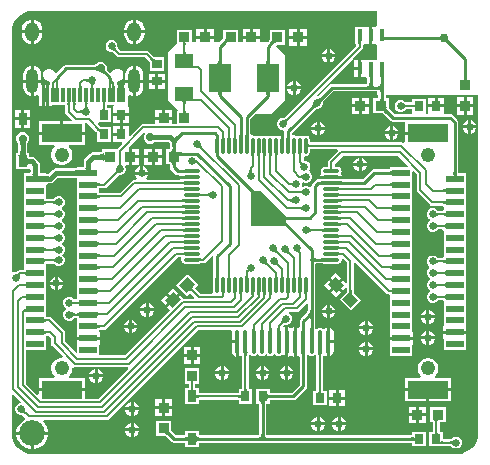
<source format=gbl>
G04*
G04 #@! TF.GenerationSoftware,Altium Limited,Altium Designer,21.2.1 (34)*
G04*
G04 Layer_Physical_Order=2*
G04 Layer_Color=16711680*
%FSLAX25Y25*%
%MOIN*%
G70*
G04*
G04 #@! TF.SameCoordinates,7F94B60C-EE6A-4D70-8C52-0CABB09C9AE7*
G04*
G04*
G04 #@! TF.FilePolarity,Positive*
G04*
G01*
G75*
%ADD11C,0.01000*%
%ADD16C,0.00800*%
%ADD21R,0.03150X0.03347*%
%ADD22R,0.03800X0.03500*%
%ADD26C,0.01600*%
%ADD42C,0.04800*%
%ADD43C,0.08600*%
%ADD44O,0.04724X0.06299*%
%ADD45O,0.03937X0.08268*%
%ADD46C,0.02500*%
%ADD47C,0.03000*%
%ADD48C,0.02800*%
%ADD49R,0.03347X0.03150*%
%ADD50R,0.13386X0.05906*%
%ADD51R,0.05906X0.02362*%
%ADD52R,0.03500X0.03800*%
%ADD53R,0.01772X0.03937*%
G04:AMPARAMS|DCode=54|XSize=38mil|YSize=35mil|CornerRadius=0mil|HoleSize=0mil|Usage=FLASHONLY|Rotation=45.000|XOffset=0mil|YOffset=0mil|HoleType=Round|Shape=Rectangle|*
%AMROTATEDRECTD54*
4,1,4,-0.00106,-0.02581,-0.02581,-0.00106,0.00106,0.02581,0.02581,0.00106,-0.00106,-0.02581,0.0*
%
%ADD54ROTATEDRECTD54*%

%ADD55R,0.02953X0.03937*%
%ADD56O,0.01181X0.05512*%
%ADD57O,0.05512X0.01181*%
%ADD58R,0.01181X0.04724*%
%ADD59O,0.01575X0.07874*%
G04:AMPARAMS|DCode=60|XSize=38mil|YSize=35mil|CornerRadius=0mil|HoleSize=0mil|Usage=FLASHONLY|Rotation=315.000|XOffset=0mil|YOffset=0mil|HoleType=Round|Shape=Rectangle|*
%AMROTATEDRECTD60*
4,1,4,-0.02581,0.00106,-0.00106,0.02581,0.02581,-0.00106,0.00106,-0.02581,-0.02581,0.00106,0.0*
%
%ADD60ROTATEDRECTD60*%

%ADD61R,0.07480X0.09450*%
%ADD62R,0.05906X0.04724*%
G36*
X322768Y341609D02*
X326017D01*
X326017Y341609D01*
X437500Y341609D01*
Y336963D01*
X437486Y336469D01*
X437000Y336469D01*
X436100D01*
Y333500D01*
Y330532D01*
X437486Y330532D01*
X437500Y330037D01*
Y325578D01*
X437214Y325197D01*
X434133Y325197D01*
X433746Y325468D01*
X433599Y325468D01*
X432360D01*
Y322500D01*
Y319531D01*
X433746D01*
X433848Y319603D01*
X434327Y319355D01*
X434348Y319305D01*
Y317476D01*
X434339Y317423D01*
X434326Y317386D01*
X434322Y317378D01*
X434314Y317374D01*
X434277Y317361D01*
X434224Y317352D01*
X422600D01*
X422121Y317257D01*
X421715Y316985D01*
X418003Y313273D01*
X417774Y313241D01*
X417683Y313330D01*
X417589Y313598D01*
X417585Y313663D01*
X417588Y313685D01*
X417610Y313783D01*
X429601Y325774D01*
X429974Y325440D01*
Y323000D01*
X431360D01*
Y325468D01*
X430002D01*
X429668Y325842D01*
X432673Y328847D01*
X432922Y329220D01*
X433010Y329660D01*
Y330441D01*
X433510Y330675D01*
X433714Y330532D01*
X433861Y330532D01*
X435100D01*
Y333500D01*
Y336469D01*
X433714Y336469D01*
X433327Y336196D01*
X433214Y336196D01*
X430246D01*
Y330803D01*
X430710D01*
Y330136D01*
X406690Y306117D01*
X406683Y306111D01*
X406642Y306085D01*
X406600Y306062D01*
X406553Y306043D01*
X406501Y306026D01*
X406442Y306012D01*
X406376Y306001D01*
X406302Y305994D01*
X406196Y305992D01*
X406133Y305978D01*
X405807D01*
X405080Y305677D01*
X404523Y305120D01*
X404222Y304393D01*
Y303607D01*
X404523Y302880D01*
X405080Y302323D01*
X405807Y302022D01*
X406355D01*
X406743Y301638D01*
X406773Y301560D01*
X406765Y301517D01*
Y300873D01*
X406548Y300695D01*
Y296718D01*
X405548D01*
Y300406D01*
X405428Y300382D01*
X404902Y300030D01*
X404775Y300005D01*
X404594Y300126D01*
X404080Y300228D01*
X403565Y300126D01*
X403129Y299834D01*
X403062D01*
X402626Y300126D01*
X402111Y300228D01*
X401597Y300126D01*
X401161Y299834D01*
X401093D01*
X400657Y300126D01*
X400143Y300228D01*
X399628Y300126D01*
X399192Y299834D01*
X399125D01*
X398689Y300126D01*
X398174Y300228D01*
X397660Y300126D01*
X397224Y299834D01*
X397156D01*
X396720Y300126D01*
X396206Y300228D01*
X395989Y300185D01*
X395489Y300546D01*
Y305661D01*
X397028Y307200D01*
X402200D01*
X407000Y312000D01*
X407000Y327000D01*
X404115Y329885D01*
X404322Y330385D01*
X407105D01*
Y335341D01*
X401849D01*
Y332436D01*
X401848Y332432D01*
X401849Y332424D01*
Y332061D01*
X401819Y332017D01*
X401579Y331735D01*
X401206Y331363D01*
X398637D01*
Y332363D01*
X392837D01*
Y331363D01*
X391465D01*
Y335341D01*
X386209D01*
Y332656D01*
X385952Y332398D01*
X385680Y331992D01*
X385677Y331973D01*
X385066Y331363D01*
X383262D01*
Y332363D01*
X377462D01*
Y331363D01*
X376090D01*
Y335341D01*
X370834D01*
Y330834D01*
X368000Y328000D01*
Y312000D01*
X371201Y308799D01*
X371010Y308337D01*
X370834D01*
Y303959D01*
X369462D01*
Y305359D01*
X366562D01*
X363662D01*
Y303959D01*
X359809D01*
X359368Y303871D01*
X358995Y303622D01*
X355411Y300037D01*
X354949Y300229D01*
Y303173D01*
X352874D01*
Y300500D01*
X352374D01*
Y300000D01*
X349799D01*
Y297827D01*
X352547D01*
X352738Y297365D01*
X351187Y295813D01*
X350963Y295478D01*
X345872D01*
Y294659D01*
X345807Y294633D01*
X345677Y294598D01*
X345499Y294569D01*
X345374Y294558D01*
X343000D01*
X342404Y294439D01*
X341898Y294102D01*
X340367Y292570D01*
X340030Y292065D01*
X339911Y291469D01*
Y290093D01*
X339900Y289967D01*
X339870Y289789D01*
X339836Y289659D01*
X339809Y289595D01*
X338539D01*
X338528Y289597D01*
X338517Y289595D01*
X337788D01*
Y289277D01*
X337359Y289244D01*
X330686D01*
X330089Y289125D01*
X329584Y288787D01*
X328072Y287275D01*
X327803D01*
X327544Y287290D01*
X327433Y287304D01*
Y287626D01*
X326704D01*
X326693Y287628D01*
X326682Y287626D01*
X325412D01*
X325385Y287691D01*
X325351Y287821D01*
X325321Y287999D01*
X325310Y288125D01*
Y290248D01*
X325192Y290844D01*
X324854Y291349D01*
X323602Y292602D01*
X323096Y292939D01*
X322500Y293058D01*
X322141D01*
X322037Y293067D01*
X322010Y293071D01*
X321707Y293457D01*
X321704Y293468D01*
Y294197D01*
X321134D01*
X321122Y294233D01*
X321094Y294360D01*
X321058Y294704D01*
Y297498D01*
X321066Y297592D01*
X321075Y297652D01*
X321085Y297697D01*
X321085Y297697D01*
X321304Y297916D01*
X321628Y298698D01*
Y299545D01*
X321304Y300327D01*
X320705Y300926D01*
X319923Y301250D01*
X319077D01*
X318295Y300926D01*
X317696Y300327D01*
X317372Y299545D01*
Y298698D01*
X317696Y297916D01*
X317915Y297697D01*
X317915Y297696D01*
X317925Y297652D01*
X317933Y297599D01*
X317942Y297465D01*
Y294656D01*
X317935Y294559D01*
X317909Y294373D01*
X317878Y294233D01*
X317865Y294197D01*
X317296D01*
Y293468D01*
X317293Y293457D01*
X317296Y293445D01*
Y288804D01*
X321704D01*
Y288804D01*
X322194Y288779D01*
Y288125D01*
X322183Y287999D01*
X322154Y287821D01*
X322119Y287691D01*
X322093Y287626D01*
X320072D01*
Y284189D01*
X320072Y283808D01*
X320072Y283308D01*
Y280252D01*
X320072Y279871D01*
X320072Y279371D01*
Y275934D01*
X320072D01*
Y275815D01*
X320072D01*
Y271997D01*
X320072D01*
Y271878D01*
X320072D01*
Y268060D01*
X320072D01*
Y267941D01*
X320072D01*
Y264123D01*
X320072D01*
Y264004D01*
X320072D01*
Y260186D01*
X320072D01*
Y260067D01*
X320072D01*
Y256630D01*
X320072Y256249D01*
X320072Y255725D01*
X319718Y255371D01*
X318721D01*
X318281Y255284D01*
X317908Y255034D01*
X317690Y254816D01*
X317683Y254811D01*
X317642Y254785D01*
X317600Y254762D01*
X317553Y254743D01*
X317501Y254726D01*
X317442Y254712D01*
X317376Y254701D01*
X317302Y254694D01*
X317196Y254692D01*
X317133Y254678D01*
X316807D01*
X316391Y254506D01*
X315891Y254840D01*
Y334732D01*
X315889Y334740D01*
X316021Y336074D01*
X316412Y337365D01*
X317048Y338554D01*
X317903Y339597D01*
X318946Y340452D01*
X320135Y341088D01*
X321426Y341479D01*
X322760Y341611D01*
X322768Y341609D01*
D02*
G37*
G36*
X404153Y331125D02*
X404069Y331175D01*
X403972Y331198D01*
X403862Y331194D01*
X403739Y331164D01*
X403604Y331106D01*
X403456Y331022D01*
X403296Y330911D01*
X403123Y330773D01*
X402937Y330609D01*
X402739Y330418D01*
X401882Y330975D01*
X402087Y331187D01*
X402407Y331563D01*
X402522Y331728D01*
X402608Y331877D01*
X402664Y332011D01*
X402690Y332129D01*
X402686Y332231D01*
X402652Y332318D01*
X402589Y332389D01*
X404153Y331125D01*
D02*
G37*
G36*
X432584Y331547D02*
X432516Y331523D01*
X432456Y331482D01*
X432404Y331426D01*
X432360Y331352D01*
X432324Y331263D01*
X432296Y331158D01*
X432276Y331036D01*
X432264Y330898D01*
X432260Y330744D01*
X431460D01*
X431456Y330898D01*
X431444Y331036D01*
X431424Y331158D01*
X431396Y331263D01*
X431360Y331352D01*
X431316Y331426D01*
X431264Y331482D01*
X431204Y331523D01*
X431136Y331547D01*
X431060Y331556D01*
X432660D01*
X432584Y331547D01*
D02*
G37*
G36*
X374186Y331117D02*
X374118Y331093D01*
X374058Y331053D01*
X374006Y330997D01*
X373962Y330925D01*
X373926Y330837D01*
X373898Y330733D01*
X373878Y330613D01*
X373866Y330477D01*
X373862Y330325D01*
X373062D01*
X373058Y330477D01*
X373046Y330613D01*
X373026Y330733D01*
X372998Y330837D01*
X372962Y330925D01*
X372918Y330997D01*
X372866Y331053D01*
X372806Y331093D01*
X372738Y331117D01*
X372662Y331125D01*
X374262D01*
X374186Y331117D01*
D02*
G37*
G36*
X373866Y327869D02*
X373878Y327730D01*
X373898Y327609D01*
X373926Y327503D01*
X373962Y327414D01*
X374006Y327341D01*
X374058Y327284D01*
X374118Y327243D01*
X374186Y327219D01*
X374262Y327211D01*
X372662D01*
X372738Y327219D01*
X372806Y327243D01*
X372866Y327284D01*
X372918Y327341D01*
X372962Y327414D01*
X372998Y327503D01*
X373026Y327609D01*
X373046Y327730D01*
X373058Y327869D01*
X373062Y328023D01*
X373862D01*
X373866Y327869D01*
D02*
G37*
G36*
X385688Y324907D02*
X385703Y324737D01*
X385728Y324587D01*
X385763Y324457D01*
X385808Y324347D01*
X385863Y324257D01*
X385928Y324187D01*
X386003Y324137D01*
X386088Y324107D01*
X386183Y324097D01*
X384183D01*
X384278Y324107D01*
X384363Y324137D01*
X384438Y324187D01*
X384503Y324257D01*
X384558Y324347D01*
X384603Y324457D01*
X384638Y324587D01*
X384663Y324737D01*
X384678Y324907D01*
X384683Y325097D01*
X385683D01*
X385688Y324907D01*
D02*
G37*
G36*
X401828Y324907D02*
X401843Y324737D01*
X401868Y324587D01*
X401903Y324457D01*
X401948Y324347D01*
X402003Y324257D01*
X402068Y324187D01*
X402143Y324137D01*
X402228Y324107D01*
X402323Y324097D01*
X400323D01*
X400418Y324107D01*
X400503Y324137D01*
X400578Y324187D01*
X400643Y324257D01*
X400698Y324347D01*
X400743Y324457D01*
X400778Y324587D01*
X400803Y324737D01*
X400818Y324907D01*
X400823Y325097D01*
X401823D01*
X401828Y324907D01*
D02*
G37*
G36*
X376399Y323634D02*
X376424Y323566D01*
X376465Y323506D01*
X376522Y323454D01*
X376595Y323410D01*
X376685Y323374D01*
X376790Y323346D01*
X376911Y323326D01*
X377049Y323314D01*
X377202Y323310D01*
Y322510D01*
X376402Y322522D01*
X376390Y323710D01*
X376399Y323634D01*
D02*
G37*
G36*
X440143Y320533D02*
X440079Y320503D01*
X440023Y320454D01*
X439975Y320384D01*
X439934Y320293D01*
X439900Y320183D01*
X439874Y320054D01*
X439855Y319903D01*
X439844Y319734D01*
X439840Y319544D01*
X438840D01*
X438836Y319734D01*
X438806Y320054D01*
X438780Y320183D01*
X438747Y320293D01*
X438706Y320384D01*
X438657Y320454D01*
X438601Y320503D01*
X438537Y320533D01*
X438466Y320544D01*
X440214D01*
X440143Y320533D01*
D02*
G37*
G36*
X436403D02*
X436339Y320503D01*
X436283Y320454D01*
X436235Y320384D01*
X436194Y320293D01*
X436160Y320183D01*
X436134Y320054D01*
X436115Y319903D01*
X436104Y319734D01*
X436100Y319544D01*
X435100D01*
X435096Y319734D01*
X435066Y320054D01*
X435040Y320183D01*
X435007Y320293D01*
X434965Y320384D01*
X434917Y320454D01*
X434861Y320503D01*
X434797Y320533D01*
X434726Y320544D01*
X436474D01*
X436403Y320533D01*
D02*
G37*
G36*
X436110Y317410D02*
X436140Y317240D01*
X436190Y317090D01*
X436260Y316960D01*
X436350Y316850D01*
X436460Y316760D01*
X436590Y316690D01*
X436740Y316640D01*
X436910Y316610D01*
X437100Y316600D01*
X435600Y315600D01*
X434100Y316600D01*
X434290Y316610D01*
X434460Y316640D01*
X434610Y316690D01*
X434740Y316760D01*
X434850Y316850D01*
X434940Y316960D01*
X435010Y317090D01*
X435060Y317240D01*
X435090Y317410D01*
X435100Y317600D01*
X436100D01*
X436110Y317410D01*
D02*
G37*
G36*
X439840Y316100D02*
X438840Y314600D01*
X438830Y314790D01*
X438800Y314960D01*
X438750Y315110D01*
X438680Y315240D01*
X438590Y315350D01*
X438480Y315440D01*
X438350Y315510D01*
X438200Y315560D01*
X438030Y315590D01*
X437840Y315600D01*
Y316600D01*
X438030Y316610D01*
X438200Y316640D01*
X438350Y316690D01*
X438480Y316760D01*
X438590Y316850D01*
X438680Y316960D01*
X438750Y317090D01*
X438800Y317240D01*
X438830Y317410D01*
X438840Y317600D01*
X439840Y316100D01*
D02*
G37*
G36*
X386088Y314673D02*
X386003Y314643D01*
X385928Y314592D01*
X385863Y314522D01*
X385808Y314430D01*
X385763Y314319D01*
X385728Y314188D01*
X385703Y314036D01*
X385688Y313864D01*
X385683Y313671D01*
X384683D01*
X384678Y313864D01*
X384663Y314036D01*
X384638Y314188D01*
X384603Y314319D01*
X384558Y314430D01*
X384503Y314522D01*
X384438Y314592D01*
X384363Y314643D01*
X384278Y314673D01*
X384183Y314683D01*
X386183D01*
X386088Y314673D01*
D02*
G37*
G36*
X402228Y314673D02*
X402143Y314643D01*
X402068Y314592D01*
X402003Y314522D01*
X401948Y314430D01*
X401903Y314319D01*
X401868Y314188D01*
X401843Y314036D01*
X401828Y313864D01*
X401823Y313671D01*
X400823D01*
X400818Y313864D01*
X400803Y314036D01*
X400778Y314188D01*
X400743Y314319D01*
X400698Y314430D01*
X400643Y314522D01*
X400578Y314592D01*
X400503Y314643D01*
X400418Y314673D01*
X400323Y314683D01*
X402323D01*
X402228Y314673D01*
D02*
G37*
G36*
X439845Y312546D02*
X439860Y312374D01*
X439885Y312222D01*
X439920Y312090D01*
X439965Y311979D01*
X440020Y311888D01*
X440085Y311817D01*
X440160Y311767D01*
X440245Y311736D01*
X440340Y311726D01*
X438340D01*
X438435Y311736D01*
X438520Y311767D01*
X438595Y311817D01*
X438660Y311888D01*
X438715Y311979D01*
X438760Y312090D01*
X438795Y312222D01*
X438820Y312374D01*
X438835Y312546D01*
X438840Y312738D01*
X439840D01*
X439845Y312546D01*
D02*
G37*
G36*
X376399Y312611D02*
X376424Y312543D01*
X376465Y312483D01*
X376522Y312431D01*
X376595Y312387D01*
X376685Y312351D01*
X376790Y312323D01*
X376911Y312303D01*
X377049Y312291D01*
X377202Y312287D01*
Y311487D01*
X376402Y311499D01*
X376390Y312687D01*
X376399Y312611D01*
D02*
G37*
G36*
X419257Y312050D02*
X419172Y311959D01*
X419095Y311867D01*
X419028Y311773D01*
X418970Y311678D01*
X418921Y311582D01*
X418882Y311483D01*
X418851Y311384D01*
X418829Y311282D01*
X418816Y311180D01*
X418813Y311075D01*
X417576Y312313D01*
X417680Y312316D01*
X417782Y312329D01*
X417884Y312351D01*
X417983Y312381D01*
X418082Y312421D01*
X418178Y312470D01*
X418273Y312528D01*
X418367Y312595D01*
X418459Y312672D01*
X418550Y312757D01*
X419257Y312050D01*
D02*
G37*
G36*
X374186Y311503D02*
X374118Y311478D01*
X374058Y311438D01*
X374006Y311381D01*
X373962Y311308D01*
X373926Y311218D01*
X373898Y311113D01*
X373878Y310991D01*
X373866Y310853D01*
X373862Y310699D01*
X373062D01*
X373058Y310853D01*
X373046Y310991D01*
X373026Y311113D01*
X372998Y311218D01*
X372962Y311308D01*
X372918Y311381D01*
X372866Y311438D01*
X372806Y311478D01*
X372738Y311503D01*
X372662Y311511D01*
X374262D01*
X374186Y311503D01*
D02*
G37*
G36*
X417551Y309813D02*
X417446Y309810D01*
X417344Y309797D01*
X417242Y309775D01*
X417143Y309745D01*
X417044Y309705D01*
X416948Y309656D01*
X416853Y309598D01*
X416759Y309530D01*
X416667Y309454D01*
X416576Y309369D01*
X415869Y310076D01*
X415954Y310167D01*
X416031Y310259D01*
X416098Y310352D01*
X416156Y310448D01*
X416205Y310544D01*
X416245Y310643D01*
X416275Y310742D01*
X416297Y310843D01*
X416310Y310946D01*
X416313Y311051D01*
X417551Y309813D01*
D02*
G37*
G36*
X450075Y309200D02*
X450067Y309276D01*
X450043Y309344D01*
X450002Y309404D01*
X449945Y309456D01*
X449872Y309500D01*
X449783Y309536D01*
X449677Y309564D01*
X449555Y309584D01*
X449417Y309596D01*
X449263Y309600D01*
Y310400D01*
X449417Y310404D01*
X449555Y310416D01*
X449677Y310436D01*
X449783Y310464D01*
X449872Y310500D01*
X449945Y310544D01*
X450002Y310596D01*
X450043Y310656D01*
X450067Y310724D01*
X450075Y310800D01*
Y309200D01*
D02*
G37*
G36*
X446487Y310785D02*
X446583Y310704D01*
X446682Y310633D01*
X446783Y310571D01*
X446886Y310519D01*
X446991Y310476D01*
X447099Y310443D01*
X447208Y310419D01*
X447320Y310405D01*
X447434Y310400D01*
Y309600D01*
X447320Y309595D01*
X447208Y309581D01*
X447099Y309557D01*
X446991Y309524D01*
X446886Y309481D01*
X446783Y309429D01*
X446682Y309367D01*
X446583Y309296D01*
X446487Y309215D01*
X446393Y309125D01*
Y310875D01*
X446487Y310785D01*
D02*
G37*
G36*
X373866Y308245D02*
X373878Y308109D01*
X373898Y307989D01*
X373926Y307885D01*
X373962Y307797D01*
X374006Y307725D01*
X374058Y307669D01*
X374118Y307629D01*
X374186Y307605D01*
X374262Y307597D01*
X372662D01*
X372738Y307605D01*
X372806Y307629D01*
X372866Y307669D01*
X372918Y307725D01*
X372962Y307797D01*
X372998Y307885D01*
X373026Y307989D01*
X373046Y308109D01*
X373058Y308245D01*
X373062Y308397D01*
X373862D01*
X373866Y308245D01*
D02*
G37*
G36*
X440825Y309455D02*
X440791Y309368D01*
X440787Y309266D01*
X440813Y309148D01*
X440869Y309015D01*
X440955Y308865D01*
X441070Y308700D01*
X441215Y308520D01*
X441595Y308112D01*
X441091Y307201D01*
X440826Y307460D01*
X440148Y308032D01*
X439961Y308155D01*
X439794Y308244D01*
X439647Y308299D01*
X439520Y308321D01*
X439412Y308308D01*
X439324Y308262D01*
X440888Y309526D01*
X440825Y309455D01*
D02*
G37*
G36*
X407851Y305085D02*
X407773Y305001D01*
X407704Y304912D01*
X407644Y304817D01*
X407591Y304718D01*
X407547Y304613D01*
X407511Y304503D01*
X407483Y304388D01*
X407464Y304268D01*
X407453Y304143D01*
X407450Y304012D01*
X406213Y305250D01*
X406343Y305253D01*
X406468Y305264D01*
X406588Y305283D01*
X406703Y305311D01*
X406813Y305347D01*
X406918Y305391D01*
X407017Y305444D01*
X407112Y305504D01*
X407201Y305573D01*
X407285Y305651D01*
X407851Y305085D01*
D02*
G37*
G36*
X408562Y299109D02*
X407472D01*
X407480Y299132D01*
X407488Y299174D01*
X407495Y299234D01*
X407510Y299526D01*
X407517Y300177D01*
X408517D01*
X408562Y299109D01*
D02*
G37*
G36*
X394782D02*
X393692D01*
X393701Y299132D01*
X393708Y299174D01*
X393715Y299234D01*
X393730Y299526D01*
X393737Y300177D01*
X394737D01*
X394782Y299109D01*
D02*
G37*
G36*
X392814D02*
X391724D01*
X391732Y299132D01*
X391740Y299174D01*
X391747Y299234D01*
X391762Y299526D01*
X391769Y300177D01*
X392769D01*
X392814Y299109D01*
D02*
G37*
G36*
X390702Y299961D02*
X390737Y299469D01*
X390753Y299374D01*
X390771Y299291D01*
X390793Y299219D01*
X390818Y299158D01*
X390845Y299109D01*
X389755D01*
X389783Y299158D01*
X389808Y299219D01*
X389829Y299291D01*
X389848Y299374D01*
X389864Y299469D01*
X389887Y299692D01*
X389899Y299961D01*
X389900Y300112D01*
X390700D01*
X390702Y299961D01*
D02*
G37*
G36*
X388733D02*
X388768Y299469D01*
X388784Y299374D01*
X388803Y299291D01*
X388825Y299219D01*
X388849Y299158D01*
X388877Y299109D01*
X387787D01*
X387814Y299158D01*
X387839Y299219D01*
X387861Y299291D01*
X387880Y299374D01*
X387895Y299469D01*
X387919Y299692D01*
X387930Y299961D01*
X387932Y300112D01*
X388732D01*
X388733Y299961D01*
D02*
G37*
G36*
X386765D02*
X386800Y299469D01*
X386816Y299374D01*
X386834Y299291D01*
X386856Y299219D01*
X386881Y299158D01*
X386908Y299109D01*
X385818D01*
X385846Y299158D01*
X385871Y299219D01*
X385892Y299291D01*
X385911Y299374D01*
X385927Y299469D01*
X385950Y299692D01*
X385962Y299961D01*
X385963Y300112D01*
X386763D01*
X386765Y299961D01*
D02*
G37*
G36*
X384940Y299109D02*
X383850D01*
X383858Y299131D01*
X383866Y299171D01*
X383873Y299227D01*
X383884Y299392D01*
X383895Y300105D01*
X384895D01*
X384940Y299109D01*
D02*
G37*
G36*
X363041Y300446D02*
X363096Y300415D01*
X363163Y300388D01*
X363243Y300365D01*
X363335Y300345D01*
X363441Y300329D01*
X363689Y300307D01*
X363989Y300300D01*
Y298700D01*
X363833Y298698D01*
X363441Y298671D01*
X363335Y298655D01*
X363243Y298635D01*
X363163Y298612D01*
X363096Y298585D01*
X363041Y298554D01*
X363000Y298520D01*
Y300480D01*
X363041Y300446D01*
D02*
G37*
G36*
X371827Y299619D02*
X370700Y298399D01*
X369900Y299200D01*
X369929Y299211D01*
X369978Y299245D01*
X370048Y299301D01*
X370384Y299606D01*
X371119Y300326D01*
X371827Y299619D01*
D02*
G37*
G36*
X437500Y313500D02*
X438088D01*
Y312523D01*
X438084Y312478D01*
X436372D01*
Y307522D01*
X439571D01*
X439581Y307516D01*
X439703Y307436D01*
X440280Y306949D01*
X442115Y305115D01*
X442521Y304843D01*
X443000Y304748D01*
X446964D01*
Y301374D01*
X454657D01*
Y300374D01*
X446964D01*
Y297810D01*
X446464Y297619D01*
X446222Y297781D01*
X445782Y297868D01*
X415267D01*
Y298884D01*
X415164Y299398D01*
X414873Y299834D01*
X414437Y300126D01*
X413922Y300228D01*
X413408Y300126D01*
X412972Y299834D01*
X412904D01*
X412468Y300126D01*
X411954Y300228D01*
X411439Y300126D01*
X411003Y299834D01*
X410567Y300081D01*
X410500Y300126D01*
X409985Y300228D01*
X409769Y300185D01*
X409311Y300516D01*
X409287Y301017D01*
X417215Y308944D01*
X417263Y308978D01*
X417309Y309007D01*
X417352Y309029D01*
X417392Y309045D01*
X417430Y309056D01*
X417467Y309064D01*
X417504Y309069D01*
X417575Y309071D01*
X417634Y309085D01*
X417956D01*
X418683Y309386D01*
X419240Y309943D01*
X419541Y310669D01*
Y310992D01*
X419555Y311051D01*
X419557Y311122D01*
X419562Y311159D01*
X419570Y311196D01*
X419581Y311234D01*
X419597Y311274D01*
X419619Y311317D01*
X419648Y311363D01*
X419682Y311411D01*
X423119Y314848D01*
X437500D01*
Y313500D01*
D02*
G37*
G36*
X320446Y298080D02*
X320415Y298026D01*
X320388Y297959D01*
X320365Y297879D01*
X320345Y297786D01*
X320329Y297681D01*
X320307Y297432D01*
X320300Y297133D01*
X318700D01*
X318698Y297289D01*
X318671Y297681D01*
X318655Y297786D01*
X318635Y297879D01*
X318612Y297959D01*
X318585Y298026D01*
X318554Y298080D01*
X318520Y298122D01*
X320480D01*
X320446Y298080D01*
D02*
G37*
G36*
X370454Y297806D02*
X370442Y297747D01*
X370432Y297658D01*
X370411Y297206D01*
X370400Y296176D01*
X369400D01*
X369334Y297835D01*
X370466D01*
X370454Y297806D01*
D02*
G37*
G36*
X414508Y297442D02*
X414533Y297374D01*
X414573Y297314D01*
X414630Y297262D01*
X414703Y297218D01*
X414792Y297182D01*
X414898Y297154D01*
X415020Y297134D01*
X415158Y297122D01*
X415312Y297118D01*
Y296318D01*
X415158Y296314D01*
X415020Y296302D01*
X414898Y296282D01*
X414792Y296254D01*
X414703Y296218D01*
X414630Y296174D01*
X414573Y296122D01*
X414533Y296062D01*
X414508Y295994D01*
X414500Y295918D01*
Y297518D01*
X414508Y297442D01*
D02*
G37*
G36*
X379053Y297057D02*
X379064Y296932D01*
X379083Y296812D01*
X379111Y296697D01*
X379147Y296587D01*
X379191Y296482D01*
X379243Y296383D01*
X379304Y296288D01*
X379373Y296199D01*
X379451Y296115D01*
X378885Y295549D01*
X378801Y295627D01*
X378712Y295696D01*
X378617Y295757D01*
X378518Y295809D01*
X378413Y295853D01*
X378303Y295889D01*
X378188Y295917D01*
X378068Y295936D01*
X377943Y295947D01*
X377813Y295950D01*
X379050Y297187D01*
X379053Y297057D01*
D02*
G37*
G36*
X370405Y295546D02*
X370420Y295374D01*
X370445Y295222D01*
X370480Y295090D01*
X370525Y294979D01*
X370580Y294888D01*
X370645Y294817D01*
X370720Y294766D01*
X370805Y294736D01*
X370900Y294726D01*
X368900D01*
X368995Y294736D01*
X369080Y294766D01*
X369155Y294817D01*
X369220Y294888D01*
X369275Y294979D01*
X369320Y295090D01*
X369355Y295222D01*
X369380Y295374D01*
X369395Y295546D01*
X369400Y295738D01*
X370400D01*
X370405Y295546D01*
D02*
G37*
G36*
X320307Y294753D02*
X320360Y294240D01*
X320406Y294033D01*
X320466Y293857D01*
X320539Y293712D01*
X320626Y293601D01*
X320725Y293520D01*
X320838Y293473D01*
X320964Y293457D01*
X318036D01*
X318162Y293473D01*
X318275Y293520D01*
X318374Y293601D01*
X318461Y293712D01*
X318534Y293857D01*
X318594Y294033D01*
X318640Y294240D01*
X318673Y294480D01*
X318693Y294753D01*
X318700Y295057D01*
X320300D01*
X320307Y294753D01*
D02*
G37*
G36*
X384938Y294315D02*
X384936Y294284D01*
X384929Y293371D01*
X383929D01*
X383929Y293531D01*
X383890Y294191D01*
X383878Y294251D01*
X383865Y294296D01*
X383850Y294327D01*
X384940D01*
X384938Y294315D01*
D02*
G37*
G36*
X404597Y294278D02*
X404573Y294218D01*
X404551Y294146D01*
X404532Y294063D01*
X404516Y293968D01*
X404493Y293745D01*
X404481Y293476D01*
X404480Y293324D01*
X403680D01*
X403678Y293476D01*
X403644Y293968D01*
X403628Y294063D01*
X403609Y294146D01*
X403587Y294218D01*
X403562Y294278D01*
X403535Y294327D01*
X404625D01*
X404597Y294278D01*
D02*
G37*
G36*
X402629D02*
X402604Y294218D01*
X402582Y294146D01*
X402563Y294063D01*
X402548Y293968D01*
X402524Y293745D01*
X402513Y293476D01*
X402511Y293324D01*
X401711D01*
X401710Y293476D01*
X401675Y293968D01*
X401659Y294063D01*
X401640Y294146D01*
X401618Y294218D01*
X401594Y294278D01*
X401566Y294327D01*
X402656D01*
X402629Y294278D01*
D02*
G37*
G36*
X400660D02*
X400636Y294218D01*
X400614Y294146D01*
X400595Y294063D01*
X400579Y293968D01*
X400556Y293745D01*
X400544Y293476D01*
X400543Y293324D01*
X399743D01*
X399741Y293476D01*
X399707Y293968D01*
X399691Y294063D01*
X399672Y294146D01*
X399650Y294218D01*
X399625Y294278D01*
X399598Y294327D01*
X400688D01*
X400660Y294278D01*
D02*
G37*
G36*
X398692D02*
X398667Y294218D01*
X398645Y294146D01*
X398626Y294063D01*
X398610Y293968D01*
X398587Y293745D01*
X398576Y293476D01*
X398574Y293324D01*
X397774D01*
X397773Y293476D01*
X397738Y293968D01*
X397722Y294063D01*
X397703Y294146D01*
X397681Y294218D01*
X397657Y294278D01*
X397629Y294327D01*
X398719D01*
X398692Y294278D01*
D02*
G37*
G36*
X396723D02*
X396699Y294218D01*
X396677Y294146D01*
X396658Y294063D01*
X396642Y293968D01*
X396619Y293745D01*
X396607Y293476D01*
X396606Y293324D01*
X395806D01*
X395804Y293476D01*
X395770Y293968D01*
X395754Y294063D01*
X395735Y294146D01*
X395713Y294218D01*
X395688Y294278D01*
X395661Y294327D01*
X396751D01*
X396723Y294278D01*
D02*
G37*
G36*
X410491Y294260D02*
X410455Y294185D01*
X410424Y294102D01*
X410397Y294010D01*
X410374Y293910D01*
X410355Y293801D01*
X410330Y293558D01*
X410323Y293424D01*
X410321Y293282D01*
X409521Y293406D01*
X409521Y293559D01*
X409482Y294193D01*
X409470Y294251D01*
X409456Y294296D01*
X409440Y294327D01*
X410530D01*
X410491Y294260D01*
D02*
G37*
G36*
X412485Y294299D02*
X412473Y294256D01*
X412462Y294200D01*
X412453Y294130D01*
X412438Y293949D01*
X412427Y293419D01*
X411627Y293276D01*
X411624Y293417D01*
X411592Y293792D01*
X411572Y293901D01*
X411548Y294002D01*
X411520Y294096D01*
X411487Y294181D01*
X411450Y294258D01*
X411409Y294327D01*
X412499D01*
X412485Y294299D01*
D02*
G37*
G36*
X424642Y295068D02*
X421574Y292000D01*
X421324Y291627D01*
X421237Y291187D01*
Y289598D01*
X420222D01*
X419707Y289496D01*
X419271Y289204D01*
X418980Y288768D01*
X418877Y288254D01*
X418980Y287739D01*
X419100Y287559D01*
X419075Y287432D01*
X418723Y286906D01*
X418699Y286785D01*
X422387D01*
X426075D01*
X426051Y286906D01*
X425699Y287432D01*
X425674Y287559D01*
X425794Y287739D01*
X425897Y288254D01*
X425794Y288768D01*
X425503Y289204D01*
X425067Y289496D01*
X424552Y289598D01*
X423537D01*
Y290710D01*
X426176Y293350D01*
X444824D01*
X448118Y290056D01*
X447927Y289594D01*
X442118D01*
Y288941D01*
X442073Y288937D01*
X436785D01*
X436306Y288841D01*
X435899Y288570D01*
X432898Y285569D01*
X426541D01*
X426364Y285785D01*
X422387D01*
X418410D01*
X418232Y285569D01*
X418117D01*
X417637Y285473D01*
X417231Y285202D01*
X416115Y284085D01*
X415843Y283679D01*
X415748Y283200D01*
Y283056D01*
X415248Y282849D01*
X415120Y282977D01*
X414394Y283278D01*
X413607D01*
X413123Y283078D01*
X412740Y283460D01*
X412778Y283552D01*
Y284220D01*
X413059Y284491D01*
X413220Y284578D01*
X413607Y284418D01*
X414394D01*
X415120Y284719D01*
X415677Y285275D01*
X415978Y286002D01*
Y286789D01*
X415677Y287516D01*
X415219Y287974D01*
X415104Y288566D01*
X415168Y288630D01*
X415469Y289357D01*
Y290143D01*
X415168Y290870D01*
X414611Y291427D01*
X413884Y291728D01*
X413558D01*
X413494Y291742D01*
X413389Y291744D01*
X413315Y291751D01*
X413249Y291761D01*
X413190Y291776D01*
X413177Y291780D01*
Y292910D01*
X413677Y293257D01*
X413922Y293209D01*
X414437Y293311D01*
X414873Y293602D01*
X415164Y294038D01*
X415267Y294553D01*
Y295568D01*
X424435D01*
X424642Y295068D01*
D02*
G37*
G36*
X371798Y294712D02*
X371828Y294688D01*
X371878Y294668D01*
X371948Y294650D01*
X372038Y294635D01*
X372148Y294622D01*
X372428Y294605D01*
X372788Y294600D01*
Y293600D01*
X372596Y293595D01*
X372425Y293580D01*
X372273Y293555D01*
X372142Y293520D01*
X372031Y293475D01*
X371940Y293420D01*
X371869Y293355D01*
X371818Y293280D01*
X371787Y293195D01*
X371776Y293100D01*
X371788Y294738D01*
X371798Y294712D01*
D02*
G37*
G36*
X346624Y291400D02*
X346608Y291552D01*
X346560Y291688D01*
X346479Y291808D01*
X346366Y291912D01*
X346221Y292000D01*
X346044Y292072D01*
X345834Y292128D01*
X345592Y292168D01*
X345318Y292192D01*
X345012Y292200D01*
Y293800D01*
X345318Y293808D01*
X345592Y293832D01*
X345834Y293872D01*
X346044Y293928D01*
X346221Y294000D01*
X346366Y294088D01*
X346479Y294192D01*
X346560Y294312D01*
X346608Y294448D01*
X346624Y294600D01*
Y291400D01*
D02*
G37*
G36*
X377109Y292092D02*
X377155Y292044D01*
X377210Y292002D01*
X377273Y291965D01*
X377345Y291934D01*
X377425Y291909D01*
X377513Y291889D01*
X377610Y291875D01*
X377715Y291867D01*
X377829Y291864D01*
Y291064D01*
X377711Y291061D01*
X377500Y291040D01*
X377407Y291021D01*
X377323Y290996D01*
X377248Y290967D01*
X377181Y290932D01*
X377123Y290891D01*
X377073Y290845D01*
X377032Y290794D01*
X377071Y292145D01*
X377109Y292092D01*
D02*
G37*
G36*
X370805Y291252D02*
X370720Y291222D01*
X370645Y291172D01*
X370580Y291102D01*
X370525Y291012D01*
X370480Y290902D01*
X370445Y290772D01*
X370420Y290622D01*
X370405Y290452D01*
X370400Y290262D01*
X369400D01*
X369395Y290452D01*
X369380Y290622D01*
X369355Y290772D01*
X369320Y290902D01*
X369275Y291012D01*
X369220Y291102D01*
X369155Y291172D01*
X369080Y291222D01*
X368995Y291252D01*
X368900Y291262D01*
X370900D01*
X370805Y291252D01*
D02*
G37*
G36*
X320980Y292896D02*
X321026Y292771D01*
X321103Y292660D01*
X321210Y292565D01*
X321348Y292484D01*
X321517Y292418D01*
X321717Y292366D01*
X321947Y292329D01*
X322208Y292307D01*
X322500Y292300D01*
Y290700D01*
X322208Y290693D01*
X321947Y290671D01*
X321717Y290634D01*
X321517Y290582D01*
X321348Y290516D01*
X321210Y290435D01*
X321103Y290340D01*
X321026Y290229D01*
X320980Y290104D01*
X320964Y289964D01*
Y293036D01*
X320980Y292896D01*
D02*
G37*
G36*
X352405Y290820D02*
X352419Y290708D01*
X352443Y290599D01*
X352476Y290491D01*
X352519Y290386D01*
X352571Y290283D01*
X352633Y290182D01*
X352704Y290083D01*
X352785Y289987D01*
X352875Y289893D01*
X351125D01*
X351215Y289987D01*
X351296Y290083D01*
X351367Y290182D01*
X351429Y290283D01*
X351481Y290386D01*
X351524Y290491D01*
X351557Y290599D01*
X351581Y290708D01*
X351595Y290820D01*
X351600Y290934D01*
X352400D01*
X352405Y290820D01*
D02*
G37*
G36*
X412490Y291323D02*
X412579Y291254D01*
X412674Y291194D01*
X412773Y291141D01*
X412878Y291097D01*
X412988Y291061D01*
X413103Y291033D01*
X413223Y291014D01*
X413348Y291003D01*
X413479Y291000D01*
X412241Y289762D01*
X412238Y289893D01*
X412227Y290018D01*
X412208Y290138D01*
X412180Y290253D01*
X412144Y290363D01*
X412100Y290468D01*
X412047Y290567D01*
X411987Y290662D01*
X411918Y290751D01*
X411840Y290835D01*
X412406Y291401D01*
X412490Y291323D01*
D02*
G37*
G36*
X342277Y290148D02*
X342301Y289874D01*
X342341Y289633D01*
X342397Y289423D01*
X342469Y289246D01*
X342557Y289101D01*
X342661Y288988D01*
X342781Y288907D01*
X342917Y288859D01*
X343069Y288843D01*
X339869D01*
X340021Y288859D01*
X340157Y288907D01*
X340277Y288988D01*
X340381Y289101D01*
X340469Y289246D01*
X340541Y289423D01*
X340597Y289633D01*
X340637Y289874D01*
X340661Y290148D01*
X340669Y290455D01*
X342269D01*
X342277Y290148D01*
D02*
G37*
G36*
X422791Y289489D02*
X422803Y289351D01*
X422823Y289229D01*
X422851Y289124D01*
X422887Y289035D01*
X422931Y288962D01*
X422983Y288905D01*
X423043Y288864D01*
X423111Y288840D01*
X423187Y288831D01*
X421587D01*
X421663Y288840D01*
X421731Y288864D01*
X421791Y288905D01*
X421843Y288962D01*
X421887Y289035D01*
X421923Y289124D01*
X421951Y289229D01*
X421971Y289351D01*
X421983Y289489D01*
X421987Y289644D01*
X422787D01*
X422791Y289489D01*
D02*
G37*
G36*
X373539Y287709D02*
X373516Y287717D01*
X373475Y287725D01*
X373415Y287732D01*
X373123Y287747D01*
X372472Y287754D01*
Y288754D01*
X373539Y288799D01*
Y287709D01*
D02*
G37*
G36*
X395920Y288435D02*
X395934Y288323D01*
X395958Y288214D01*
X395991Y288106D01*
X396034Y288001D01*
X396086Y287898D01*
X396148Y287797D01*
X396219Y287699D01*
X396300Y287602D01*
X396390Y287508D01*
X394640D01*
X394730Y287602D01*
X394811Y287699D01*
X394882Y287797D01*
X394944Y287898D01*
X394997Y288001D01*
X395039Y288106D01*
X395073Y288214D01*
X395096Y288323D01*
X395111Y288435D01*
X395115Y288549D01*
X395915D01*
X395920Y288435D01*
D02*
G37*
G36*
X351988Y287750D02*
X351857Y287747D01*
X351732Y287736D01*
X351612Y287717D01*
X351497Y287689D01*
X351387Y287653D01*
X351282Y287609D01*
X351183Y287557D01*
X351088Y287496D01*
X350999Y287427D01*
X350915Y287349D01*
X350349Y287915D01*
X350427Y287999D01*
X350496Y288088D01*
X350556Y288183D01*
X350609Y288282D01*
X350653Y288387D01*
X350689Y288497D01*
X350717Y288612D01*
X350736Y288732D01*
X350747Y288857D01*
X350750Y288987D01*
X351988Y287750D01*
D02*
G37*
G36*
X324560Y288180D02*
X324584Y287906D01*
X324624Y287664D01*
X324680Y287455D01*
X324752Y287277D01*
X324840Y287132D01*
X324944Y287019D01*
X325064Y286939D01*
X325200Y286890D01*
X325352Y286874D01*
X322152D01*
X322304Y286890D01*
X322440Y286939D01*
X322560Y287019D01*
X322664Y287132D01*
X322752Y287277D01*
X322824Y287455D01*
X322880Y287664D01*
X322920Y287906D01*
X322944Y288180D01*
X322952Y288486D01*
X324552D01*
X324560Y288180D01*
D02*
G37*
G36*
X464020Y287693D02*
X464035Y287521D01*
X464060Y287369D01*
X464095Y287238D01*
X464140Y287126D01*
X464195Y287035D01*
X464260Y286964D01*
X464335Y286914D01*
X464420Y286883D01*
X464515Y286873D01*
X462515D01*
X462610Y286883D01*
X462695Y286914D01*
X462770Y286964D01*
X462835Y287035D01*
X462890Y287126D01*
X462935Y287238D01*
X462970Y287369D01*
X462995Y287521D01*
X463010Y287693D01*
X463015Y287885D01*
X464015D01*
X464020Y287693D01*
D02*
G37*
G36*
X442870Y286685D02*
X442860Y286780D01*
X442830Y286865D01*
X442779Y286940D01*
X442708Y287005D01*
X442617Y287060D01*
X442506Y287105D01*
X442374Y287140D01*
X442222Y287165D01*
X442050Y287180D01*
X441858Y287185D01*
Y288185D01*
X442050Y288190D01*
X442222Y288205D01*
X442374Y288230D01*
X442506Y288265D01*
X442617Y288310D01*
X442708Y288365D01*
X442779Y288430D01*
X442830Y288505D01*
X442860Y288590D01*
X442870Y288685D01*
Y286685D01*
D02*
G37*
G36*
X338528Y286516D02*
X338512Y286587D01*
X338464Y286649D01*
X338384Y286705D01*
X338272Y286753D01*
X338128Y286793D01*
X337952Y286826D01*
X337744Y286852D01*
X337232Y286882D01*
X336928Y286886D01*
Y288486D01*
X337232Y288489D01*
X337952Y288545D01*
X338128Y288578D01*
X338272Y288618D01*
X338384Y288666D01*
X338464Y288722D01*
X338512Y288785D01*
X338528Y288855D01*
Y286516D01*
D02*
G37*
G36*
X413107Y285521D02*
X413013Y285611D01*
X412917Y285692D01*
X412818Y285763D01*
X412717Y285825D01*
X412614Y285877D01*
X412509Y285920D01*
X412401Y285953D01*
X412292Y285977D01*
X412180Y285991D01*
X412066Y285996D01*
Y286796D01*
X412180Y286801D01*
X412292Y286815D01*
X412401Y286839D01*
X412509Y286872D01*
X412614Y286915D01*
X412717Y286967D01*
X412818Y287029D01*
X412917Y287100D01*
X413013Y287181D01*
X413107Y287271D01*
Y285521D01*
D02*
G37*
G36*
X360145Y301361D02*
X360309Y300819D01*
X360196Y300705D01*
X359872Y299923D01*
Y299077D01*
X360196Y298295D01*
X360795Y297696D01*
X361577Y297372D01*
X362423D01*
X363205Y297696D01*
X363424Y297915D01*
X363425Y297915D01*
X363470Y297925D01*
X363523Y297933D01*
X363657Y297942D01*
X368155D01*
X368605Y297492D01*
X368648Y296407D01*
Y295523D01*
X368644Y295478D01*
X367272D01*
Y290522D01*
X368644D01*
X368648Y290474D01*
Y289600D01*
X368743Y289121D01*
X369015Y288715D01*
X370361Y287368D01*
X370767Y287097D01*
X371246Y287002D01*
X371776D01*
X371954Y286785D01*
X375930D01*
Y285785D01*
X372075D01*
X371843Y285467D01*
X360956D01*
X360749Y285967D01*
X361107Y286326D01*
X361428Y287100D01*
X356972D01*
X357293Y286326D01*
X357651Y285967D01*
X357444Y285467D01*
X356817D01*
X356377Y285379D01*
X356003Y285130D01*
X351835Y280962D01*
X345150D01*
Y281721D01*
X345150D01*
Y281839D01*
X345150D01*
Y282598D01*
X346749D01*
X347189Y282686D01*
X347562Y282935D01*
X351510Y286884D01*
X351517Y286889D01*
X351557Y286915D01*
X351600Y286938D01*
X351647Y286957D01*
X351699Y286974D01*
X351758Y286988D01*
X351824Y286999D01*
X351898Y287006D01*
X352004Y287008D01*
X352067Y287022D01*
X352393D01*
X353120Y287323D01*
X353677Y287880D01*
X353978Y288607D01*
Y289393D01*
X353830Y289750D01*
X354164Y290250D01*
X354900D01*
Y293000D01*
Y296063D01*
X354838Y296212D01*
X360014Y301388D01*
X360145Y301361D01*
D02*
G37*
G36*
X326709Y286816D02*
X326757Y286753D01*
X326837Y286698D01*
X326949Y286650D01*
X327093Y286609D01*
X327269Y286576D01*
X327477Y286550D01*
X327989Y286521D01*
X328293Y286517D01*
Y284917D01*
X327989Y284913D01*
X327269Y284858D01*
X327093Y284825D01*
X326949Y284784D01*
X326837Y284736D01*
X326757Y284681D01*
X326709Y284618D01*
X326693Y284548D01*
Y286886D01*
X326709Y286816D01*
D02*
G37*
G36*
X373539Y283772D02*
X373490Y283799D01*
X373430Y283824D01*
X373358Y283846D01*
X373274Y283864D01*
X373180Y283880D01*
X372957Y283904D01*
X372688Y283915D01*
X372536Y283917D01*
Y284717D01*
X372688Y284718D01*
X373180Y284753D01*
X373274Y284769D01*
X373358Y284788D01*
X373430Y284809D01*
X373490Y284834D01*
X373539Y284862D01*
Y283772D01*
D02*
G37*
G36*
X424801Y284853D02*
X424842Y284845D01*
X424902Y284839D01*
X425195Y284824D01*
X425845Y284817D01*
Y283817D01*
X424778Y283772D01*
Y284862D01*
X424801Y284853D01*
D02*
G37*
G36*
X419996Y283772D02*
X419973Y283780D01*
X419932Y283788D01*
X419872Y283795D01*
X419579Y283809D01*
X418928Y283817D01*
Y284817D01*
X419996Y284862D01*
Y283772D01*
D02*
G37*
G36*
X409907Y283071D02*
X409813Y283161D01*
X409717Y283242D01*
X409618Y283313D01*
X409517Y283375D01*
X409414Y283427D01*
X409309Y283470D01*
X409201Y283503D01*
X409092Y283527D01*
X408980Y283541D01*
X408866Y283546D01*
Y284346D01*
X408980Y284351D01*
X409092Y284365D01*
X409201Y284389D01*
X409309Y284422D01*
X409414Y284465D01*
X409517Y284517D01*
X409618Y284579D01*
X409717Y284650D01*
X409813Y284731D01*
X409907Y284821D01*
Y283071D01*
D02*
G37*
G36*
X344406Y284473D02*
X344430Y284405D01*
X344471Y284345D01*
X344528Y284293D01*
X344601Y284249D01*
X344690Y284213D01*
X344795Y284185D01*
X344917Y284165D01*
X345055Y284153D01*
X345210Y284149D01*
Y283349D01*
X345055Y283345D01*
X344917Y283333D01*
X344795Y283313D01*
X344690Y283285D01*
X344601Y283249D01*
X344528Y283205D01*
X344471Y283153D01*
X344430Y283093D01*
X344406Y283025D01*
X344398Y282949D01*
Y284549D01*
X344406Y284473D01*
D02*
G37*
G36*
X442870Y282948D02*
X442862Y283024D01*
X442838Y283092D01*
X442797Y283152D01*
X442740Y283204D01*
X442667Y283248D01*
X442578Y283284D01*
X442472Y283312D01*
X442350Y283332D01*
X442212Y283344D01*
X442058Y283348D01*
Y284148D01*
X442212Y284152D01*
X442350Y284164D01*
X442472Y284184D01*
X442578Y284212D01*
X442667Y284248D01*
X442740Y284292D01*
X442797Y284344D01*
X442838Y284404D01*
X442862Y284472D01*
X442870Y284548D01*
Y282948D01*
D02*
G37*
G36*
X373539Y281803D02*
X373490Y281831D01*
X373430Y281855D01*
X373358Y281877D01*
X373274Y281896D01*
X373180Y281912D01*
X372957Y281935D01*
X372688Y281947D01*
X372536Y281948D01*
Y282748D01*
X372688Y282750D01*
X373180Y282784D01*
X373274Y282800D01*
X373358Y282819D01*
X373430Y282841D01*
X373490Y282866D01*
X373539Y282893D01*
Y281803D01*
D02*
G37*
G36*
X424827Y282866D02*
X424888Y282841D01*
X424959Y282819D01*
X425043Y282800D01*
X425137Y282784D01*
X425360Y282761D01*
X425629Y282750D01*
X425781Y282748D01*
Y281948D01*
X425629Y281947D01*
X425137Y281912D01*
X425043Y281896D01*
X424959Y281877D01*
X424888Y281855D01*
X424827Y281831D01*
X424778Y281803D01*
Y282893D01*
X424827Y282866D01*
D02*
G37*
G36*
X460587Y280979D02*
X460578Y281055D01*
X460554Y281123D01*
X460514Y281183D01*
X460457Y281235D01*
X460384Y281279D01*
X460294Y281315D01*
X460189Y281343D01*
X460067Y281363D01*
X459929Y281375D01*
X459775Y281379D01*
Y282179D01*
X459929Y282183D01*
X460067Y282195D01*
X460189Y282215D01*
X460294Y282243D01*
X460384Y282279D01*
X460457Y282323D01*
X460514Y282375D01*
X460554Y282435D01*
X460578Y282503D01*
X460587Y282579D01*
Y280979D01*
D02*
G37*
G36*
X413107Y280425D02*
X413013Y280515D01*
X412917Y280596D01*
X412818Y280667D01*
X412717Y280729D01*
X412614Y280781D01*
X412509Y280824D01*
X412401Y280857D01*
X412292Y280881D01*
X412180Y280895D01*
X412066Y280900D01*
Y281700D01*
X412180Y281705D01*
X412292Y281719D01*
X412401Y281743D01*
X412509Y281776D01*
X412614Y281819D01*
X412717Y281871D01*
X412818Y281933D01*
X412917Y282004D01*
X413013Y282085D01*
X413107Y282175D01*
Y280425D01*
D02*
G37*
G36*
X424827Y280897D02*
X424888Y280873D01*
X424959Y280851D01*
X425043Y280832D01*
X425137Y280816D01*
X425360Y280793D01*
X425629Y280781D01*
X425781Y280780D01*
Y279980D01*
X425629Y279978D01*
X425137Y279943D01*
X425043Y279927D01*
X424959Y279909D01*
X424888Y279887D01*
X424827Y279862D01*
X424778Y279835D01*
Y280925D01*
X424827Y280897D01*
D02*
G37*
G36*
X378370D02*
X378431Y280873D01*
X378503Y280851D01*
X378586Y280832D01*
X378680Y280816D01*
X378904Y280793D01*
X379173Y280781D01*
X379324Y280780D01*
Y279980D01*
X379173Y279978D01*
X378680Y279943D01*
X378586Y279927D01*
X378503Y279909D01*
X378431Y279887D01*
X378370Y279862D01*
X378321Y279835D01*
Y280925D01*
X378370Y280897D01*
D02*
G37*
G36*
X442870Y279580D02*
X442861Y279656D01*
X442837Y279724D01*
X442796Y279784D01*
X442739Y279836D01*
X442665Y279880D01*
X442576Y279916D01*
X442471Y279944D01*
X442349Y279964D01*
X442212Y279976D01*
X442058Y279980D01*
Y280780D01*
X442210Y280782D01*
X442570Y280812D01*
X442658Y280830D01*
X442730Y280852D01*
X442786Y280878D01*
X442826Y280908D01*
X442850Y280942D01*
X442858Y280980D01*
X442870Y279580D01*
D02*
G37*
G36*
X382107Y279505D02*
X382013Y279595D01*
X381917Y279676D01*
X381818Y279747D01*
X381717Y279809D01*
X381614Y279861D01*
X381509Y279904D01*
X381401Y279937D01*
X381292Y279961D01*
X381180Y279975D01*
X381066Y279980D01*
Y280780D01*
X381180Y280784D01*
X381292Y280799D01*
X381401Y280822D01*
X381509Y280856D01*
X381614Y280898D01*
X381717Y280951D01*
X381818Y281012D01*
X381917Y281084D01*
X382013Y281164D01*
X382107Y281255D01*
Y279505D01*
D02*
G37*
G36*
X344406Y280536D02*
X344430Y280468D01*
X344471Y280408D01*
X344528Y280356D01*
X344601Y280312D01*
X344690Y280276D01*
X344795Y280248D01*
X344917Y280228D01*
X345055Y280216D01*
X345210Y280212D01*
Y279412D01*
X345055Y279408D01*
X344917Y279396D01*
X344795Y279376D01*
X344690Y279348D01*
X344601Y279312D01*
X344528Y279268D01*
X344471Y279216D01*
X344430Y279156D01*
X344406Y279088D01*
X344398Y279012D01*
Y280612D01*
X344406Y280536D01*
D02*
G37*
G36*
X424805Y278945D02*
X424851Y278936D01*
X424916Y278927D01*
X425107Y278914D01*
X425924Y278900D01*
X425840Y278100D01*
X425701Y278098D01*
X425445Y278079D01*
X425328Y278063D01*
X425116Y278016D01*
X425021Y277985D01*
X424932Y277950D01*
X424852Y277911D01*
X424778Y277866D01*
Y278956D01*
X424805Y278945D01*
D02*
G37*
G36*
X373539Y277866D02*
X373490Y277894D01*
X373430Y277918D01*
X373358Y277940D01*
X373274Y277959D01*
X373180Y277975D01*
X372957Y277998D01*
X372688Y278010D01*
X372536Y278011D01*
Y278811D01*
X372688Y278813D01*
X373180Y278847D01*
X373274Y278863D01*
X373358Y278882D01*
X373430Y278904D01*
X373490Y278929D01*
X373539Y278956D01*
Y277866D01*
D02*
G37*
G36*
X409625Y277607D02*
X409531Y277698D01*
X409434Y277778D01*
X409336Y277850D01*
X409235Y277911D01*
X409132Y277964D01*
X409026Y278006D01*
X408919Y278040D01*
X408809Y278063D01*
X408697Y278078D01*
X408583Y278082D01*
Y278882D01*
X408697Y278887D01*
X408809Y278901D01*
X408919Y278925D01*
X409026Y278958D01*
X409132Y279001D01*
X409235Y279053D01*
X409336Y279115D01*
X409434Y279186D01*
X409531Y279267D01*
X409625Y279357D01*
Y277607D01*
D02*
G37*
G36*
X326689Y278567D02*
X326714Y278499D01*
X326754Y278439D01*
X326811Y278387D01*
X326884Y278343D01*
X326973Y278307D01*
X327079Y278279D01*
X327201Y278259D01*
X327339Y278247D01*
X327493Y278243D01*
Y277443D01*
X327339Y277439D01*
X327201Y277427D01*
X327079Y277407D01*
X326973Y277379D01*
X326884Y277343D01*
X326811Y277299D01*
X326754Y277247D01*
X326714Y277187D01*
X326689Y277119D01*
X326681Y277043D01*
Y278643D01*
X326689Y278567D01*
D02*
G37*
G36*
X460587Y277042D02*
X460578Y277118D01*
X460554Y277186D01*
X460514Y277246D01*
X460457Y277298D01*
X460384Y277342D01*
X460294Y277378D01*
X460189Y277406D01*
X460067Y277426D01*
X459929Y277438D01*
X459775Y277442D01*
Y278242D01*
X459929Y278246D01*
X460067Y278258D01*
X460189Y278278D01*
X460294Y278306D01*
X460384Y278342D01*
X460457Y278386D01*
X460514Y278438D01*
X460554Y278498D01*
X460578Y278566D01*
X460587Y278642D01*
Y277042D01*
D02*
G37*
G36*
X330707Y276968D02*
X330613Y277058D01*
X330517Y277139D01*
X330418Y277210D01*
X330317Y277272D01*
X330214Y277324D01*
X330109Y277367D01*
X330001Y277400D01*
X329892Y277424D01*
X329780Y277438D01*
X329666Y277443D01*
Y278243D01*
X329780Y278248D01*
X329892Y278262D01*
X330001Y278286D01*
X330109Y278319D01*
X330214Y278362D01*
X330317Y278414D01*
X330418Y278476D01*
X330517Y278547D01*
X330613Y278628D01*
X330707Y278718D01*
Y276968D01*
D02*
G37*
G36*
X424827Y276960D02*
X424888Y276936D01*
X424959Y276914D01*
X425043Y276895D01*
X425137Y276879D01*
X425360Y276856D01*
X425629Y276844D01*
X425781Y276843D01*
Y276043D01*
X425629Y276041D01*
X425137Y276006D01*
X425043Y275991D01*
X424959Y275972D01*
X424888Y275950D01*
X424827Y275925D01*
X424778Y275898D01*
Y276988D01*
X424827Y276960D01*
D02*
G37*
G36*
X373539Y275898D02*
X373490Y275925D01*
X373430Y275950D01*
X373358Y275972D01*
X373274Y275991D01*
X373180Y276006D01*
X372957Y276030D01*
X372688Y276041D01*
X372536Y276043D01*
Y276843D01*
X372688Y276844D01*
X373180Y276879D01*
X373274Y276895D01*
X373358Y276914D01*
X373430Y276935D01*
X373490Y276960D01*
X373539Y276988D01*
Y275898D01*
D02*
G37*
G36*
X344406Y276599D02*
X344430Y276531D01*
X344471Y276471D01*
X344528Y276419D01*
X344601Y276375D01*
X344690Y276339D01*
X344795Y276311D01*
X344917Y276291D01*
X345055Y276279D01*
X345210Y276275D01*
Y275475D01*
X345055Y275471D01*
X344917Y275459D01*
X344795Y275439D01*
X344690Y275411D01*
X344601Y275375D01*
X344528Y275331D01*
X344471Y275279D01*
X344430Y275219D01*
X344406Y275151D01*
X344398Y275075D01*
Y276675D01*
X344406Y276599D01*
D02*
G37*
G36*
X442870Y275074D02*
X442862Y275150D01*
X442838Y275218D01*
X442797Y275278D01*
X442740Y275330D01*
X442667Y275374D01*
X442578Y275410D01*
X442472Y275438D01*
X442350Y275458D01*
X442212Y275470D01*
X442058Y275474D01*
Y276274D01*
X442212Y276278D01*
X442350Y276290D01*
X442472Y276310D01*
X442578Y276338D01*
X442667Y276374D01*
X442740Y276418D01*
X442797Y276470D01*
X442838Y276530D01*
X442862Y276598D01*
X442870Y276674D01*
Y275074D01*
D02*
G37*
G36*
X471377Y200874D02*
X471378Y200866D01*
X471247Y199532D01*
X470856Y198241D01*
X470220Y197052D01*
X469364Y196010D01*
X468322Y195154D01*
X467133Y194518D01*
X465842Y194127D01*
X464508Y193996D01*
X464500Y193997D01*
X322768D01*
X322760Y193996D01*
X321426Y194127D01*
X320135Y194518D01*
X318946Y195154D01*
X317903Y196010D01*
X317048Y197052D01*
X316412Y198241D01*
X316021Y199532D01*
X315889Y200866D01*
X315891Y200874D01*
Y213792D01*
X316353Y213983D01*
X318896Y211440D01*
X318705Y210978D01*
X318607D01*
X317880Y210677D01*
X317323Y210120D01*
X317022Y209393D01*
Y208607D01*
X317323Y207880D01*
X317880Y207323D01*
X318607Y207022D01*
X318933D01*
X318997Y207008D01*
X319102Y207006D01*
X319176Y206999D01*
X319242Y206989D01*
X319301Y206974D01*
X319353Y206957D01*
X319400Y206938D01*
X319443Y206915D01*
X319483Y206889D01*
X319490Y206884D01*
X320329Y206044D01*
X320264Y205548D01*
X319514Y205115D01*
X318527Y204128D01*
X317829Y202920D01*
X317468Y201572D01*
Y201374D01*
X328068D01*
Y201572D01*
X327707Y202920D01*
X327009Y204128D01*
X326298Y204839D01*
X326505Y205339D01*
X347589D01*
X348029Y205426D01*
X348402Y205676D01*
X378051Y235325D01*
X388913D01*
X389304Y234825D01*
X389237Y234487D01*
Y231838D01*
X391059D01*
Y231338D01*
X391559D01*
Y226465D01*
X391757Y226504D01*
X392165Y226777D01*
X392665Y226543D01*
Y215574D01*
X391512D01*
Y214323D01*
X378204D01*
Y215870D01*
X377150D01*
Y217372D01*
X378478D01*
Y222628D01*
X373522D01*
Y217372D01*
X374850D01*
Y215870D01*
X373796D01*
Y210477D01*
X378204D01*
Y212023D01*
X391512D01*
Y210772D01*
X396118D01*
Y215574D01*
X394965D01*
Y226885D01*
X394967Y226906D01*
X394973Y226952D01*
X395083Y227023D01*
X395284Y227085D01*
X395431Y227093D01*
X395485Y227080D01*
X395515Y227071D01*
X395980Y226761D01*
X396571Y226643D01*
X397162Y226761D01*
X397642Y227082D01*
X397775Y227149D01*
X398122D01*
X398255Y227082D01*
X398735Y226761D01*
X399327Y226643D01*
X399918Y226761D01*
X400398Y227082D01*
X400531Y227149D01*
X400878D01*
X401011Y227082D01*
X401491Y226761D01*
X402083Y226643D01*
X402674Y226761D01*
X403154Y227082D01*
X403287Y227149D01*
X403634D01*
X403767Y227082D01*
X404247Y226761D01*
X404839Y226643D01*
X405430Y226761D01*
X405684Y226930D01*
X406306Y226900D01*
X406897Y226504D01*
X407094Y226465D01*
Y231338D01*
Y236210D01*
X406913Y236174D01*
X406895Y236172D01*
X406363Y236415D01*
X406345Y236518D01*
X406810Y236984D01*
X406817Y236989D01*
X406857Y237015D01*
X406900Y237038D01*
X406947Y237057D01*
X406999Y237074D01*
X407058Y237088D01*
X407124Y237099D01*
X407198Y237106D01*
X407303Y237108D01*
X407367Y237122D01*
X407693D01*
X408420Y237423D01*
X408977Y237980D01*
X409278Y238707D01*
Y239493D01*
X408977Y240220D01*
X408420Y240777D01*
X408244Y240850D01*
X408344Y241350D01*
X410900D01*
X411340Y241437D01*
X411713Y241687D01*
X414148Y244122D01*
X414610Y243930D01*
Y242026D01*
X414599Y241929D01*
X414575Y241802D01*
X414542Y241681D01*
X414499Y241565D01*
X414447Y241452D01*
X414385Y241343D01*
X414312Y241236D01*
X414251Y241160D01*
X412221Y239129D01*
X411950Y238723D01*
X411854Y238244D01*
Y236234D01*
X411354Y235966D01*
X411048Y236171D01*
X410850Y236210D01*
Y231338D01*
Y226465D01*
X411048Y226504D01*
X411354Y226709D01*
X411854Y226442D01*
Y217019D01*
X409261Y214425D01*
X401911D01*
X401866Y214429D01*
Y215574D01*
X397260D01*
Y210772D01*
X398307D01*
X398311Y210727D01*
Y200376D01*
X398302Y200323D01*
X398289Y200286D01*
X398285Y200278D01*
X398277Y200274D01*
X398240Y200261D01*
X398187Y200252D01*
X378253D01*
X378204Y200256D01*
Y201696D01*
X373796D01*
Y200256D01*
X373751Y200252D01*
X370519D01*
X369532Y201239D01*
X369200Y201616D01*
X369074Y201782D01*
X368984Y201919D01*
X368978Y201929D01*
Y205128D01*
X364022D01*
Y199872D01*
X366927D01*
X366931Y199871D01*
X366939Y199872D01*
X367302D01*
X367345Y199842D01*
X367627Y199602D01*
X369115Y198115D01*
X369521Y197843D01*
X370000Y197748D01*
X373751D01*
X373796Y197744D01*
Y196303D01*
X378204D01*
Y197744D01*
X378253Y197748D01*
X449278D01*
X449323Y197744D01*
Y196599D01*
X453929D01*
Y201401D01*
X449323D01*
Y200256D01*
X449278Y200252D01*
X400939D01*
X400886Y200261D01*
X400848Y200274D01*
X400841Y200278D01*
X400837Y200286D01*
X400824Y200323D01*
X400815Y200376D01*
Y210727D01*
X400819Y210772D01*
X401866D01*
Y211917D01*
X401911Y211921D01*
X409780D01*
X410259Y212017D01*
X410665Y212288D01*
X413992Y215615D01*
X414263Y216021D01*
X414358Y216500D01*
Y226815D01*
X414610Y226987D01*
X414791Y227029D01*
X414870Y227029D01*
X415271Y226761D01*
X415862Y226643D01*
X416454Y226761D01*
X416918Y227071D01*
X416948Y227080D01*
X417002Y227093D01*
X417163Y227084D01*
X417316Y227040D01*
X417459Y226950D01*
X417468Y226860D01*
Y214964D01*
X416315D01*
Y210162D01*
X420921D01*
Y214964D01*
X419768D01*
Y226543D01*
X420268Y226777D01*
X420677Y226504D01*
X420874Y226465D01*
Y231338D01*
Y236210D01*
X420677Y236171D01*
X420085Y235776D01*
X419463Y235745D01*
X419209Y235915D01*
X418618Y236033D01*
X418027Y235915D01*
X417628Y235649D01*
X417220Y235768D01*
X417114Y235861D01*
Y241000D01*
Y257350D01*
X417124Y257403D01*
X417136Y257441D01*
X417140Y257448D01*
X417148Y257452D01*
X417185Y257465D01*
X417238Y257474D01*
X419612D01*
X419807Y257464D01*
X420222Y257382D01*
X424552D01*
X425067Y257484D01*
X425503Y257776D01*
X425794Y258212D01*
X425897Y258726D01*
X425856Y258931D01*
X426317Y259177D01*
X427651Y257842D01*
Y251075D01*
X427189Y250884D01*
X426220Y251853D01*
X424629Y250262D01*
X426326Y248565D01*
X427189Y249427D01*
X427651Y249236D01*
Y248239D01*
X427645Y248052D01*
X427632Y247930D01*
X425191Y245489D01*
X428907Y241772D01*
X432412Y245276D01*
X430013Y247675D01*
X430000Y247740D01*
X429951Y248328D01*
Y257615D01*
X430451Y257822D01*
X440772Y247501D01*
X441145Y247252D01*
X441585Y247165D01*
X441765D01*
X442118Y246811D01*
X442118Y246406D01*
X442118Y245905D01*
Y242850D01*
X442118Y242469D01*
X442118Y241968D01*
Y238913D01*
X442118Y238531D01*
X442118Y238031D01*
Y234748D01*
X441846D01*
Y233067D01*
X445799D01*
X449752D01*
Y234748D01*
X449480D01*
Y238031D01*
X449480Y238413D01*
X449480Y238913D01*
Y241968D01*
X449480Y242350D01*
X449480Y242850D01*
Y245905D01*
X449480Y246287D01*
X449480Y246787D01*
Y250224D01*
X449480D01*
Y250342D01*
X449480D01*
Y254161D01*
X449480D01*
Y254279D01*
X449480D01*
Y258098D01*
X449480D01*
Y258217D01*
X449480D01*
Y262035D01*
X449480D01*
Y262154D01*
X449480D01*
Y265972D01*
X449480D01*
Y266091D01*
X449480D01*
Y269909D01*
X449480D01*
Y270028D01*
X449480D01*
Y273846D01*
X449480D01*
Y273965D01*
X449480D01*
Y277783D01*
X449480D01*
Y277902D01*
X449480D01*
Y281339D01*
X449480Y281720D01*
X449480D01*
Y281839D01*
X449480D01*
Y285657D01*
X449480D01*
Y285776D01*
X449480D01*
Y288041D01*
X449942Y288232D01*
X450850Y287324D01*
Y282000D01*
X450937Y281560D01*
X451187Y281187D01*
X455345Y277029D01*
X455718Y276780D01*
X456158Y276692D01*
X459481D01*
X459835Y276339D01*
X459835Y275933D01*
X459835Y275409D01*
X459481Y275055D01*
X458043D01*
X458034Y275056D01*
X457987Y275066D01*
X457941Y275081D01*
X457894Y275100D01*
X457845Y275125D01*
X457794Y275156D01*
X457739Y275195D01*
X457682Y275243D01*
X457606Y275316D01*
X457551Y275351D01*
X457320Y275582D01*
X456594Y275883D01*
X455806D01*
X455080Y275582D01*
X454523Y275026D01*
X454222Y274299D01*
Y273512D01*
X454523Y272785D01*
X455080Y272228D01*
X455180Y272187D01*
Y271687D01*
X455080Y271645D01*
X454523Y271089D01*
X454222Y270362D01*
Y269575D01*
X454523Y268848D01*
X455080Y268291D01*
X455806Y267990D01*
X456594D01*
X457320Y268291D01*
X457551Y268522D01*
X457606Y268557D01*
X457682Y268630D01*
X457739Y268678D01*
X457794Y268717D01*
X457845Y268749D01*
X457894Y268773D01*
X457941Y268793D01*
X457987Y268807D01*
X458034Y268817D01*
X458043Y268818D01*
X459481D01*
X459835Y268464D01*
X459835Y268059D01*
X459835Y267559D01*
Y264503D01*
X459835Y264122D01*
X459835Y263622D01*
Y260566D01*
X459835Y260185D01*
X459835Y259661D01*
X459481Y259307D01*
X458043D01*
X458034Y259308D01*
X457987Y259318D01*
X457941Y259333D01*
X457894Y259352D01*
X457845Y259377D01*
X457794Y259408D01*
X457739Y259447D01*
X457682Y259495D01*
X457606Y259568D01*
X457551Y259603D01*
X457320Y259834D01*
X456594Y260135D01*
X455806D01*
X455080Y259834D01*
X454523Y259278D01*
X454222Y258551D01*
Y257764D01*
X454523Y257037D01*
X455080Y256480D01*
X455087Y256477D01*
X455109Y255927D01*
X454654Y255471D01*
X454353Y254745D01*
Y253958D01*
X454654Y253231D01*
X455210Y252674D01*
X455354Y252615D01*
Y252074D01*
X455080Y251960D01*
X454523Y251403D01*
X454222Y250676D01*
Y249890D01*
X454523Y249163D01*
X455080Y248606D01*
X455180Y248565D01*
Y248065D01*
X455080Y248023D01*
X454523Y247466D01*
X454222Y246740D01*
Y245953D01*
X454523Y245226D01*
X455080Y244669D01*
X455806Y244368D01*
X456594D01*
X457320Y244669D01*
X457551Y244900D01*
X457606Y244935D01*
X457682Y245008D01*
X457739Y245056D01*
X457794Y245095D01*
X457845Y245127D01*
X457894Y245151D01*
X457941Y245170D01*
X457987Y245185D01*
X458034Y245195D01*
X458043Y245196D01*
X459481D01*
X459835Y244842D01*
X459835Y244437D01*
X459835Y243937D01*
Y240881D01*
X459835Y240500D01*
X459835Y240000D01*
Y236716D01*
X459563D01*
Y235035D01*
X463515D01*
X467468D01*
Y236716D01*
X467196D01*
Y240000D01*
X467196Y240381D01*
X467196Y240881D01*
Y243937D01*
X467196Y244318D01*
X467196Y244818D01*
Y248255D01*
X467196D01*
Y248374D01*
X467196D01*
Y251811D01*
X467196Y252192D01*
X467196Y252692D01*
Y256129D01*
X467196D01*
Y256248D01*
X467196D01*
Y259685D01*
X467196Y260066D01*
X467196Y260566D01*
Y263622D01*
X467196Y264003D01*
X467196Y264503D01*
Y267559D01*
X467196Y267940D01*
X467196Y268440D01*
Y271877D01*
X467196D01*
Y271996D01*
X467196D01*
Y275433D01*
X467196Y275814D01*
X467196Y276314D01*
Y279751D01*
X467196D01*
Y279870D01*
X467196D01*
Y283688D01*
X467196D01*
Y283807D01*
X467196D01*
Y287625D01*
X464771D01*
X464767Y287670D01*
Y304485D01*
X464672Y304964D01*
X464401Y305370D01*
X462885Y306885D01*
X462479Y307157D01*
X462000Y307252D01*
X460418D01*
X459949Y307327D01*
X459949Y307752D01*
Y309500D01*
X454799D01*
X454799Y307327D01*
X454330Y307252D01*
X454285D01*
X453929Y307599D01*
X453929Y307752D01*
Y312401D01*
X449323D01*
Y311150D01*
X447343D01*
X447334Y311151D01*
X447287Y311161D01*
X447241Y311176D01*
X447194Y311195D01*
X447145Y311220D01*
X447094Y311251D01*
X447039Y311290D01*
X446982Y311338D01*
X446906Y311411D01*
X446851Y311446D01*
X446620Y311677D01*
X445893Y311978D01*
X445107D01*
X444380Y311677D01*
X443823Y311120D01*
X443522Y310393D01*
Y309607D01*
X443823Y308879D01*
X444380Y308323D01*
X445107Y308022D01*
X445893D01*
X446620Y308323D01*
X446851Y308554D01*
X446906Y308589D01*
X446982Y308662D01*
X447040Y308710D01*
X447094Y308749D01*
X447145Y308780D01*
X447194Y308805D01*
X447241Y308824D01*
X447287Y308839D01*
X447334Y308849D01*
X447343Y308850D01*
X449323D01*
Y307752D01*
X449323Y307599D01*
X448967Y307252D01*
X443519D01*
X441943Y308827D01*
X441777Y309006D01*
X441664Y309146D01*
X441628Y309198D01*
Y309561D01*
X441629Y309569D01*
X441628Y309573D01*
Y312478D01*
X440596D01*
X440592Y312523D01*
Y313500D01*
X471377D01*
Y200874D01*
D02*
G37*
G36*
X413107Y275025D02*
X413013Y275115D01*
X412917Y275196D01*
X412818Y275267D01*
X412717Y275329D01*
X412614Y275381D01*
X412509Y275424D01*
X412401Y275457D01*
X412292Y275481D01*
X412180Y275495D01*
X412066Y275500D01*
Y276300D01*
X412180Y276305D01*
X412292Y276319D01*
X412401Y276343D01*
X412509Y276376D01*
X412614Y276419D01*
X412717Y276471D01*
X412818Y276533D01*
X412917Y276604D01*
X413013Y276685D01*
X413107Y276775D01*
Y275025D01*
D02*
G37*
G36*
X424827Y274992D02*
X424888Y274967D01*
X424959Y274945D01*
X425043Y274926D01*
X425137Y274910D01*
X425360Y274887D01*
X425629Y274876D01*
X425781Y274874D01*
Y274074D01*
X425629Y274073D01*
X425137Y274038D01*
X425043Y274022D01*
X424959Y274003D01*
X424888Y273981D01*
X424827Y273957D01*
X424778Y273929D01*
Y275019D01*
X424827Y274992D01*
D02*
G37*
G36*
X373539Y273929D02*
X373490Y273957D01*
X373430Y273981D01*
X373358Y274003D01*
X373274Y274022D01*
X373180Y274038D01*
X372957Y274061D01*
X372688Y274073D01*
X372536Y274074D01*
Y274874D01*
X372688Y274876D01*
X373180Y274910D01*
X373274Y274926D01*
X373358Y274945D01*
X373430Y274967D01*
X373490Y274992D01*
X373539Y275019D01*
Y273929D01*
D02*
G37*
G36*
X326689Y274630D02*
X326714Y274562D01*
X326754Y274502D01*
X326811Y274450D01*
X326884Y274406D01*
X326973Y274370D01*
X327079Y274342D01*
X327201Y274322D01*
X327339Y274310D01*
X327493Y274306D01*
Y273506D01*
X327339Y273502D01*
X327201Y273490D01*
X327079Y273470D01*
X326973Y273442D01*
X326884Y273406D01*
X326811Y273362D01*
X326754Y273310D01*
X326714Y273250D01*
X326689Y273182D01*
X326681Y273106D01*
Y274706D01*
X326689Y274630D01*
D02*
G37*
G36*
X460587Y273105D02*
X460578Y273181D01*
X460554Y273249D01*
X460514Y273309D01*
X460457Y273361D01*
X460384Y273405D01*
X460294Y273441D01*
X460189Y273469D01*
X460067Y273489D01*
X459929Y273501D01*
X459775Y273505D01*
Y274305D01*
X459929Y274309D01*
X460067Y274321D01*
X460189Y274341D01*
X460294Y274369D01*
X460384Y274405D01*
X460457Y274449D01*
X460514Y274501D01*
X460554Y274561D01*
X460578Y274629D01*
X460587Y274705D01*
Y273105D01*
D02*
G37*
G36*
X330707Y273031D02*
X330613Y273121D01*
X330517Y273202D01*
X330418Y273273D01*
X330317Y273335D01*
X330214Y273387D01*
X330109Y273430D01*
X330001Y273463D01*
X329892Y273487D01*
X329780Y273501D01*
X329666Y273506D01*
Y274306D01*
X329780Y274311D01*
X329892Y274325D01*
X330001Y274349D01*
X330109Y274382D01*
X330214Y274425D01*
X330317Y274477D01*
X330418Y274539D01*
X330517Y274610D01*
X330613Y274691D01*
X330707Y274781D01*
Y273031D01*
D02*
G37*
G36*
X457187Y274690D02*
X457283Y274609D01*
X457382Y274538D01*
X457483Y274476D01*
X457586Y274424D01*
X457691Y274381D01*
X457799Y274348D01*
X457908Y274324D01*
X458020Y274310D01*
X458134Y274305D01*
Y273505D01*
X458020Y273500D01*
X457908Y273486D01*
X457799Y273462D01*
X457691Y273429D01*
X457586Y273386D01*
X457483Y273334D01*
X457382Y273272D01*
X457283Y273201D01*
X457187Y273120D01*
X457093Y273030D01*
Y274780D01*
X457187Y274690D01*
D02*
G37*
G36*
X424827Y273023D02*
X424888Y272998D01*
X424959Y272977D01*
X425043Y272958D01*
X425137Y272942D01*
X425360Y272919D01*
X425629Y272907D01*
X425781Y272906D01*
Y272106D01*
X425629Y272104D01*
X425137Y272069D01*
X425043Y272054D01*
X424959Y272035D01*
X424888Y272013D01*
X424827Y271988D01*
X424778Y271961D01*
Y273051D01*
X424827Y273023D01*
D02*
G37*
G36*
X373539Y271961D02*
X373490Y271988D01*
X373430Y272013D01*
X373358Y272035D01*
X373274Y272054D01*
X373180Y272069D01*
X372957Y272093D01*
X372688Y272104D01*
X372536Y272106D01*
Y272906D01*
X372688Y272907D01*
X373180Y272942D01*
X373274Y272958D01*
X373358Y272977D01*
X373430Y272998D01*
X373490Y273023D01*
X373539Y273051D01*
Y271961D01*
D02*
G37*
G36*
X344406Y272662D02*
X344430Y272594D01*
X344471Y272534D01*
X344528Y272482D01*
X344601Y272438D01*
X344690Y272402D01*
X344795Y272374D01*
X344917Y272354D01*
X345055Y272342D01*
X345210Y272338D01*
Y271538D01*
X345055Y271534D01*
X344917Y271522D01*
X344795Y271502D01*
X344690Y271474D01*
X344601Y271438D01*
X344528Y271394D01*
X344471Y271342D01*
X344430Y271282D01*
X344406Y271214D01*
X344398Y271138D01*
Y272738D01*
X344406Y272662D01*
D02*
G37*
G36*
X442870Y271137D02*
X442862Y271213D01*
X442838Y271281D01*
X442797Y271341D01*
X442740Y271393D01*
X442667Y271437D01*
X442578Y271473D01*
X442472Y271501D01*
X442350Y271521D01*
X442212Y271533D01*
X442058Y271537D01*
Y272337D01*
X442212Y272341D01*
X442350Y272353D01*
X442472Y272373D01*
X442578Y272401D01*
X442667Y272437D01*
X442740Y272481D01*
X442797Y272533D01*
X442838Y272593D01*
X442862Y272661D01*
X442870Y272737D01*
Y271137D01*
D02*
G37*
G36*
X399000Y281500D02*
X407400Y273100D01*
Y270100D01*
X395500D01*
Y281500D01*
X399000Y281500D01*
D02*
G37*
G36*
X424827Y271055D02*
X424888Y271030D01*
X424959Y271008D01*
X425043Y270989D01*
X425137Y270973D01*
X425360Y270950D01*
X425629Y270939D01*
X425781Y270937D01*
Y270137D01*
X425629Y270136D01*
X425137Y270101D01*
X425043Y270085D01*
X424959Y270066D01*
X424888Y270044D01*
X424827Y270020D01*
X424778Y269992D01*
Y271082D01*
X424827Y271055D01*
D02*
G37*
G36*
X373539Y269992D02*
X373490Y270020D01*
X373430Y270044D01*
X373358Y270066D01*
X373274Y270085D01*
X373180Y270101D01*
X372957Y270124D01*
X372688Y270136D01*
X372536Y270137D01*
Y270937D01*
X372688Y270939D01*
X373180Y270973D01*
X373274Y270989D01*
X373358Y271008D01*
X373430Y271030D01*
X373490Y271055D01*
X373539Y271082D01*
Y269992D01*
D02*
G37*
G36*
X326689Y270693D02*
X326714Y270625D01*
X326754Y270565D01*
X326811Y270513D01*
X326884Y270469D01*
X326973Y270433D01*
X327079Y270405D01*
X327201Y270385D01*
X327339Y270373D01*
X327493Y270369D01*
Y269569D01*
X327339Y269565D01*
X327201Y269553D01*
X327079Y269533D01*
X326973Y269505D01*
X326884Y269469D01*
X326811Y269425D01*
X326754Y269373D01*
X326714Y269313D01*
X326689Y269245D01*
X326681Y269169D01*
Y270769D01*
X326689Y270693D01*
D02*
G37*
G36*
X460587Y269168D02*
X460578Y269244D01*
X460554Y269312D01*
X460514Y269372D01*
X460457Y269424D01*
X460384Y269468D01*
X460294Y269504D01*
X460189Y269532D01*
X460067Y269552D01*
X459929Y269564D01*
X459775Y269568D01*
Y270368D01*
X459929Y270372D01*
X460067Y270384D01*
X460189Y270404D01*
X460294Y270432D01*
X460384Y270468D01*
X460457Y270512D01*
X460514Y270564D01*
X460554Y270624D01*
X460578Y270692D01*
X460587Y270768D01*
Y269168D01*
D02*
G37*
G36*
X330707Y269094D02*
X330613Y269184D01*
X330517Y269265D01*
X330418Y269336D01*
X330317Y269398D01*
X330214Y269450D01*
X330109Y269493D01*
X330001Y269526D01*
X329892Y269550D01*
X329780Y269564D01*
X329666Y269569D01*
Y270369D01*
X329780Y270374D01*
X329892Y270388D01*
X330001Y270412D01*
X330109Y270445D01*
X330214Y270488D01*
X330317Y270540D01*
X330418Y270602D01*
X330517Y270673D01*
X330613Y270754D01*
X330707Y270844D01*
Y269094D01*
D02*
G37*
G36*
X457187Y270753D02*
X457283Y270672D01*
X457382Y270601D01*
X457483Y270539D01*
X457586Y270487D01*
X457691Y270444D01*
X457799Y270411D01*
X457908Y270387D01*
X458020Y270373D01*
X458134Y270368D01*
Y269568D01*
X458020Y269563D01*
X457908Y269549D01*
X457799Y269525D01*
X457691Y269492D01*
X457586Y269449D01*
X457483Y269397D01*
X457382Y269335D01*
X457283Y269264D01*
X457187Y269183D01*
X457093Y269093D01*
Y270843D01*
X457187Y270753D01*
D02*
G37*
G36*
X419996Y268024D02*
X419947Y268051D01*
X419886Y268076D01*
X419814Y268098D01*
X419731Y268116D01*
X419637Y268132D01*
X419413Y268156D01*
X419144Y268167D01*
X418993Y268169D01*
Y268969D01*
X419144Y268970D01*
X419637Y269005D01*
X419731Y269021D01*
X419814Y269040D01*
X419886Y269061D01*
X419947Y269086D01*
X419996Y269114D01*
Y268024D01*
D02*
G37*
G36*
X373539Y268024D02*
X373490Y268051D01*
X373430Y268076D01*
X373358Y268098D01*
X373274Y268116D01*
X373180Y268132D01*
X372957Y268156D01*
X372688Y268167D01*
X372536Y268169D01*
Y268969D01*
X372688Y268970D01*
X373180Y269005D01*
X373274Y269021D01*
X373358Y269040D01*
X373430Y269061D01*
X373490Y269086D01*
X373539Y269114D01*
Y268024D01*
D02*
G37*
G36*
X414987Y269353D02*
X415083Y269273D01*
X415182Y269201D01*
X415283Y269140D01*
X415386Y269087D01*
X415491Y269045D01*
X415599Y269011D01*
X415708Y268988D01*
X415820Y268973D01*
X415934Y268969D01*
Y268169D01*
X415820Y268164D01*
X415708Y268150D01*
X415599Y268126D01*
X415491Y268093D01*
X415386Y268050D01*
X415283Y267998D01*
X415182Y267936D01*
X415083Y267865D01*
X414987Y267784D01*
X414893Y267694D01*
Y269444D01*
X414987Y269353D01*
D02*
G37*
G36*
X344406Y268725D02*
X344430Y268657D01*
X344471Y268597D01*
X344528Y268545D01*
X344601Y268501D01*
X344690Y268465D01*
X344795Y268437D01*
X344917Y268417D01*
X345055Y268405D01*
X345210Y268401D01*
Y267601D01*
X345055Y267597D01*
X344917Y267585D01*
X344795Y267565D01*
X344690Y267537D01*
X344601Y267501D01*
X344528Y267457D01*
X344471Y267405D01*
X344430Y267345D01*
X344406Y267277D01*
X344398Y267201D01*
Y268801D01*
X344406Y268725D01*
D02*
G37*
G36*
X442870Y267200D02*
X442862Y267276D01*
X442838Y267344D01*
X442797Y267404D01*
X442740Y267456D01*
X442667Y267500D01*
X442578Y267536D01*
X442472Y267564D01*
X442350Y267584D01*
X442212Y267596D01*
X442058Y267600D01*
Y268400D01*
X442212Y268404D01*
X442350Y268416D01*
X442472Y268436D01*
X442578Y268464D01*
X442667Y268500D01*
X442740Y268544D01*
X442797Y268596D01*
X442838Y268656D01*
X442862Y268724D01*
X442870Y268800D01*
Y267200D01*
D02*
G37*
G36*
X424827Y267118D02*
X424888Y267093D01*
X424959Y267071D01*
X425043Y267052D01*
X425137Y267036D01*
X425360Y267013D01*
X425629Y267002D01*
X425781Y267000D01*
Y266200D01*
X425629Y266199D01*
X425137Y266164D01*
X425043Y266148D01*
X424959Y266129D01*
X424888Y266107D01*
X424827Y266083D01*
X424778Y266055D01*
Y267145D01*
X424827Y267118D01*
D02*
G37*
G36*
X373539Y266055D02*
X373490Y266083D01*
X373430Y266107D01*
X373358Y266129D01*
X373274Y266148D01*
X373180Y266164D01*
X372957Y266187D01*
X372688Y266199D01*
X372536Y266200D01*
Y267000D01*
X372688Y267002D01*
X373180Y267036D01*
X373274Y267052D01*
X373358Y267071D01*
X373430Y267093D01*
X373490Y267118D01*
X373539Y267145D01*
Y266055D01*
D02*
G37*
G36*
X326689Y266756D02*
X326714Y266688D01*
X326754Y266628D01*
X326811Y266576D01*
X326884Y266532D01*
X326973Y266496D01*
X327079Y266468D01*
X327201Y266448D01*
X327339Y266436D01*
X327493Y266432D01*
Y265632D01*
X327339Y265628D01*
X327201Y265616D01*
X327079Y265596D01*
X326973Y265568D01*
X326884Y265532D01*
X326811Y265488D01*
X326754Y265436D01*
X326714Y265376D01*
X326689Y265308D01*
X326681Y265232D01*
Y266832D01*
X326689Y266756D01*
D02*
G37*
G36*
X330707Y265157D02*
X330613Y265247D01*
X330517Y265328D01*
X330418Y265399D01*
X330317Y265461D01*
X330214Y265513D01*
X330109Y265556D01*
X330001Y265589D01*
X329892Y265613D01*
X329780Y265627D01*
X329666Y265632D01*
Y266432D01*
X329780Y266437D01*
X329892Y266451D01*
X330001Y266475D01*
X330109Y266508D01*
X330214Y266551D01*
X330317Y266603D01*
X330418Y266665D01*
X330517Y266736D01*
X330613Y266817D01*
X330707Y266907D01*
Y265157D01*
D02*
G37*
G36*
X373539Y264087D02*
X373490Y264114D01*
X373430Y264139D01*
X373358Y264161D01*
X373274Y264179D01*
X373180Y264195D01*
X372957Y264219D01*
X372688Y264230D01*
X372536Y264232D01*
Y265032D01*
X372688Y265033D01*
X373180Y265068D01*
X373274Y265084D01*
X373358Y265103D01*
X373430Y265125D01*
X373490Y265149D01*
X373539Y265177D01*
Y264087D01*
D02*
G37*
G36*
X424827Y265149D02*
X424888Y265124D01*
X424959Y265103D01*
X425043Y265084D01*
X425137Y265068D01*
X425360Y265045D01*
X425629Y265033D01*
X425781Y265032D01*
Y264232D01*
X425629Y264230D01*
X425137Y264195D01*
X425043Y264179D01*
X424959Y264161D01*
X424888Y264139D01*
X424827Y264114D01*
X424778Y264087D01*
Y265177D01*
X424827Y265149D01*
D02*
G37*
G36*
X344406Y264788D02*
X344430Y264720D01*
X344471Y264660D01*
X344528Y264608D01*
X344601Y264564D01*
X344690Y264528D01*
X344795Y264500D01*
X344917Y264480D01*
X345055Y264468D01*
X345210Y264464D01*
Y263664D01*
X345055Y263660D01*
X344917Y263648D01*
X344795Y263628D01*
X344690Y263600D01*
X344601Y263564D01*
X344528Y263520D01*
X344471Y263468D01*
X344430Y263408D01*
X344406Y263340D01*
X344398Y263264D01*
Y264864D01*
X344406Y264788D01*
D02*
G37*
G36*
X442870Y263263D02*
X442862Y263339D01*
X442838Y263407D01*
X442797Y263467D01*
X442740Y263519D01*
X442667Y263563D01*
X442578Y263599D01*
X442472Y263627D01*
X442350Y263647D01*
X442212Y263659D01*
X442058Y263663D01*
Y264463D01*
X442212Y264467D01*
X442350Y264479D01*
X442472Y264499D01*
X442578Y264527D01*
X442667Y264563D01*
X442740Y264607D01*
X442797Y264659D01*
X442838Y264719D01*
X442862Y264787D01*
X442870Y264863D01*
Y263263D01*
D02*
G37*
G36*
X373539Y262118D02*
X373490Y262146D01*
X373430Y262170D01*
X373358Y262192D01*
X373274Y262211D01*
X373180Y262227D01*
X372957Y262250D01*
X372688Y262262D01*
X372536Y262263D01*
Y263063D01*
X372688Y263065D01*
X373180Y263099D01*
X373274Y263115D01*
X373358Y263134D01*
X373430Y263156D01*
X373490Y263181D01*
X373539Y263208D01*
Y262118D01*
D02*
G37*
G36*
X424827Y263181D02*
X424888Y263156D01*
X424959Y263134D01*
X425043Y263115D01*
X425137Y263099D01*
X425360Y263076D01*
X425629Y263065D01*
X425781Y263063D01*
Y262263D01*
X425629Y262262D01*
X425137Y262227D01*
X425043Y262211D01*
X424959Y262192D01*
X424888Y262170D01*
X424827Y262146D01*
X424778Y262118D01*
Y263208D01*
X424827Y263181D01*
D02*
G37*
G36*
X326689Y262819D02*
X326714Y262751D01*
X326754Y262691D01*
X326811Y262639D01*
X326884Y262595D01*
X326973Y262559D01*
X327079Y262531D01*
X327201Y262511D01*
X327339Y262499D01*
X327493Y262495D01*
Y261695D01*
X327339Y261691D01*
X327201Y261679D01*
X327079Y261659D01*
X326973Y261631D01*
X326884Y261595D01*
X326811Y261551D01*
X326754Y261499D01*
X326714Y261439D01*
X326689Y261371D01*
X326681Y261295D01*
Y262895D01*
X326689Y262819D01*
D02*
G37*
G36*
X330707Y261220D02*
X330613Y261310D01*
X330517Y261391D01*
X330418Y261462D01*
X330317Y261524D01*
X330214Y261576D01*
X330109Y261619D01*
X330001Y261652D01*
X329892Y261676D01*
X329780Y261690D01*
X329666Y261695D01*
Y262495D01*
X329780Y262500D01*
X329892Y262514D01*
X330001Y262538D01*
X330109Y262571D01*
X330214Y262614D01*
X330317Y262666D01*
X330418Y262728D01*
X330517Y262799D01*
X330613Y262880D01*
X330707Y262970D01*
Y261220D01*
D02*
G37*
G36*
X412009Y261755D02*
X412011Y261740D01*
X412019Y261720D01*
X412032Y261697D01*
X412052Y261668D01*
X412077Y261636D01*
X412145Y261559D01*
X412237Y261464D01*
X411671Y260898D01*
X411262Y261278D01*
X412012Y261767D01*
X412009Y261755D01*
D02*
G37*
G36*
X404353Y262357D02*
X404364Y262232D01*
X404383Y262112D01*
X404411Y261997D01*
X404447Y261887D01*
X404491Y261782D01*
X404543Y261683D01*
X404604Y261588D01*
X404673Y261499D01*
X404751Y261415D01*
X404185Y260849D01*
X404101Y260927D01*
X404012Y260996D01*
X403917Y261056D01*
X403818Y261109D01*
X403713Y261153D01*
X403603Y261189D01*
X403488Y261217D01*
X403368Y261236D01*
X403243Y261247D01*
X403113Y261250D01*
X404350Y262488D01*
X404353Y262357D01*
D02*
G37*
G36*
X408253Y262157D02*
X408264Y262032D01*
X408283Y261912D01*
X408311Y261797D01*
X408347Y261687D01*
X408391Y261582D01*
X408443Y261483D01*
X408504Y261388D01*
X408573Y261299D01*
X408651Y261215D01*
X408085Y260649D01*
X408001Y260727D01*
X407912Y260796D01*
X407817Y260857D01*
X407718Y260909D01*
X407613Y260953D01*
X407503Y260989D01*
X407388Y261017D01*
X407268Y261036D01*
X407143Y261047D01*
X407013Y261050D01*
X408250Y262287D01*
X408253Y262157D01*
D02*
G37*
G36*
X424827Y261212D02*
X424888Y261188D01*
X424959Y261166D01*
X425043Y261147D01*
X425137Y261131D01*
X425360Y261108D01*
X425629Y261096D01*
X425781Y261095D01*
Y260295D01*
X425629Y260293D01*
X425137Y260258D01*
X425043Y260243D01*
X424959Y260224D01*
X424888Y260202D01*
X424827Y260177D01*
X424778Y260150D01*
Y261240D01*
X424827Y261212D01*
D02*
G37*
G36*
X373539Y260150D02*
X373490Y260177D01*
X373430Y260202D01*
X373358Y260224D01*
X373274Y260243D01*
X373180Y260258D01*
X372957Y260282D01*
X372688Y260293D01*
X372536Y260295D01*
Y261095D01*
X372688Y261096D01*
X373180Y261131D01*
X373274Y261147D01*
X373358Y261166D01*
X373430Y261188D01*
X373490Y261212D01*
X373539Y261240D01*
Y260150D01*
D02*
G37*
G36*
X344406Y260851D02*
X344430Y260783D01*
X344471Y260723D01*
X344528Y260671D01*
X344601Y260627D01*
X344690Y260591D01*
X344795Y260563D01*
X344917Y260542D01*
X345055Y260530D01*
X345210Y260526D01*
Y259727D01*
X345055Y259723D01*
X344917Y259711D01*
X344795Y259690D01*
X344690Y259663D01*
X344601Y259627D01*
X344528Y259582D01*
X344471Y259530D01*
X344430Y259471D01*
X344406Y259403D01*
X344398Y259327D01*
Y260927D01*
X344406Y260851D01*
D02*
G37*
G36*
X442870Y259326D02*
X442862Y259402D01*
X442838Y259470D01*
X442797Y259530D01*
X442740Y259582D01*
X442667Y259626D01*
X442578Y259662D01*
X442472Y259690D01*
X442350Y259710D01*
X442212Y259722D01*
X442058Y259726D01*
Y260526D01*
X442212Y260530D01*
X442350Y260542D01*
X442472Y260562D01*
X442578Y260590D01*
X442667Y260626D01*
X442740Y260670D01*
X442797Y260722D01*
X442838Y260782D01*
X442862Y260850D01*
X442870Y260926D01*
Y259326D01*
D02*
G37*
G36*
X419996Y258181D02*
X419973Y258190D01*
X419932Y258197D01*
X419872Y258204D01*
X419579Y258219D01*
X418928Y258226D01*
Y259226D01*
X419996Y259271D01*
Y258181D01*
D02*
G37*
G36*
X378370Y259244D02*
X378431Y259219D01*
X378503Y259197D01*
X378586Y259178D01*
X378680Y259162D01*
X378904Y259139D01*
X379173Y259128D01*
X379324Y259126D01*
Y258326D01*
X379173Y258325D01*
X378680Y258290D01*
X378586Y258274D01*
X378503Y258255D01*
X378431Y258233D01*
X378370Y258209D01*
X378321Y258181D01*
Y259271D01*
X378370Y259244D01*
D02*
G37*
G36*
X326701Y259265D02*
X326725Y259209D01*
X326765Y259160D01*
X326821Y259118D01*
X326893Y259082D01*
X326981Y259052D01*
X327085Y259029D01*
X327205Y259013D01*
X327341Y259003D01*
X327493Y259000D01*
Y258200D01*
X327339Y258196D01*
X327202Y258184D01*
X327080Y258164D01*
X326975Y258136D01*
X326886Y258100D01*
X326813Y258056D01*
X326755Y258004D01*
X326715Y257944D01*
X326690Y257876D01*
X326681Y257800D01*
X326693Y259327D01*
X326701Y259265D01*
D02*
G37*
G36*
X330707Y257725D02*
X330613Y257815D01*
X330517Y257896D01*
X330418Y257967D01*
X330317Y258029D01*
X330214Y258081D01*
X330109Y258124D01*
X330001Y258157D01*
X329892Y258181D01*
X329780Y258195D01*
X329666Y258200D01*
Y259000D01*
X329780Y259005D01*
X329892Y259019D01*
X330001Y259043D01*
X330109Y259076D01*
X330214Y259119D01*
X330317Y259171D01*
X330418Y259233D01*
X330517Y259304D01*
X330613Y259385D01*
X330707Y259475D01*
Y257725D01*
D02*
G37*
G36*
X460587Y257357D02*
X460578Y257433D01*
X460554Y257501D01*
X460514Y257561D01*
X460457Y257613D01*
X460384Y257657D01*
X460294Y257693D01*
X460189Y257721D01*
X460067Y257741D01*
X459929Y257753D01*
X459775Y257757D01*
Y258557D01*
X459929Y258561D01*
X460067Y258573D01*
X460189Y258593D01*
X460294Y258621D01*
X460384Y258657D01*
X460457Y258701D01*
X460514Y258753D01*
X460554Y258813D01*
X460578Y258881D01*
X460587Y258957D01*
Y257357D01*
D02*
G37*
G36*
X457187Y258942D02*
X457283Y258861D01*
X457382Y258790D01*
X457483Y258728D01*
X457586Y258676D01*
X457691Y258633D01*
X457799Y258600D01*
X457908Y258576D01*
X458020Y258562D01*
X458134Y258557D01*
Y257757D01*
X458020Y257752D01*
X457908Y257738D01*
X457799Y257714D01*
X457691Y257681D01*
X457586Y257638D01*
X457483Y257586D01*
X457382Y257524D01*
X457283Y257453D01*
X457187Y257372D01*
X457093Y257282D01*
Y259032D01*
X457187Y258942D01*
D02*
G37*
G36*
X416372Y260036D02*
X416402Y259866D01*
X416452Y259716D01*
X416522Y259586D01*
X416612Y259476D01*
X416722Y259386D01*
X416852Y259316D01*
X417002Y259266D01*
X417172Y259236D01*
X417362Y259226D01*
Y258226D01*
X417172Y258216D01*
X417002Y258186D01*
X416852Y258136D01*
X416722Y258066D01*
X416612Y257976D01*
X416522Y257866D01*
X416452Y257736D01*
X416402Y257586D01*
X416372Y257416D01*
X416362Y257226D01*
X415362Y258726D01*
X416362Y260226D01*
X416372Y260036D01*
D02*
G37*
G36*
X400853Y258457D02*
X400864Y258332D01*
X400883Y258212D01*
X400911Y258097D01*
X400947Y257987D01*
X400991Y257882D01*
X401044Y257783D01*
X401104Y257688D01*
X401173Y257599D01*
X401251Y257515D01*
X400685Y256949D01*
X400601Y257027D01*
X400512Y257096D01*
X400417Y257156D01*
X400318Y257209D01*
X400213Y257253D01*
X400103Y257289D01*
X399988Y257317D01*
X399868Y257336D01*
X399743Y257347D01*
X399612Y257350D01*
X400850Y258588D01*
X400853Y258457D01*
D02*
G37*
G36*
X404553Y258257D02*
X404564Y258132D01*
X404583Y258012D01*
X404611Y257897D01*
X404647Y257787D01*
X404691Y257682D01*
X404743Y257583D01*
X404804Y257488D01*
X404873Y257399D01*
X404951Y257315D01*
X404385Y256749D01*
X404301Y256827D01*
X404212Y256896D01*
X404117Y256957D01*
X404018Y257009D01*
X403913Y257053D01*
X403803Y257089D01*
X403688Y257117D01*
X403568Y257136D01*
X403443Y257147D01*
X403312Y257150D01*
X404550Y258387D01*
X404553Y258257D01*
D02*
G37*
G36*
X337677Y286113D02*
X337679Y286112D01*
X337788Y285658D01*
X337788Y285658D01*
X337788Y285658D01*
Y281839D01*
X337788D01*
Y281721D01*
X337788D01*
Y277903D01*
X337788D01*
Y277784D01*
X337788D01*
Y273966D01*
X337788D01*
Y273847D01*
X337788D01*
Y270028D01*
X337788D01*
Y269910D01*
X337788D01*
Y266091D01*
X337788D01*
Y265973D01*
X337788D01*
Y262155D01*
X337788D01*
Y262036D01*
X337788D01*
Y258218D01*
X337788D01*
Y258099D01*
X337788D01*
Y254280D01*
X337788D01*
Y254162D01*
X337788D01*
Y250343D01*
X337788D01*
Y250224D01*
X337788D01*
Y246406D01*
X337788D01*
Y246287D01*
X337788D01*
Y245529D01*
X336769D01*
X336242Y246055D01*
X335515Y246357D01*
X334728D01*
X334001Y246055D01*
X333445Y245499D01*
X333143Y244772D01*
Y243985D01*
X333445Y243258D01*
X334001Y242702D01*
X334102Y242660D01*
Y242160D01*
X334001Y242118D01*
X333445Y241562D01*
X333143Y240835D01*
Y240048D01*
X333445Y239321D01*
X334001Y238765D01*
X334728Y238463D01*
X335515D01*
X336242Y238765D01*
X336473Y238996D01*
X336528Y239030D01*
X336604Y239104D01*
X336661Y239151D01*
X336715Y239191D01*
X336767Y239222D01*
X336815Y239247D01*
X336862Y239266D01*
X336909Y239280D01*
X336956Y239290D01*
X336965Y239291D01*
X337788D01*
Y238532D01*
X337788D01*
Y238414D01*
X337788D01*
Y234749D01*
X337516D01*
Y233067D01*
X341469D01*
X345422D01*
Y234749D01*
X345150D01*
Y235354D01*
X346504D01*
X346945Y235442D01*
X347318Y235691D01*
X371171Y259545D01*
X372170D01*
X372484Y259045D01*
X372421Y258726D01*
X372523Y258212D01*
X372814Y257776D01*
X373250Y257484D01*
X373765Y257382D01*
X378096D01*
X378409Y257444D01*
X378409Y257444D01*
X378410Y257444D01*
X378610Y257484D01*
X378684Y257534D01*
X378685Y257534D01*
X378688Y257536D01*
X378692Y257537D01*
X378730Y257545D01*
X378768Y257552D01*
X379108Y257576D01*
X379726D01*
X380166Y257664D01*
X380539Y257913D01*
X382661Y260034D01*
X382938Y259954D01*
X383143Y259809D01*
Y253037D01*
X383133Y252841D01*
X383050Y252427D01*
Y248096D01*
X383099Y247850D01*
X382752Y247350D01*
X378933D01*
X376960Y249323D01*
X378005Y250368D01*
X374501Y253872D01*
X370784Y250155D01*
X374289Y246651D01*
X375334Y247696D01*
X376818Y246212D01*
X376626Y245750D01*
X373249D01*
X371920Y247080D01*
X369869Y245029D01*
X367819Y242978D01*
X368738Y242059D01*
X353529Y226850D01*
X345150D01*
Y230386D01*
X345422D01*
Y232067D01*
X341469D01*
X337516D01*
Y230386D01*
X337788D01*
Y227992D01*
X337326Y227800D01*
X333650Y231476D01*
Y234400D01*
X333563Y234840D01*
X333313Y235213D01*
X329240Y239286D01*
X328867Y239535D01*
X328427Y239623D01*
X327433D01*
Y240382D01*
X327433Y240382D01*
Y240501D01*
X327433D01*
X327433Y240882D01*
Y244319D01*
X327433D01*
Y244438D01*
X327433D01*
Y248256D01*
X327433D01*
Y248375D01*
X327433D01*
Y252193D01*
X327433D01*
Y252312D01*
X327433D01*
Y255749D01*
X327433Y256130D01*
X327433Y256630D01*
Y257450D01*
X329757D01*
X329766Y257449D01*
X329813Y257439D01*
X329859Y257424D01*
X329906Y257405D01*
X329955Y257380D01*
X330006Y257349D01*
X330061Y257310D01*
X330118Y257262D01*
X330194Y257189D01*
X330249Y257154D01*
X330480Y256923D01*
X331206Y256622D01*
X331993D01*
X332720Y256923D01*
X333277Y257480D01*
X333578Y258207D01*
Y258993D01*
X333277Y259720D01*
X332976Y260021D01*
X332766Y260348D01*
X332976Y260674D01*
X333277Y260975D01*
X333578Y261702D01*
Y262489D01*
X333277Y263215D01*
X332720Y263772D01*
X332620Y263814D01*
Y264314D01*
X332720Y264355D01*
X333277Y264912D01*
X333578Y265639D01*
Y266425D01*
X333277Y267153D01*
X332720Y267709D01*
X332620Y267751D01*
Y268251D01*
X332720Y268292D01*
X333277Y268849D01*
X333578Y269576D01*
Y270362D01*
X333277Y271090D01*
X332720Y271646D01*
X332620Y271688D01*
Y272188D01*
X332720Y272229D01*
X333277Y272786D01*
X333578Y273513D01*
Y274300D01*
X333277Y275026D01*
X332720Y275583D01*
X332620Y275625D01*
Y276125D01*
X332720Y276166D01*
X333277Y276723D01*
X333578Y277450D01*
Y278237D01*
X333277Y278963D01*
X332720Y279520D01*
X331993Y279821D01*
X331207D01*
X330480Y279520D01*
X330249Y279289D01*
X330194Y279254D01*
X330118Y279181D01*
X330061Y279133D01*
X330006Y279094D01*
X329955Y279063D01*
X329906Y279038D01*
X329859Y279019D01*
X329813Y279004D01*
X329766Y278994D01*
X329757Y278993D01*
X327787D01*
X327433Y279347D01*
X327433Y279752D01*
X327433Y280252D01*
Y283308D01*
X327433Y283689D01*
X327561Y284136D01*
X327862Y284159D01*
X328717D01*
X329313Y284278D01*
X329819Y284615D01*
X331331Y286128D01*
X337419D01*
X337677Y286113D01*
D02*
G37*
G36*
X344406Y256914D02*
X344430Y256846D01*
X344471Y256786D01*
X344528Y256734D01*
X344601Y256690D01*
X344690Y256654D01*
X344795Y256626D01*
X344917Y256606D01*
X345055Y256594D01*
X345210Y256590D01*
Y255790D01*
X345055Y255786D01*
X344917Y255774D01*
X344795Y255754D01*
X344690Y255726D01*
X344601Y255690D01*
X344528Y255646D01*
X344471Y255594D01*
X344430Y255534D01*
X344406Y255466D01*
X344398Y255390D01*
Y256990D01*
X344406Y256914D01*
D02*
G37*
G36*
X442870Y255389D02*
X442862Y255465D01*
X442838Y255533D01*
X442797Y255593D01*
X442740Y255645D01*
X442667Y255689D01*
X442578Y255725D01*
X442472Y255753D01*
X442350Y255773D01*
X442212Y255785D01*
X442058Y255789D01*
Y256589D01*
X442212Y256593D01*
X442350Y256605D01*
X442472Y256625D01*
X442578Y256653D01*
X442667Y256689D01*
X442740Y256733D01*
X442797Y256785D01*
X442838Y256845D01*
X442862Y256913D01*
X442870Y256989D01*
Y255389D01*
D02*
G37*
G36*
X395269Y254772D02*
X395204Y254779D01*
X395138Y254776D01*
X395069Y254763D01*
X394997Y254741D01*
X394923Y254708D01*
X394847Y254666D01*
X394769Y254614D01*
X394689Y254552D01*
X394605Y254480D01*
X394520Y254398D01*
X393954Y254964D01*
X394032Y255046D01*
X394100Y255126D01*
X394158Y255204D01*
X394207Y255279D01*
X394245Y255353D01*
X394273Y255425D01*
X394292Y255494D01*
X394301Y255562D01*
X394300Y255628D01*
X394289Y255691D01*
X395269Y254772D01*
D02*
G37*
G36*
X460587Y253485D02*
X460578Y253561D01*
X460554Y253629D01*
X460514Y253690D01*
X460457Y253742D01*
X460384Y253785D01*
X460294Y253821D01*
X460189Y253850D01*
X460067Y253870D01*
X459929Y253882D01*
X459775Y253886D01*
Y254685D01*
X459929Y254690D01*
X460067Y254701D01*
X460189Y254721D01*
X460294Y254749D01*
X460384Y254785D01*
X460457Y254830D01*
X460514Y254882D01*
X460554Y254942D01*
X460578Y255010D01*
X460587Y255085D01*
Y253485D01*
D02*
G37*
G36*
X457357Y255084D02*
X457448Y255001D01*
X457542Y254927D01*
X457640Y254863D01*
X457740Y254809D01*
X457843Y254764D01*
X457949Y254730D01*
X458058Y254705D01*
X458170Y254691D01*
X458285Y254685D01*
X458241Y253886D01*
X458128Y253881D01*
X458016Y253867D01*
X457906Y253845D01*
X457798Y253813D01*
X457690Y253772D01*
X457585Y253722D01*
X457480Y253663D01*
X457378Y253594D01*
X457276Y253517D01*
X457177Y253431D01*
X457268Y255178D01*
X457357Y255084D01*
D02*
G37*
G36*
X320812Y253421D02*
X320804Y253497D01*
X320780Y253565D01*
X320740Y253625D01*
X320684Y253677D01*
X320612Y253721D01*
X320524Y253757D01*
X320420Y253785D01*
X320300Y253805D01*
X320164Y253817D01*
X320012Y253821D01*
Y254621D01*
X320164Y254625D01*
X320300Y254637D01*
X320420Y254657D01*
X320524Y254685D01*
X320612Y254721D01*
X320684Y254765D01*
X320740Y254817D01*
X320780Y254877D01*
X320804Y254945D01*
X320812Y255021D01*
Y253421D01*
D02*
G37*
G36*
X318851Y253785D02*
X318773Y253701D01*
X318704Y253612D01*
X318643Y253517D01*
X318591Y253418D01*
X318547Y253313D01*
X318511Y253203D01*
X318483Y253088D01*
X318464Y252968D01*
X318453Y252843D01*
X318450Y252712D01*
X317213Y253950D01*
X317343Y253953D01*
X317468Y253964D01*
X317588Y253983D01*
X317703Y254011D01*
X317813Y254047D01*
X317918Y254091D01*
X318017Y254144D01*
X318112Y254204D01*
X318201Y254273D01*
X318285Y254351D01*
X318851Y253785D01*
D02*
G37*
G36*
X412355Y253504D02*
X412390Y253012D01*
X412406Y252917D01*
X412425Y252834D01*
X412447Y252762D01*
X412471Y252702D01*
X412499Y252653D01*
X411409D01*
X411436Y252702D01*
X411461Y252762D01*
X411483Y252834D01*
X411502Y252917D01*
X411517Y253012D01*
X411541Y253235D01*
X411552Y253504D01*
X411554Y253656D01*
X412354D01*
X412355Y253504D01*
D02*
G37*
G36*
X406450D02*
X406485Y253012D01*
X406500Y252917D01*
X406519Y252834D01*
X406541Y252762D01*
X406566Y252702D01*
X406593Y252653D01*
X405503D01*
X405531Y252702D01*
X405555Y252762D01*
X405577Y252834D01*
X405596Y252917D01*
X405612Y253012D01*
X405635Y253235D01*
X405647Y253504D01*
X405648Y253656D01*
X406448D01*
X406450Y253504D01*
D02*
G37*
G36*
X404462Y253520D02*
X404487Y253136D01*
X404501Y253030D01*
X404541Y252848D01*
X404566Y252772D01*
X404594Y252707D01*
X404625Y252653D01*
X403535D01*
X403559Y252696D01*
X403580Y252752D01*
X403599Y252820D01*
X403615Y252901D01*
X403640Y253099D01*
X403655Y253345D01*
X403660Y253641D01*
X404460Y253668D01*
X404462Y253520D01*
D02*
G37*
G36*
X394639Y253504D02*
X394673Y253012D01*
X394689Y252917D01*
X394708Y252834D01*
X394730Y252762D01*
X394755Y252702D01*
X394782Y252653D01*
X393692D01*
X393720Y252702D01*
X393744Y252762D01*
X393766Y252834D01*
X393785Y252917D01*
X393801Y253012D01*
X393824Y253235D01*
X393836Y253504D01*
X393837Y253656D01*
X394637D01*
X394639Y253504D01*
D02*
G37*
G36*
X388733D02*
X388768Y253012D01*
X388784Y252917D01*
X388803Y252834D01*
X388825Y252762D01*
X388849Y252702D01*
X388877Y252653D01*
X387787D01*
X387814Y252702D01*
X387839Y252762D01*
X387861Y252834D01*
X387880Y252917D01*
X387895Y253012D01*
X387919Y253235D01*
X387930Y253504D01*
X387932Y253656D01*
X388732D01*
X388733Y253504D01*
D02*
G37*
G36*
X384940Y252653D02*
X383850D01*
X383858Y252676D01*
X383866Y252717D01*
X383873Y252777D01*
X383888Y253069D01*
X383895Y253720D01*
X384895D01*
X384940Y252653D01*
D02*
G37*
G36*
X408418Y253504D02*
X408453Y253012D01*
X408469Y252917D01*
X408488Y252834D01*
X408510Y252762D01*
X408534Y252702D01*
X408562Y252653D01*
X407472D01*
X407499Y252702D01*
X407524Y252762D01*
X407546Y252834D01*
X407565Y252917D01*
X407581Y253012D01*
X407604Y253235D01*
X407615Y253504D01*
X407617Y253656D01*
X408417D01*
X408418Y253504D01*
D02*
G37*
G36*
X410387Y253504D02*
X410422Y253012D01*
X410437Y252917D01*
X410456Y252834D01*
X410478Y252762D01*
X410503Y252702D01*
X410530Y252653D01*
X409440D01*
X409468Y252702D01*
X409492Y252762D01*
X409514Y252834D01*
X409533Y252917D01*
X409549Y253012D01*
X409572Y253235D01*
X409584Y253504D01*
X409585Y253656D01*
X410385D01*
X410387Y253504D01*
D02*
G37*
G36*
X344406Y252977D02*
X344430Y252909D01*
X344471Y252849D01*
X344528Y252797D01*
X344601Y252753D01*
X344690Y252717D01*
X344795Y252689D01*
X344917Y252669D01*
X345055Y252657D01*
X345210Y252653D01*
Y251853D01*
X345055Y251849D01*
X344917Y251837D01*
X344795Y251817D01*
X344690Y251789D01*
X344601Y251753D01*
X344528Y251709D01*
X344471Y251657D01*
X344430Y251597D01*
X344406Y251529D01*
X344398Y251453D01*
Y253053D01*
X344406Y252977D01*
D02*
G37*
G36*
X442870Y251452D02*
X442862Y251528D01*
X442838Y251596D01*
X442797Y251656D01*
X442740Y251708D01*
X442667Y251752D01*
X442578Y251788D01*
X442472Y251816D01*
X442350Y251836D01*
X442212Y251848D01*
X442058Y251852D01*
Y252652D01*
X442212Y252656D01*
X442350Y252668D01*
X442472Y252688D01*
X442578Y252716D01*
X442667Y252752D01*
X442740Y252796D01*
X442797Y252848D01*
X442838Y252908D01*
X442862Y252976D01*
X442870Y253052D01*
Y251452D01*
D02*
G37*
G36*
X320812Y249484D02*
X320804Y249560D01*
X320780Y249628D01*
X320740Y249688D01*
X320684Y249740D01*
X320612Y249784D01*
X320524Y249820D01*
X320420Y249848D01*
X320300Y249868D01*
X320164Y249880D01*
X320012Y249884D01*
Y250684D01*
X320164Y250688D01*
X320300Y250700D01*
X320420Y250720D01*
X320524Y250748D01*
X320612Y250784D01*
X320684Y250828D01*
X320740Y250880D01*
X320780Y250940D01*
X320804Y251008D01*
X320812Y251084D01*
Y249484D01*
D02*
G37*
G36*
X460587Y249483D02*
X460578Y249559D01*
X460554Y249627D01*
X460514Y249687D01*
X460457Y249739D01*
X460384Y249783D01*
X460294Y249819D01*
X460189Y249847D01*
X460067Y249867D01*
X459929Y249879D01*
X459775Y249883D01*
Y250683D01*
X459929Y250687D01*
X460067Y250699D01*
X460189Y250719D01*
X460294Y250747D01*
X460384Y250783D01*
X460457Y250827D01*
X460514Y250879D01*
X460554Y250939D01*
X460578Y251007D01*
X460587Y251083D01*
Y249483D01*
D02*
G37*
G36*
X457187Y251068D02*
X457283Y250987D01*
X457382Y250916D01*
X457483Y250854D01*
X457586Y250802D01*
X457691Y250759D01*
X457799Y250726D01*
X457908Y250702D01*
X458020Y250688D01*
X458134Y250683D01*
Y249883D01*
X458020Y249878D01*
X457908Y249864D01*
X457799Y249840D01*
X457691Y249807D01*
X457586Y249764D01*
X457483Y249712D01*
X457382Y249650D01*
X457283Y249579D01*
X457187Y249498D01*
X457093Y249408D01*
Y251158D01*
X457187Y251068D01*
D02*
G37*
G36*
X376141Y249539D02*
X376110Y249474D01*
X376096Y249403D01*
X376099Y249327D01*
X376119Y249245D01*
X376155Y249157D01*
X376209Y249064D01*
X376280Y248965D01*
X376368Y248860D01*
X376472Y248750D01*
X375907Y248184D01*
X375796Y248289D01*
X375692Y248376D01*
X375593Y248447D01*
X375499Y248501D01*
X375412Y248538D01*
X375330Y248557D01*
X375253Y248560D01*
X375183Y248546D01*
X375117Y248515D01*
X375058Y248467D01*
X376189Y249598D01*
X376141Y249539D01*
D02*
G37*
G36*
X344406Y249040D02*
X344430Y248972D01*
X344471Y248911D01*
X344528Y248860D01*
X344601Y248815D01*
X344690Y248780D01*
X344795Y248751D01*
X344917Y248731D01*
X345055Y248720D01*
X345210Y248715D01*
Y247916D01*
X345055Y247912D01*
X344917Y247900D01*
X344795Y247880D01*
X344690Y247851D01*
X344601Y247815D01*
X344528Y247772D01*
X344471Y247720D01*
X344430Y247659D01*
X344406Y247591D01*
X344398Y247516D01*
Y249115D01*
X344406Y249040D01*
D02*
G37*
G36*
X442870Y247515D02*
X442862Y247591D01*
X442838Y247659D01*
X442797Y247719D01*
X442740Y247771D01*
X442667Y247815D01*
X442578Y247851D01*
X442472Y247879D01*
X442350Y247899D01*
X442212Y247911D01*
X442058Y247915D01*
Y248715D01*
X442212Y248719D01*
X442350Y248731D01*
X442472Y248751D01*
X442578Y248779D01*
X442667Y248815D01*
X442740Y248859D01*
X442797Y248911D01*
X442838Y248971D01*
X442862Y249039D01*
X442870Y249115D01*
Y247515D01*
D02*
G37*
G36*
X429205Y248344D02*
X429264Y247636D01*
X429299Y247460D01*
X429342Y247315D01*
X429393Y247199D01*
X429452Y247113D01*
X429518Y247058D01*
X429593Y247032D01*
X428010Y247244D01*
X428084Y247247D01*
X428151Y247276D01*
X428209Y247331D01*
X428260Y247412D01*
X428303Y247520D01*
X428339Y247654D01*
X428366Y247814D01*
X428386Y248001D01*
X428401Y248453D01*
X429201Y248640D01*
X429205Y248344D01*
D02*
G37*
G36*
X414440Y247821D02*
X414415Y247761D01*
X414393Y247689D01*
X414374Y247606D01*
X414359Y247511D01*
X414335Y247288D01*
X414324Y247019D01*
X414322Y246868D01*
X413522D01*
X413521Y247019D01*
X413486Y247511D01*
X413470Y247606D01*
X413451Y247689D01*
X413429Y247761D01*
X413405Y247821D01*
X413377Y247870D01*
X414467D01*
X414440Y247821D01*
D02*
G37*
G36*
X412471D02*
X412447Y247761D01*
X412425Y247689D01*
X412406Y247606D01*
X412390Y247511D01*
X412367Y247288D01*
X412355Y247019D01*
X412354Y246868D01*
X411554D01*
X411552Y247019D01*
X411517Y247511D01*
X411502Y247606D01*
X411483Y247689D01*
X411461Y247761D01*
X411436Y247821D01*
X411409Y247870D01*
X412499D01*
X412471Y247821D01*
D02*
G37*
G36*
X402629D02*
X402604Y247761D01*
X402582Y247689D01*
X402563Y247606D01*
X402548Y247511D01*
X402524Y247288D01*
X402513Y247019D01*
X402511Y246868D01*
X401711D01*
X401710Y247019D01*
X401675Y247511D01*
X401659Y247606D01*
X401640Y247689D01*
X401618Y247761D01*
X401594Y247821D01*
X401566Y247870D01*
X402656D01*
X402629Y247821D01*
D02*
G37*
G36*
X400660D02*
X400636Y247761D01*
X400614Y247689D01*
X400595Y247606D01*
X400579Y247511D01*
X400556Y247288D01*
X400544Y247019D01*
X400543Y246868D01*
X399743D01*
X399741Y247019D01*
X399707Y247511D01*
X399691Y247606D01*
X399672Y247689D01*
X399650Y247761D01*
X399625Y247821D01*
X399598Y247870D01*
X400688D01*
X400660Y247821D01*
D02*
G37*
G36*
X398692D02*
X398667Y247761D01*
X398645Y247689D01*
X398626Y247606D01*
X398610Y247511D01*
X398587Y247288D01*
X398576Y247019D01*
X398574Y246868D01*
X397774D01*
X397773Y247019D01*
X397738Y247511D01*
X397722Y247606D01*
X397703Y247689D01*
X397681Y247761D01*
X397657Y247821D01*
X397629Y247870D01*
X398719D01*
X398692Y247821D01*
D02*
G37*
G36*
X396723D02*
X396699Y247761D01*
X396677Y247689D01*
X396658Y247606D01*
X396642Y247511D01*
X396619Y247288D01*
X396607Y247019D01*
X396606Y246868D01*
X395806D01*
X395804Y247019D01*
X395770Y247511D01*
X395754Y247606D01*
X395735Y247689D01*
X395713Y247761D01*
X395688Y247821D01*
X395661Y247870D01*
X396751D01*
X396723Y247821D01*
D02*
G37*
G36*
X392786D02*
X392762Y247761D01*
X392740Y247689D01*
X392721Y247606D01*
X392705Y247511D01*
X392682Y247288D01*
X392670Y247019D01*
X392669Y246868D01*
X391869D01*
X391867Y247019D01*
X391832Y247511D01*
X391817Y247606D01*
X391798Y247689D01*
X391776Y247761D01*
X391751Y247821D01*
X391724Y247870D01*
X392814D01*
X392786Y247821D01*
D02*
G37*
G36*
X390818D02*
X390793Y247761D01*
X390771Y247689D01*
X390753Y247606D01*
X390737Y247511D01*
X390713Y247288D01*
X390702Y247019D01*
X390700Y246868D01*
X389900D01*
X389899Y247019D01*
X389864Y247511D01*
X389848Y247606D01*
X389829Y247689D01*
X389808Y247761D01*
X389783Y247821D01*
X389755Y247870D01*
X390845D01*
X390818Y247821D01*
D02*
G37*
G36*
X386881D02*
X386856Y247761D01*
X386834Y247689D01*
X386816Y247606D01*
X386800Y247511D01*
X386776Y247288D01*
X386765Y247019D01*
X386763Y246868D01*
X385963D01*
X385962Y247019D01*
X385927Y247511D01*
X385911Y247606D01*
X385892Y247689D01*
X385871Y247761D01*
X385846Y247821D01*
X385818Y247870D01*
X386908D01*
X386881Y247821D01*
D02*
G37*
G36*
X408534Y247821D02*
X408510Y247761D01*
X408488Y247689D01*
X408469Y247606D01*
X408453Y247511D01*
X408430Y247288D01*
X408418Y247019D01*
X408417Y246868D01*
X407617D01*
X407615Y247019D01*
X407581Y247511D01*
X407565Y247606D01*
X407546Y247689D01*
X407524Y247761D01*
X407499Y247821D01*
X407472Y247870D01*
X408562D01*
X408534Y247821D01*
D02*
G37*
G36*
X320812Y245547D02*
X320804Y245623D01*
X320780Y245691D01*
X320740Y245751D01*
X320684Y245803D01*
X320612Y245847D01*
X320524Y245883D01*
X320420Y245911D01*
X320300Y245931D01*
X320164Y245943D01*
X320012Y245947D01*
Y246747D01*
X320164Y246751D01*
X320300Y246763D01*
X320420Y246783D01*
X320524Y246811D01*
X320612Y246847D01*
X320684Y246891D01*
X320740Y246943D01*
X320780Y247003D01*
X320804Y247071D01*
X320812Y247147D01*
Y245547D01*
D02*
G37*
G36*
X460587Y245546D02*
X460578Y245622D01*
X460554Y245690D01*
X460514Y245750D01*
X460457Y245802D01*
X460384Y245846D01*
X460294Y245882D01*
X460189Y245910D01*
X460067Y245930D01*
X459929Y245942D01*
X459775Y245946D01*
Y246746D01*
X459929Y246750D01*
X460067Y246762D01*
X460189Y246782D01*
X460294Y246810D01*
X460384Y246846D01*
X460457Y246890D01*
X460514Y246942D01*
X460554Y247002D01*
X460578Y247070D01*
X460587Y247146D01*
Y245546D01*
D02*
G37*
G36*
X457187Y247131D02*
X457283Y247050D01*
X457382Y246979D01*
X457483Y246917D01*
X457586Y246865D01*
X457691Y246822D01*
X457799Y246789D01*
X457908Y246765D01*
X458020Y246751D01*
X458134Y246746D01*
Y245946D01*
X458020Y245941D01*
X457908Y245927D01*
X457799Y245903D01*
X457691Y245870D01*
X457586Y245827D01*
X457483Y245775D01*
X457382Y245713D01*
X457283Y245642D01*
X457187Y245561D01*
X457093Y245471D01*
Y247221D01*
X457187Y247131D01*
D02*
G37*
G36*
X320812Y241241D02*
X320804Y241283D01*
X320782Y241321D01*
X320745Y241354D01*
X320693Y241383D01*
X320626Y241408D01*
X320544Y241428D01*
X320447Y241443D01*
X320336Y241454D01*
X320068Y241463D01*
Y242263D01*
X320210Y242267D01*
X320336Y242277D01*
X320447Y242294D01*
X320544Y242318D01*
X320626Y242349D01*
X320693Y242387D01*
X320745Y242431D01*
X320782Y242483D01*
X320804Y242541D01*
X320812Y242607D01*
Y241241D01*
D02*
G37*
G36*
X344406Y241377D02*
X344430Y241309D01*
X344471Y241249D01*
X344528Y241197D01*
X344601Y241153D01*
X344690Y241117D01*
X344795Y241089D01*
X344917Y241069D01*
X345055Y241057D01*
X345210Y241053D01*
Y240253D01*
X345055Y240249D01*
X344917Y240237D01*
X344795Y240217D01*
X344690Y240189D01*
X344601Y240153D01*
X344528Y240109D01*
X344471Y240057D01*
X344430Y239997D01*
X344406Y239929D01*
X344398Y239853D01*
Y241453D01*
X344406Y241377D01*
D02*
G37*
G36*
X338528Y239641D02*
X338520Y239718D01*
X338496Y239786D01*
X338456Y239845D01*
X338400Y239897D01*
X338328Y239942D01*
X338240Y239978D01*
X338136Y240005D01*
X338016Y240025D01*
X337880Y240037D01*
X337728Y240041D01*
Y240842D01*
X337880Y240845D01*
X338016Y240858D01*
X338136Y240878D01*
X338240Y240905D01*
X338328Y240942D01*
X338400Y240985D01*
X338456Y241038D01*
X338496Y241097D01*
X338520Y241165D01*
X338528Y241242D01*
Y239641D01*
D02*
G37*
G36*
X336108Y241226D02*
X336205Y241145D01*
X336303Y241074D01*
X336404Y241013D01*
X336507Y240960D01*
X336613Y240917D01*
X336720Y240884D01*
X336830Y240861D01*
X336942Y240846D01*
X337056Y240842D01*
Y240041D01*
X336942Y240037D01*
X336830Y240022D01*
X336720Y239999D01*
X336613Y239966D01*
X336507Y239923D01*
X336404Y239871D01*
X336303Y239809D01*
X336205Y239738D01*
X336108Y239657D01*
X336014Y239566D01*
Y241317D01*
X336108Y241226D01*
D02*
G37*
G36*
X416362Y241000D02*
X415362Y238793D01*
X415355Y238976D01*
X415334Y239125D01*
X415299Y239239D01*
X415249Y239320D01*
X415185Y239366D01*
X415108Y239378D01*
X415016Y239356D01*
X414910Y239300D01*
X414789Y239210D01*
X414655Y239086D01*
Y240500D01*
X414789Y240644D01*
X414910Y240795D01*
X415016Y240951D01*
X415108Y241113D01*
X415185Y241280D01*
X415249Y241454D01*
X415299Y241634D01*
X415334Y241819D01*
X415355Y242010D01*
X415362Y242207D01*
X416362Y241000D01*
D02*
G37*
G36*
X326689Y239197D02*
X326714Y239129D01*
X326754Y239069D01*
X326811Y239017D01*
X326884Y238973D01*
X326973Y238937D01*
X327079Y238909D01*
X327201Y238889D01*
X327339Y238877D01*
X327493Y238873D01*
Y238073D01*
X327339Y238069D01*
X327201Y238057D01*
X327079Y238037D01*
X326973Y238009D01*
X326884Y237973D01*
X326811Y237929D01*
X326754Y237877D01*
X326714Y237817D01*
X326689Y237749D01*
X326681Y237673D01*
Y239273D01*
X326689Y239197D01*
D02*
G37*
G36*
X407288Y237850D02*
X407157Y237847D01*
X407032Y237836D01*
X406912Y237817D01*
X406797Y237789D01*
X406687Y237753D01*
X406582Y237709D01*
X406483Y237656D01*
X406388Y237596D01*
X406299Y237527D01*
X406215Y237449D01*
X405649Y238015D01*
X405727Y238099D01*
X405796Y238188D01*
X405857Y238283D01*
X405909Y238382D01*
X405953Y238487D01*
X405989Y238597D01*
X406017Y238712D01*
X406036Y238832D01*
X406047Y238957D01*
X406050Y239088D01*
X407288Y237850D01*
D02*
G37*
G36*
X344406Y237228D02*
X344430Y237160D01*
X344471Y237101D01*
X344528Y237049D01*
X344601Y237004D01*
X344690Y236968D01*
X344795Y236941D01*
X344917Y236920D01*
X345055Y236909D01*
X345210Y236905D01*
Y236104D01*
X345055Y236101D01*
X344917Y236088D01*
X344795Y236069D01*
X344690Y236040D01*
X344601Y236004D01*
X344528Y235961D01*
X344471Y235909D01*
X344430Y235848D01*
X344406Y235781D01*
X344398Y235704D01*
Y237304D01*
X344406Y237228D01*
D02*
G37*
G36*
X416364Y235902D02*
X416399Y235422D01*
X416420Y235286D01*
X416475Y235051D01*
X416510Y234952D01*
X416549Y234865D01*
X416593Y234790D01*
X415132D01*
X415176Y234865D01*
X415215Y234952D01*
X415249Y235051D01*
X415279Y235163D01*
X415305Y235286D01*
X415342Y235570D01*
X415353Y235730D01*
X415362Y236086D01*
X416362D01*
X416364Y235902D01*
D02*
G37*
G36*
X413609D02*
X413643Y235422D01*
X413664Y235286D01*
X413719Y235051D01*
X413754Y234952D01*
X413793Y234865D01*
X413837Y234790D01*
X412376D01*
X412420Y234865D01*
X412459Y234952D01*
X412493Y235051D01*
X412523Y235163D01*
X412549Y235286D01*
X412586Y235570D01*
X412597Y235730D01*
X412606Y236086D01*
X413606D01*
X413609Y235902D01*
D02*
G37*
G36*
X405242Y235821D02*
X405268Y235567D01*
X405292Y235446D01*
X405321Y235328D01*
X405358Y235213D01*
X405401Y235102D01*
X405450Y234995D01*
X405506Y234891D01*
X405569Y234790D01*
X404108D01*
X404171Y234891D01*
X404227Y234995D01*
X404277Y235102D01*
X404320Y235213D01*
X404356Y235328D01*
X404386Y235446D01*
X404409Y235567D01*
X404425Y235692D01*
X404435Y235821D01*
X404439Y235953D01*
X405239D01*
X405242Y235821D01*
D02*
G37*
G36*
X402540Y235914D02*
X402543Y235774D01*
X402565Y235512D01*
X402584Y235391D01*
X402609Y235275D01*
X402639Y235166D01*
X402674Y235063D01*
X402715Y234966D01*
X402761Y234875D01*
X402813Y234790D01*
X401352D01*
X401426Y234907D01*
X401550Y235142D01*
X401601Y235261D01*
X401643Y235381D01*
X401678Y235501D01*
X401705Y235623D01*
X401725Y235745D01*
X401736Y235868D01*
X401740Y235991D01*
X402540Y235914D01*
D02*
G37*
G36*
X399730Y235821D02*
X399757Y235567D01*
X399780Y235446D01*
X399809Y235328D01*
X399846Y235213D01*
X399889Y235102D01*
X399938Y234995D01*
X399994Y234891D01*
X400057Y234790D01*
X398596D01*
X398659Y234891D01*
X398715Y234995D01*
X398765Y235102D01*
X398808Y235213D01*
X398844Y235328D01*
X398874Y235446D01*
X398897Y235567D01*
X398914Y235692D01*
X398923Y235821D01*
X398927Y235953D01*
X399727D01*
X399730Y235821D01*
D02*
G37*
G36*
X396974D02*
X397001Y235567D01*
X397024Y235446D01*
X397054Y235328D01*
X397090Y235213D01*
X397133Y235102D01*
X397182Y234995D01*
X397238Y234891D01*
X397301Y234790D01*
X395841D01*
X395903Y234891D01*
X395959Y234995D01*
X396009Y235102D01*
X396052Y235213D01*
X396088Y235328D01*
X396118Y235446D01*
X396141Y235567D01*
X396158Y235692D01*
X396168Y235821D01*
X396171Y235953D01*
X396971D01*
X396974Y235821D01*
D02*
G37*
G36*
X326689Y235224D02*
X326714Y235156D01*
X326754Y235096D01*
X326811Y235044D01*
X326884Y235000D01*
X326973Y234964D01*
X327079Y234936D01*
X327201Y234916D01*
X327339Y234904D01*
X327493Y234900D01*
Y234100D01*
X327339Y234096D01*
X327201Y234084D01*
X327079Y234064D01*
X326973Y234036D01*
X326884Y234000D01*
X326811Y233956D01*
X326754Y233904D01*
X326714Y233844D01*
X326689Y233776D01*
X326681Y233700D01*
Y235300D01*
X326689Y235224D01*
D02*
G37*
G36*
X419286Y227785D02*
X419230Y227681D01*
X419180Y227573D01*
X419137Y227462D01*
X419101Y227348D01*
X419071Y227230D01*
X419048Y227108D01*
X419031Y226983D01*
X419021Y226855D01*
X419018Y226723D01*
X418218D01*
X418215Y226855D01*
X418188Y227108D01*
X418165Y227230D01*
X418135Y227348D01*
X418099Y227462D01*
X418056Y227573D01*
X418007Y227681D01*
X417950Y227785D01*
X417888Y227886D01*
X419348D01*
X419286Y227785D01*
D02*
G37*
G36*
X394483D02*
X394426Y227681D01*
X394377Y227573D01*
X394334Y227462D01*
X394298Y227348D01*
X394268Y227230D01*
X394245Y227108D01*
X394228Y226983D01*
X394218Y226855D01*
X394215Y226723D01*
X393415D01*
X393412Y226855D01*
X393385Y227108D01*
X393362Y227230D01*
X393332Y227348D01*
X393296Y227462D01*
X393253Y227573D01*
X393203Y227681D01*
X393147Y227785D01*
X393085Y227886D01*
X394545D01*
X394483Y227785D01*
D02*
G37*
G36*
X413793Y227811D02*
X413754Y227724D01*
X413719Y227624D01*
X413689Y227513D01*
X413664Y227389D01*
X413627Y227106D01*
X413616Y226946D01*
X413606Y226590D01*
X412606D01*
X412604Y226774D01*
X412569Y227254D01*
X412549Y227389D01*
X412493Y227624D01*
X412459Y227724D01*
X412420Y227811D01*
X412376Y227886D01*
X413837D01*
X413793Y227811D01*
D02*
G37*
G36*
X376724Y218116D02*
X376656Y218092D01*
X376596Y218051D01*
X376544Y217994D01*
X376500Y217921D01*
X376464Y217832D01*
X376436Y217726D01*
X376416Y217604D01*
X376404Y217466D01*
X376400Y217312D01*
X375600D01*
X375596Y217466D01*
X375584Y217604D01*
X375564Y217726D01*
X375536Y217832D01*
X375500Y217921D01*
X375456Y217994D01*
X375404Y218051D01*
X375344Y218092D01*
X375276Y218116D01*
X375200Y218124D01*
X376800D01*
X376724Y218116D01*
D02*
G37*
G36*
X376404Y215775D02*
X376416Y215637D01*
X376436Y215516D01*
X376464Y215410D01*
X376500Y215321D01*
X376544Y215248D01*
X376596Y215191D01*
X376656Y215150D01*
X376724Y215126D01*
X376800Y215118D01*
X375200D01*
X375276Y215126D01*
X375344Y215150D01*
X375404Y215191D01*
X375456Y215248D01*
X375500Y215321D01*
X375536Y215410D01*
X375564Y215516D01*
X375584Y215637D01*
X375596Y215775D01*
X375600Y215930D01*
X376400D01*
X376404Y215775D01*
D02*
G37*
G36*
X394219Y215482D02*
X394231Y215347D01*
X394251Y215227D01*
X394279Y215122D01*
X394315Y215035D01*
X394359Y214962D01*
X394411Y214906D01*
X394471Y214866D01*
X394539Y214843D01*
X394615Y214834D01*
X393015D01*
X393091Y214843D01*
X393159Y214866D01*
X393219Y214906D01*
X393271Y214962D01*
X393315Y215035D01*
X393351Y215122D01*
X393379Y215227D01*
X393399Y215347D01*
X393411Y215482D01*
X393415Y215634D01*
X394215D01*
X394219Y215482D01*
D02*
G37*
G36*
X419022Y214872D02*
X419034Y214736D01*
X419054Y214616D01*
X419082Y214512D01*
X419118Y214424D01*
X419162Y214352D01*
X419214Y214296D01*
X419274Y214256D01*
X419342Y214232D01*
X419418Y214224D01*
X417818D01*
X417894Y214232D01*
X417962Y214256D01*
X418022Y214296D01*
X418074Y214352D01*
X418118Y214424D01*
X418154Y214512D01*
X418182Y214616D01*
X418202Y214736D01*
X418214Y214872D01*
X418218Y215024D01*
X419018D01*
X419022Y214872D01*
D02*
G37*
G36*
X329030Y232643D02*
Y230820D01*
X329118Y230380D01*
X329367Y230006D01*
X332862Y226512D01*
X332655Y226011D01*
X332152D01*
X331265Y225774D01*
X330471Y225315D01*
X329822Y224667D01*
X329364Y223872D01*
X329126Y222986D01*
Y222069D01*
X329364Y221183D01*
X329822Y220388D01*
X330316Y219894D01*
X330109Y219394D01*
X324918D01*
Y215942D01*
X332611D01*
X340303D01*
Y219394D01*
X335111D01*
X334904Y219894D01*
X335398Y220388D01*
X335857Y221183D01*
X336094Y222069D01*
Y222680D01*
X336212Y222795D01*
X336583Y223013D01*
X336900Y222950D01*
X354554D01*
X354761Y222450D01*
X344750Y212439D01*
X340303D01*
Y214942D01*
X332611D01*
X324918D01*
Y213850D01*
X324456Y213659D01*
X320750Y217365D01*
Y228690D01*
X327433D01*
Y232508D01*
X327433D01*
Y232627D01*
X327433D01*
Y233350D01*
X328324D01*
X329030Y232643D01*
D02*
G37*
G36*
X392264Y212373D02*
X392256Y212449D01*
X392232Y212517D01*
X392191Y212577D01*
X392134Y212629D01*
X392061Y212673D01*
X391972Y212709D01*
X391866Y212737D01*
X391744Y212757D01*
X391606Y212769D01*
X391452Y212773D01*
Y213573D01*
X391606Y213577D01*
X391744Y213589D01*
X391866Y213609D01*
X391972Y213637D01*
X392061Y213673D01*
X392134Y213717D01*
X392191Y213769D01*
X392232Y213829D01*
X392256Y213897D01*
X392264Y213973D01*
Y212373D01*
D02*
G37*
G36*
X377472Y213897D02*
X377496Y213829D01*
X377536Y213769D01*
X377592Y213717D01*
X377664Y213673D01*
X377752Y213637D01*
X377856Y213609D01*
X377976Y213589D01*
X378112Y213577D01*
X378264Y213573D01*
Y212773D01*
X378112Y212769D01*
X377976Y212757D01*
X377856Y212737D01*
X377752Y212709D01*
X377664Y212673D01*
X377592Y212629D01*
X377536Y212577D01*
X377496Y212517D01*
X377472Y212449D01*
X377464Y212373D01*
Y213973D01*
X377472Y213897D01*
D02*
G37*
G36*
X401124Y214078D02*
X401154Y213993D01*
X401205Y213918D01*
X401276Y213853D01*
X401367Y213798D01*
X401478Y213753D01*
X401610Y213718D01*
X401761Y213693D01*
X401933Y213678D01*
X402126Y213673D01*
Y212673D01*
X401933Y212668D01*
X401761Y212653D01*
X401610Y212628D01*
X401478Y212593D01*
X401367Y212548D01*
X401276Y212493D01*
X401205Y212428D01*
X401154Y212353D01*
X401124Y212268D01*
X401114Y212173D01*
Y214173D01*
X401124Y214078D01*
D02*
G37*
G36*
X400468Y211514D02*
X400383Y211484D01*
X400308Y211433D01*
X400243Y211362D01*
X400188Y211271D01*
X400143Y211160D01*
X400108Y211028D01*
X400083Y210876D01*
X400068Y210704D01*
X400063Y210512D01*
X399063D01*
X399058Y210704D01*
X399043Y210876D01*
X399018Y211028D01*
X398983Y211160D01*
X398938Y211271D01*
X398883Y211362D01*
X398818Y211433D01*
X398743Y211484D01*
X398658Y211514D01*
X398563Y211524D01*
X400563D01*
X400468Y211514D01*
D02*
G37*
G36*
X320253Y208857D02*
X320264Y208732D01*
X320283Y208612D01*
X320311Y208497D01*
X320347Y208387D01*
X320391Y208282D01*
X320444Y208183D01*
X320504Y208088D01*
X320573Y207999D01*
X320651Y207915D01*
X320085Y207349D01*
X320001Y207427D01*
X319912Y207496D01*
X319817Y207557D01*
X319718Y207609D01*
X319613Y207653D01*
X319503Y207689D01*
X319388Y207717D01*
X319268Y207736D01*
X319143Y207747D01*
X319012Y207750D01*
X320250Y208987D01*
X320253Y208857D01*
D02*
G37*
G36*
X368192Y202088D02*
X368179Y201980D01*
X368201Y201853D01*
X368256Y201706D01*
X368345Y201539D01*
X368468Y201352D01*
X368625Y201146D01*
X369040Y200674D01*
X369299Y200408D01*
X368388Y199905D01*
X368176Y200110D01*
X367799Y200430D01*
X367635Y200545D01*
X367485Y200631D01*
X367352Y200687D01*
X367234Y200713D01*
X367131Y200709D01*
X367045Y200675D01*
X366974Y200612D01*
X368238Y202176D01*
X368192Y202088D01*
D02*
G37*
G36*
X400073Y200310D02*
X400103Y200140D01*
X400153Y199990D01*
X400223Y199860D01*
X400313Y199750D01*
X400423Y199660D01*
X400553Y199590D01*
X400703Y199540D01*
X400873Y199510D01*
X401063Y199500D01*
X399563Y198500D01*
X398063Y199500D01*
X398253Y199510D01*
X398423Y199540D01*
X398573Y199590D01*
X398703Y199660D01*
X398813Y199750D01*
X398903Y199860D01*
X398973Y199990D01*
X399023Y200140D01*
X399053Y200310D01*
X399063Y200500D01*
X400063D01*
X400073Y200310D01*
D02*
G37*
G36*
X450075Y198000D02*
X450065Y198095D01*
X450035Y198180D01*
X449984Y198255D01*
X449913Y198320D01*
X449822Y198375D01*
X449711Y198420D01*
X449579Y198455D01*
X449428Y198480D01*
X449256Y198495D01*
X449063Y198500D01*
Y199500D01*
X449256Y199505D01*
X449428Y199520D01*
X449579Y199545D01*
X449711Y199580D01*
X449822Y199625D01*
X449913Y199680D01*
X449984Y199745D01*
X450035Y199820D01*
X450065Y199905D01*
X450075Y200000D01*
Y198000D01*
D02*
G37*
G36*
X377474Y199905D02*
X377504Y199820D01*
X377554Y199745D01*
X377624Y199680D01*
X377714Y199625D01*
X377824Y199580D01*
X377954Y199545D01*
X378104Y199520D01*
X378274Y199505D01*
X378464Y199500D01*
Y198500D01*
X378274Y198495D01*
X378104Y198480D01*
X377954Y198455D01*
X377824Y198420D01*
X377714Y198375D01*
X377624Y198320D01*
X377554Y198255D01*
X377504Y198180D01*
X377474Y198095D01*
X377464Y198000D01*
Y200000D01*
X377474Y199905D01*
D02*
G37*
G36*
X374548Y198000D02*
X374537Y198095D01*
X374507Y198180D01*
X374457Y198255D01*
X374386Y198320D01*
X374295Y198375D01*
X374183Y198420D01*
X374052Y198455D01*
X373900Y198480D01*
X373728Y198495D01*
X373536Y198500D01*
Y199500D01*
X373728Y199505D01*
X373900Y199520D01*
X374052Y199545D01*
X374183Y199580D01*
X374295Y199625D01*
X374386Y199680D01*
X374457Y199745D01*
X374507Y199820D01*
X374537Y199905D01*
X374548Y200000D01*
Y198000D01*
D02*
G37*
%LPC*%
G36*
X357283Y338845D02*
Y335232D01*
X360175D01*
Y335520D01*
X360059Y336397D01*
X359720Y337215D01*
X359181Y337918D01*
X358479Y338457D01*
X357661Y338795D01*
X357283Y338845D01*
D02*
G37*
G36*
X356283D02*
X355906Y338795D01*
X355088Y338457D01*
X354385Y337918D01*
X353847Y337215D01*
X353508Y336397D01*
X353392Y335520D01*
Y335232D01*
X356283D01*
Y338845D01*
D02*
G37*
G36*
X323268D02*
Y335232D01*
X326159D01*
Y335520D01*
X326043Y336397D01*
X325705Y337215D01*
X325166Y337918D01*
X324463Y338457D01*
X323645Y338795D01*
X323268Y338845D01*
D02*
G37*
G36*
X322268D02*
X321890Y338795D01*
X321072Y338457D01*
X320370Y337918D01*
X319831Y337215D01*
X319492Y336397D01*
X319376Y335520D01*
Y335232D01*
X322268D01*
Y338845D01*
D02*
G37*
G36*
X398637Y335613D02*
X396237D01*
Y333363D01*
X398637D01*
Y335613D01*
D02*
G37*
G36*
X395237D02*
X392837D01*
Y333363D01*
X395237D01*
Y335613D01*
D02*
G37*
G36*
X383262Y335613D02*
X380862D01*
Y333363D01*
X383262D01*
Y335613D01*
D02*
G37*
G36*
X379862D02*
X377462D01*
Y333363D01*
X379862D01*
Y335613D01*
D02*
G37*
G36*
X414277Y335613D02*
X411877D01*
Y333363D01*
X414277D01*
Y335613D01*
D02*
G37*
G36*
X410877D02*
X408477D01*
Y333363D01*
X410877D01*
Y335613D01*
D02*
G37*
G36*
X360175Y334232D02*
X357283D01*
Y330620D01*
X357661Y330669D01*
X358479Y331008D01*
X359181Y331547D01*
X359720Y332249D01*
X360059Y333067D01*
X360175Y333945D01*
Y334232D01*
D02*
G37*
G36*
X356283D02*
X353392D01*
Y333945D01*
X353508Y333067D01*
X353847Y332249D01*
X354385Y331547D01*
X355088Y331008D01*
X355906Y330669D01*
X356283Y330620D01*
Y334232D01*
D02*
G37*
G36*
X326159D02*
X323268D01*
Y330620D01*
X323645Y330669D01*
X324463Y331008D01*
X325166Y331547D01*
X325705Y332249D01*
X326043Y333067D01*
X326159Y333945D01*
Y334232D01*
D02*
G37*
G36*
X322268D02*
X319376D01*
Y333945D01*
X319492Y333067D01*
X319831Y332249D01*
X320370Y331547D01*
X321072Y331008D01*
X321890Y330669D01*
X322268Y330620D01*
Y334232D01*
D02*
G37*
G36*
X414277Y332363D02*
X411877D01*
Y330113D01*
X414277D01*
Y332363D01*
D02*
G37*
G36*
X410877D02*
X408477D01*
Y330113D01*
X410877D01*
Y332363D01*
D02*
G37*
G36*
X422000Y328928D02*
Y327200D01*
X423728D01*
X423408Y327975D01*
X422775Y328608D01*
X422000Y328928D01*
D02*
G37*
G36*
X421000D02*
X420225Y328608D01*
X419593Y327975D01*
X419272Y327200D01*
X421000D01*
Y328928D01*
D02*
G37*
G36*
X423728Y326200D02*
X422000D01*
Y324472D01*
X422775Y324793D01*
X423408Y325426D01*
X423728Y326200D01*
D02*
G37*
G36*
X421000D02*
X419272D01*
X419593Y325426D01*
X420225Y324793D01*
X421000Y324472D01*
Y326200D01*
D02*
G37*
G36*
X349562Y331830D02*
X348775D01*
X348048Y331529D01*
X347492Y330973D01*
X347190Y330245D01*
Y329459D01*
X347492Y328732D01*
X348048Y328175D01*
X348775Y327874D01*
X349101D01*
X349165Y327860D01*
X349271Y327858D01*
X349345Y327851D01*
X349411Y327841D01*
X349469Y327826D01*
X349521Y327809D01*
X349568Y327790D01*
X349611Y327767D01*
X349651Y327741D01*
X349658Y327736D01*
X350907Y326487D01*
X351280Y326237D01*
X351720Y326150D01*
X360399D01*
X361687Y324862D01*
X361808Y324732D01*
X361891Y324629D01*
X361899Y324618D01*
Y321671D01*
X366701D01*
Y326277D01*
X363558D01*
X363554Y326279D01*
X363345Y326458D01*
X361689Y328113D01*
X361316Y328363D01*
X360876Y328450D01*
X352197D01*
X351285Y329362D01*
X351279Y329369D01*
X351253Y329410D01*
X351231Y329452D01*
X351211Y329499D01*
X351194Y329551D01*
X351180Y329610D01*
X351169Y329676D01*
X351163Y329750D01*
X351160Y329856D01*
X351146Y329919D01*
Y330245D01*
X350845Y330973D01*
X350289Y331529D01*
X349562Y331830D01*
D02*
G37*
G36*
X345923Y324628D02*
X345077D01*
X344295Y324304D01*
X344043Y324052D01*
X343989Y324019D01*
X343914Y323947D01*
X343858Y323902D01*
X343803Y323864D01*
X343748Y323832D01*
X343691Y323805D01*
X343633Y323784D01*
X343571Y323766D01*
X343504Y323754D01*
X343489Y323752D01*
X334051D01*
X333572Y323657D01*
X333166Y323385D01*
X330828Y321047D01*
X330238Y321165D01*
X330099Y321500D01*
X329534Y322065D01*
X328796Y322370D01*
X327998D01*
X327260Y322065D01*
X326695Y321500D01*
X326390Y320762D01*
Y319964D01*
X326695Y319226D01*
X327260Y318661D01*
X327998Y318355D01*
X328238D01*
X328610Y317855D01*
X328586Y317736D01*
Y316834D01*
X328268D01*
Y313472D01*
Y310110D01*
X329358D01*
Y310382D01*
X333704D01*
Y307946D01*
X333792Y307505D01*
X334041Y307132D01*
X335884Y305289D01*
X335693Y304827D01*
X333110D01*
Y301375D01*
X340303D01*
Y304350D01*
X341150D01*
X344108Y301392D01*
X344224Y301267D01*
X344304Y301167D01*
X344323Y301139D01*
Y298099D01*
X348929D01*
Y302901D01*
X345881D01*
X345676Y303076D01*
X344654Y304099D01*
X344861Y304599D01*
X348929D01*
Y309401D01*
X347776D01*
Y310382D01*
X349779D01*
X349840Y310342D01*
X349940Y310173D01*
X349799Y309673D01*
X349799D01*
Y307500D01*
X352374D01*
X354949D01*
Y309673D01*
X354708D01*
X354555Y310110D01*
X354555Y310173D01*
Y313448D01*
X355055Y313695D01*
X355286Y313517D01*
X356009Y313218D01*
X356283Y313182D01*
Y317776D01*
X353789D01*
Y316834D01*
X353464D01*
Y313472D01*
X352464D01*
Y316834D01*
X352283D01*
Y313472D01*
X351283D01*
Y316834D01*
X350965D01*
Y317685D01*
X350931Y317855D01*
X351265Y318335D01*
X351303Y318355D01*
X351552D01*
X352290Y318661D01*
X352855Y319226D01*
X353160Y319964D01*
Y320762D01*
X352855Y321500D01*
X352290Y322065D01*
X351552Y322370D01*
X350754D01*
X350016Y322065D01*
X349451Y321500D01*
X349312Y321165D01*
X348723Y321048D01*
X347807Y321964D01*
X347798Y321975D01*
X347760Y322031D01*
X347728Y322087D01*
X347702Y322144D01*
X347681Y322203D01*
X347664Y322264D01*
X347652Y322330D01*
X347645Y322401D01*
X347642Y322506D01*
X347628Y322567D01*
Y322923D01*
X347304Y323705D01*
X346705Y324304D01*
X345923Y324628D01*
D02*
G37*
G36*
X431360Y322000D02*
X429974D01*
Y319531D01*
X431360D01*
Y322000D01*
D02*
G37*
G36*
X357283Y323369D02*
Y318776D01*
X359778D01*
Y320441D01*
X359676Y321216D01*
X359376Y321938D01*
X358901Y322558D01*
X358280Y323034D01*
X357558Y323333D01*
X357283Y323369D01*
D02*
G37*
G36*
X356283D02*
X356009Y323333D01*
X355286Y323034D01*
X354666Y322558D01*
X354190Y321938D01*
X353891Y321216D01*
X353789Y320441D01*
Y318776D01*
X356283D01*
Y323369D01*
D02*
G37*
G36*
X323268D02*
Y318776D01*
X325762D01*
Y320441D01*
X325660Y321216D01*
X325361Y321938D01*
X324885Y322558D01*
X324265Y323034D01*
X323543Y323333D01*
X323268Y323369D01*
D02*
G37*
G36*
X322268D02*
X321993Y323333D01*
X321271Y323034D01*
X320651Y322558D01*
X320175Y321938D01*
X319876Y321216D01*
X319774Y320441D01*
Y318776D01*
X322268D01*
Y323369D01*
D02*
G37*
G36*
X366973Y320801D02*
X364800D01*
Y318726D01*
X366973D01*
Y320801D01*
D02*
G37*
G36*
X363800D02*
X361627D01*
Y318726D01*
X363800D01*
Y320801D01*
D02*
G37*
G36*
X410500Y318228D02*
Y316500D01*
X412228D01*
X411907Y317274D01*
X411274Y317908D01*
X410500Y318228D01*
D02*
G37*
G36*
X409500D02*
X408726Y317908D01*
X408092Y317274D01*
X407772Y316500D01*
X409500D01*
Y318228D01*
D02*
G37*
G36*
X366973Y317726D02*
X364800D01*
Y315651D01*
X366973D01*
Y317726D01*
D02*
G37*
G36*
X363800D02*
X361627D01*
Y315651D01*
X363800D01*
Y317726D01*
D02*
G37*
G36*
X412228Y315500D02*
X410500D01*
Y313772D01*
X411274Y314092D01*
X411907Y314725D01*
X412228Y315500D01*
D02*
G37*
G36*
X409500D02*
X407772D01*
X408092Y314725D01*
X408726Y314092D01*
X409500Y313772D01*
Y315500D01*
D02*
G37*
G36*
X359778Y317776D02*
X357283D01*
Y313182D01*
X357558Y313218D01*
X358280Y313517D01*
X358901Y313993D01*
X359376Y314613D01*
X359676Y315335D01*
X359778Y316110D01*
Y317776D01*
D02*
G37*
G36*
X322268D02*
X319774D01*
Y316110D01*
X319876Y315335D01*
X320175Y314613D01*
X320651Y313993D01*
X321271Y313517D01*
X321993Y313218D01*
X322268Y313182D01*
Y317776D01*
D02*
G37*
G36*
X327268Y316834D02*
X327087D01*
Y313472D01*
Y310110D01*
X327268D01*
Y313472D01*
Y316834D01*
D02*
G37*
G36*
X325762Y317776D02*
X323268D01*
Y313182D01*
X323543Y313218D01*
X324265Y313517D01*
X324496Y313695D01*
X324996Y313448D01*
Y310110D01*
X326087D01*
Y313472D01*
Y316834D01*
X325762D01*
Y317776D01*
D02*
G37*
G36*
X369462Y308609D02*
X367062D01*
Y306359D01*
X369462D01*
Y308609D01*
D02*
G37*
G36*
X366062D02*
X363662D01*
Y306359D01*
X366062D01*
Y308609D01*
D02*
G37*
G36*
X321976Y308642D02*
X320000D01*
Y306173D01*
X321976D01*
Y308642D01*
D02*
G37*
G36*
X319000D02*
X317024D01*
Y306173D01*
X319000D01*
Y308642D01*
D02*
G37*
G36*
X354949Y306500D02*
X352874D01*
Y304327D01*
X354949D01*
Y306500D01*
D02*
G37*
G36*
X351874D02*
X349799D01*
Y304327D01*
X351874D01*
Y306500D01*
D02*
G37*
G36*
X321976Y305173D02*
X320000D01*
Y302705D01*
X321976D01*
Y305173D01*
D02*
G37*
G36*
X319000D02*
X317024D01*
Y302705D01*
X319000D01*
Y305173D01*
D02*
G37*
G36*
X332111Y304827D02*
X324918D01*
Y301375D01*
X332111D01*
Y304827D01*
D02*
G37*
G36*
X351874Y303173D02*
X349799D01*
Y301000D01*
X351874D01*
Y303173D01*
D02*
G37*
G36*
X340303Y300375D02*
X332611D01*
X324918D01*
Y296922D01*
X330111D01*
X330318Y296422D01*
X329822Y295927D01*
X329364Y295132D01*
X329126Y294246D01*
Y293329D01*
X329364Y292443D01*
X329822Y291648D01*
X330471Y291000D01*
X331265Y290541D01*
X332152Y290304D01*
X333069D01*
X333955Y290541D01*
X334749Y291000D01*
X335398Y291648D01*
X335857Y292443D01*
X336094Y293329D01*
Y294246D01*
X335857Y295132D01*
X335398Y295927D01*
X334903Y296422D01*
X335110Y296922D01*
X340303D01*
Y300375D01*
D02*
G37*
%LPD*%
G36*
X350421Y329709D02*
X350432Y329584D01*
X350451Y329464D01*
X350479Y329349D01*
X350515Y329239D01*
X350559Y329134D01*
X350612Y329035D01*
X350673Y328940D01*
X350742Y328851D01*
X350819Y328767D01*
X350253Y328202D01*
X350169Y328279D01*
X350080Y328348D01*
X349986Y328409D01*
X349886Y328461D01*
X349781Y328505D01*
X349672Y328541D01*
X349557Y328569D01*
X349437Y328588D01*
X349311Y328599D01*
X349181Y328602D01*
X350418Y329840D01*
X350421Y329709D01*
D02*
G37*
G36*
X362804Y325943D02*
X363100Y325692D01*
X363230Y325600D01*
X363349Y325531D01*
X363456Y325484D01*
X363552Y325461D01*
X363636Y325459D01*
X363709Y325481D01*
X363770Y325525D01*
X362651Y324406D01*
X362695Y324467D01*
X362716Y324539D01*
X362715Y324623D01*
X362691Y324719D01*
X362645Y324827D01*
X362576Y324946D01*
X362484Y325076D01*
X362370Y325218D01*
X362073Y325537D01*
X362639Y326102D01*
X362804Y325943D01*
D02*
G37*
G36*
X344500Y321520D02*
X344404Y321611D01*
X344304Y321693D01*
X344199Y321765D01*
X344091Y321827D01*
X343978Y321880D01*
X343861Y321923D01*
X343740Y321957D01*
X343615Y321981D01*
X343486Y321995D01*
X343352Y322000D01*
Y323000D01*
X343486Y323005D01*
X343615Y323019D01*
X343740Y323043D01*
X343861Y323077D01*
X343978Y323120D01*
X344091Y323173D01*
X344199Y323235D01*
X344304Y323307D01*
X344404Y323389D01*
X344500Y323480D01*
Y321520D01*
D02*
G37*
G36*
X346903Y322354D02*
X346917Y322225D01*
X346940Y322100D01*
X346972Y321979D01*
X347015Y321862D01*
X347067Y321749D01*
X347129Y321640D01*
X347200Y321534D01*
X347281Y321433D01*
X347372Y321335D01*
X346665Y320628D01*
X346567Y320719D01*
X346466Y320800D01*
X346360Y320871D01*
X346251Y320933D01*
X346138Y320985D01*
X346021Y321028D01*
X345900Y321060D01*
X345775Y321083D01*
X345647Y321097D01*
X345514Y321100D01*
X346900Y322486D01*
X346903Y322354D01*
D02*
G37*
G36*
X341836Y317656D02*
X341741Y317747D01*
X341645Y317827D01*
X341546Y317899D01*
X341445Y317960D01*
X341342Y318013D01*
X341237Y318055D01*
X341130Y318089D01*
X341020Y318112D01*
X340908Y318127D01*
X340794Y318131D01*
Y318931D01*
X340908Y318936D01*
X341020Y318950D01*
X341130Y318974D01*
X341237Y319007D01*
X341342Y319050D01*
X341445Y319102D01*
X341546Y319164D01*
X341645Y319235D01*
X341741Y319316D01*
X341836Y319406D01*
Y317656D01*
D02*
G37*
G36*
X349532Y317402D02*
X349437Y317489D01*
X349353Y317550D01*
X349278Y317584D01*
X349213Y317593D01*
X349158Y317576D01*
X349113Y317533D01*
X349079Y317464D01*
X349054Y317369D01*
X349039Y317248D01*
X349034Y317101D01*
X348234Y317759D01*
X348230Y318363D01*
X348225Y318536D01*
X348222Y318562D01*
X348220Y318573D01*
X348634Y318866D01*
X349532Y317402D01*
D02*
G37*
G36*
X350217Y316470D02*
X350243Y316110D01*
X350259Y316022D01*
X350279Y315950D01*
X350302Y315894D01*
X350329Y315854D01*
X350359Y315830D01*
X350393Y315822D01*
X349236D01*
X349270Y315830D01*
X349301Y315854D01*
X349327Y315894D01*
X349351Y315950D01*
X349370Y316022D01*
X349386Y316110D01*
X349399Y316214D01*
X349413Y316470D01*
X349415Y316622D01*
X350215D01*
X350217Y316470D01*
D02*
G37*
G36*
X349036D02*
X349062Y316110D01*
X349078Y316022D01*
X349098Y315950D01*
X349121Y315894D01*
X349148Y315854D01*
X349178Y315830D01*
X349212Y315822D01*
X348055D01*
X348089Y315830D01*
X348119Y315854D01*
X348146Y315894D01*
X348169Y315950D01*
X348189Y316022D01*
X348205Y316110D01*
X348218Y316214D01*
X348232Y316470D01*
X348234Y316622D01*
X349034D01*
X349036Y316470D01*
D02*
G37*
G36*
X343513Y317545D02*
X343432Y317448D01*
X343361Y317349D01*
X343299Y317249D01*
X343247Y317145D01*
X343204Y317040D01*
X343171Y316933D01*
X343147Y316823D01*
X343133Y316711D01*
X343128Y316603D01*
X343130Y316470D01*
X343157Y316110D01*
X343173Y316022D01*
X343193Y315950D01*
X343216Y315894D01*
X343243Y315854D01*
X343273Y315830D01*
X343307Y315822D01*
X342149D01*
X342183Y315830D01*
X342214Y315854D01*
X342241Y315894D01*
X342264Y315950D01*
X342284Y316022D01*
X342300Y316110D01*
X342312Y316214D01*
X342326Y316470D01*
X342328Y316603D01*
X342323Y316711D01*
X342309Y316823D01*
X342285Y316933D01*
X342252Y317040D01*
X342210Y317145D01*
X342157Y317249D01*
X342095Y317349D01*
X342024Y317448D01*
X341944Y317545D01*
X341853Y317639D01*
X343603D01*
X343513Y317545D01*
D02*
G37*
G36*
X339193Y316470D02*
X339220Y316110D01*
X339236Y316022D01*
X339256Y315950D01*
X339279Y315894D01*
X339306Y315854D01*
X339336Y315830D01*
X339370Y315822D01*
X338213D01*
X338247Y315830D01*
X338277Y315854D01*
X338304Y315894D01*
X338327Y315950D01*
X338347Y316022D01*
X338363Y316110D01*
X338375Y316214D01*
X338390Y316470D01*
X338391Y316622D01*
X339191D01*
X339193Y316470D01*
D02*
G37*
G36*
X331319D02*
X331346Y316110D01*
X331362Y316022D01*
X331382Y315950D01*
X331405Y315894D01*
X331432Y315854D01*
X331462Y315830D01*
X331496Y315822D01*
X330339D01*
X330373Y315830D01*
X330403Y315854D01*
X330430Y315894D01*
X330453Y315950D01*
X330473Y316022D01*
X330489Y316110D01*
X330501Y316214D01*
X330516Y316470D01*
X330517Y316622D01*
X331317D01*
X331319Y316470D01*
D02*
G37*
G36*
X330138D02*
X330165Y316110D01*
X330181Y316022D01*
X330201Y315950D01*
X330224Y315894D01*
X330251Y315854D01*
X330281Y315830D01*
X330315Y315822D01*
X329158D01*
X329192Y315830D01*
X329222Y315854D01*
X329249Y315894D01*
X329272Y315950D01*
X329292Y316022D01*
X329308Y316110D01*
X329320Y316214D01*
X329335Y316470D01*
X329336Y316622D01*
X330136D01*
X330138Y316470D01*
D02*
G37*
G36*
X347202Y311114D02*
X347165Y311090D01*
X347133Y311050D01*
X347104Y310994D01*
X347080Y310922D01*
X347061Y310834D01*
X347045Y310730D01*
X347035Y310610D01*
X347026Y310322D01*
X346226D01*
X346224Y310474D01*
X346191Y310922D01*
X346176Y310994D01*
X346158Y311050D01*
X346137Y311090D01*
X346113Y311114D01*
X346087Y311122D01*
X347244D01*
X347202Y311114D01*
D02*
G37*
G36*
X341304D02*
X341274Y311090D01*
X341247Y311050D01*
X341224Y310994D01*
X341204Y310922D01*
X341188Y310834D01*
X341176Y310730D01*
X341161Y310474D01*
X341160Y310322D01*
X340360D01*
X340358Y310474D01*
X340331Y310834D01*
X340315Y310922D01*
X340295Y310994D01*
X340272Y311050D01*
X340245Y311090D01*
X340215Y311114D01*
X340181Y311122D01*
X341338D01*
X341304Y311114D01*
D02*
G37*
G36*
X337368D02*
X337337Y311090D01*
X337310Y311050D01*
X337287Y310994D01*
X337267Y310922D01*
X337251Y310834D01*
X337239Y310730D01*
X337225Y310474D01*
X337223Y310322D01*
X336423D01*
X336421Y310474D01*
X336394Y310834D01*
X336378Y310922D01*
X336359Y310994D01*
X336335Y311050D01*
X336309Y311090D01*
X336278Y311114D01*
X336244Y311122D01*
X337402D01*
X337368Y311114D01*
D02*
G37*
G36*
X335399D02*
X335369Y311090D01*
X335342Y311050D01*
X335319Y310994D01*
X335299Y310922D01*
X335283Y310834D01*
X335270Y310730D01*
X335256Y310474D01*
X335254Y310322D01*
X334454D01*
X334453Y310474D01*
X334426Y310834D01*
X334410Y310922D01*
X334390Y310994D01*
X334367Y311050D01*
X334340Y311090D01*
X334310Y311114D01*
X334276Y311122D01*
X335433D01*
X335399Y311114D01*
D02*
G37*
G36*
X341164Y309908D02*
X341179Y309796D01*
X341202Y309686D01*
X341236Y309578D01*
X341279Y309473D01*
X341331Y309370D01*
X341392Y309269D01*
X341464Y309171D01*
X341545Y309074D01*
X341635Y308980D01*
X339885D01*
X339975Y309074D01*
X340056Y309171D01*
X340127Y309269D01*
X340189Y309370D01*
X340241Y309473D01*
X340284Y309578D01*
X340317Y309686D01*
X340341Y309796D01*
X340355Y309908D01*
X340360Y310022D01*
X341160D01*
X341164Y309908D01*
D02*
G37*
G36*
X347030Y309309D02*
X347042Y309173D01*
X347062Y309053D01*
X347090Y308949D01*
X347126Y308861D01*
X347170Y308789D01*
X347222Y308733D01*
X347282Y308693D01*
X347350Y308669D01*
X347426Y308661D01*
X345826D01*
X345902Y308669D01*
X345970Y308693D01*
X346030Y308733D01*
X346082Y308789D01*
X346126Y308861D01*
X346162Y308949D01*
X346190Y309053D01*
X346210Y309173D01*
X346222Y309309D01*
X346226Y309461D01*
X347026D01*
X347030Y309309D01*
D02*
G37*
G36*
X339867Y307212D02*
X339773Y307303D01*
X339676Y307383D01*
X339578Y307455D01*
X339477Y307516D01*
X339374Y307569D01*
X339269Y307611D01*
X339161Y307645D01*
X339052Y307668D01*
X338940Y307683D01*
X338825Y307687D01*
Y308487D01*
X338940Y308492D01*
X339052Y308506D01*
X339161Y308530D01*
X339269Y308563D01*
X339374Y308606D01*
X339477Y308658D01*
X339578Y308720D01*
X339676Y308791D01*
X339773Y308872D01*
X339867Y308962D01*
Y307212D01*
D02*
G37*
G36*
X345134Y302563D02*
X345436Y302306D01*
X345568Y302213D01*
X345687Y302143D01*
X345794Y302097D01*
X345888Y302075D01*
X345970Y302076D01*
X346039Y302101D01*
X346096Y302149D01*
X345075Y300931D01*
X345115Y300997D01*
X345133Y301073D01*
X345129Y301160D01*
X345104Y301257D01*
X345057Y301365D01*
X344988Y301483D01*
X344898Y301612D01*
X344786Y301752D01*
X344497Y302063D01*
X344965Y302727D01*
X345134Y302563D01*
D02*
G37*
%LPC*%
G36*
X435000Y312750D02*
X432600D01*
Y310500D01*
X435000D01*
Y312750D01*
D02*
G37*
G36*
X431600D02*
X429200D01*
Y310500D01*
X431600D01*
Y312750D01*
D02*
G37*
G36*
X435000Y309500D02*
X432600D01*
Y307250D01*
X435000D01*
Y309500D01*
D02*
G37*
G36*
X431600D02*
X429200D01*
Y307250D01*
X431600D01*
Y309500D01*
D02*
G37*
G36*
X418500Y304728D02*
Y303000D01*
X420228D01*
X419908Y303774D01*
X419275Y304408D01*
X418500Y304728D01*
D02*
G37*
G36*
X417500D02*
X416725Y304408D01*
X416092Y303774D01*
X415772Y303000D01*
X417500D01*
Y304728D01*
D02*
G37*
G36*
X443000Y303228D02*
Y301500D01*
X444728D01*
X444408Y302274D01*
X443775Y302907D01*
X443000Y303228D01*
D02*
G37*
G36*
X442000D02*
X441225Y302907D01*
X440592Y302274D01*
X440272Y301500D01*
X442000D01*
Y303228D01*
D02*
G37*
G36*
X420228Y302000D02*
X418500D01*
Y300272D01*
X419275Y300592D01*
X419908Y301225D01*
X420228Y302000D01*
D02*
G37*
G36*
X417500D02*
X415772D01*
X416092Y301225D01*
X416725Y300592D01*
X417500Y300272D01*
Y302000D01*
D02*
G37*
G36*
X444728Y300500D02*
X443000D01*
Y298772D01*
X443775Y299093D01*
X444408Y299726D01*
X444728Y300500D01*
D02*
G37*
G36*
X442000D02*
X440272D01*
X440592Y299726D01*
X441225Y299093D01*
X442000Y298772D01*
Y300500D01*
D02*
G37*
G36*
X432500Y292728D02*
Y291000D01*
X434228D01*
X433908Y291775D01*
X433275Y292407D01*
X432500Y292728D01*
D02*
G37*
G36*
X431500D02*
X430725Y292407D01*
X430092Y291775D01*
X429772Y291000D01*
X431500D01*
Y292728D01*
D02*
G37*
G36*
X434228Y290000D02*
X432500D01*
Y288272D01*
X433275Y288593D01*
X433908Y289226D01*
X434228Y290000D01*
D02*
G37*
G36*
X431500D02*
X429772D01*
X430092Y289226D01*
X430725Y288593D01*
X431500Y288272D01*
Y290000D01*
D02*
G37*
G36*
X358300Y295750D02*
X355900D01*
Y293500D01*
X358300D01*
Y295750D01*
D02*
G37*
G36*
X365900D02*
X363500D01*
Y293500D01*
X365900D01*
Y295750D01*
D02*
G37*
G36*
X362500D02*
X360100D01*
Y293500D01*
X362500D01*
Y295750D01*
D02*
G37*
G36*
X365900Y292500D02*
X363500D01*
Y290250D01*
X365900D01*
Y292500D01*
D02*
G37*
G36*
X362500D02*
X360100D01*
Y290250D01*
X362500D01*
Y292500D01*
D02*
G37*
G36*
X358300D02*
X355900D01*
Y290250D01*
X358300D01*
Y292500D01*
D02*
G37*
G36*
X359700Y289828D02*
Y288100D01*
X361428D01*
X361107Y288875D01*
X360474Y289508D01*
X359700Y289828D01*
D02*
G37*
G36*
X358700D02*
X357926Y289508D01*
X357293Y288875D01*
X356972Y288100D01*
X358700D01*
Y289828D01*
D02*
G37*
G36*
X469750Y312900D02*
X467500D01*
Y310500D01*
X469750D01*
Y312900D01*
D02*
G37*
G36*
X466500D02*
X464250D01*
Y310500D01*
X466500D01*
Y312900D01*
D02*
G37*
G36*
X459949Y312673D02*
X457874D01*
Y310500D01*
X459949D01*
Y312673D01*
D02*
G37*
G36*
X456874D02*
X454799D01*
Y310500D01*
X456874D01*
Y312673D01*
D02*
G37*
G36*
X469750Y309500D02*
X467500D01*
Y307100D01*
X469750D01*
Y309500D01*
D02*
G37*
G36*
X466500D02*
X464250D01*
Y307100D01*
X466500D01*
Y309500D01*
D02*
G37*
G36*
X469000Y305228D02*
Y303500D01*
X470728D01*
X470407Y304275D01*
X469774Y304907D01*
X469000Y305228D01*
D02*
G37*
G36*
X468000D02*
X467226Y304907D01*
X466593Y304275D01*
X466272Y303500D01*
X468000D01*
Y305228D01*
D02*
G37*
G36*
X470728Y302500D02*
X469000D01*
Y300772D01*
X469774Y301093D01*
X470407Y301726D01*
X470728Y302500D01*
D02*
G37*
G36*
X468000D02*
X466272D01*
X466593Y301726D01*
X467226Y301093D01*
X468000Y300772D01*
Y302500D01*
D02*
G37*
G36*
X423816Y254257D02*
X422225Y252666D01*
X423922Y250969D01*
X425513Y252560D01*
X423816Y254257D01*
D02*
G37*
G36*
X421518Y251959D02*
X419927Y250368D01*
X421624Y248671D01*
X423215Y250262D01*
X421518Y251959D01*
D02*
G37*
G36*
X423922Y249554D02*
X422331Y247964D01*
X424028Y246266D01*
X425619Y247857D01*
X423922Y249554D01*
D02*
G37*
G36*
X422000Y243728D02*
Y242000D01*
X423728D01*
X423408Y242775D01*
X422775Y243408D01*
X422000Y243728D01*
D02*
G37*
G36*
X421000D02*
X420225Y243408D01*
X419593Y242775D01*
X419272Y242000D01*
X421000D01*
Y243728D01*
D02*
G37*
G36*
X455158Y241886D02*
Y240158D01*
X456886D01*
X456565Y240932D01*
X455932Y241565D01*
X455158Y241886D01*
D02*
G37*
G36*
X454157D02*
X453383Y241565D01*
X452750Y240932D01*
X452429Y240158D01*
X454157D01*
Y241886D01*
D02*
G37*
G36*
X423728Y241000D02*
X422000D01*
Y239272D01*
X422775Y239593D01*
X423408Y240226D01*
X423728Y241000D01*
D02*
G37*
G36*
X421000D02*
X419272D01*
X419593Y240226D01*
X420225Y239593D01*
X421000Y239272D01*
Y241000D01*
D02*
G37*
G36*
X456886Y239158D02*
X455158D01*
Y237429D01*
X455932Y237750D01*
X456565Y238383D01*
X456886Y239158D01*
D02*
G37*
G36*
X454157D02*
X452429D01*
X452750Y238383D01*
X453383Y237750D01*
X454157Y237429D01*
Y239158D01*
D02*
G37*
G36*
X434500Y238228D02*
Y236500D01*
X436228D01*
X435908Y237275D01*
X435275Y237908D01*
X434500Y238228D01*
D02*
G37*
G36*
X433500D02*
X432725Y237908D01*
X432093Y237275D01*
X431772Y236500D01*
X433500D01*
Y238228D01*
D02*
G37*
G36*
X409850Y236210D02*
X409653Y236171D01*
X409354Y235971D01*
X408972Y235813D01*
X408591Y235971D01*
X408292Y236171D01*
X408095Y236210D01*
Y231338D01*
Y226465D01*
X408292Y226504D01*
X408591Y226704D01*
X408972Y226863D01*
X409354Y226704D01*
X409653Y226504D01*
X409850Y226465D01*
Y231338D01*
Y236210D01*
D02*
G37*
G36*
X436228Y235500D02*
X434500D01*
Y233772D01*
X435275Y234092D01*
X435908Y234725D01*
X436228Y235500D01*
D02*
G37*
G36*
X433500D02*
X431772D01*
X432093Y234725D01*
X432725Y234092D01*
X433500Y233772D01*
Y235500D01*
D02*
G37*
G36*
X455158Y234886D02*
Y233157D01*
X456886D01*
X456565Y233932D01*
X455932Y234565D01*
X455158Y234886D01*
D02*
G37*
G36*
X454157D02*
X453383Y234565D01*
X452750Y233932D01*
X452429Y233157D01*
X454157D01*
Y234886D01*
D02*
G37*
G36*
X421874Y236210D02*
Y231838D01*
X423197D01*
Y234487D01*
X423058Y235185D01*
X422663Y235776D01*
X422072Y236171D01*
X421874Y236210D01*
D02*
G37*
G36*
X456886Y232157D02*
X455158D01*
Y230429D01*
X455932Y230750D01*
X456565Y231383D01*
X456886Y232157D01*
D02*
G37*
G36*
X454157D02*
X452429D01*
X452750Y231383D01*
X453383Y230750D01*
X454157Y230429D01*
Y232157D01*
D02*
G37*
G36*
X434500Y231228D02*
Y229500D01*
X436228D01*
X435908Y230275D01*
X435275Y230908D01*
X434500Y231228D01*
D02*
G37*
G36*
X433500D02*
X432725Y230908D01*
X432093Y230275D01*
X431772Y229500D01*
X433500D01*
Y231228D01*
D02*
G37*
G36*
X467468Y234035D02*
X463515D01*
X459563D01*
Y232354D01*
X459835D01*
Y228689D01*
X467196D01*
Y232354D01*
X467468D01*
Y234035D01*
D02*
G37*
G36*
X378750Y229800D02*
X376500D01*
Y227400D01*
X378750D01*
Y229800D01*
D02*
G37*
G36*
X375500D02*
X373250D01*
Y227400D01*
X375500D01*
Y229800D01*
D02*
G37*
G36*
X436228Y228500D02*
X434500D01*
Y226772D01*
X435275Y227093D01*
X435908Y227726D01*
X436228Y228500D01*
D02*
G37*
G36*
X433500D02*
X431772D01*
X432093Y227726D01*
X432725Y227093D01*
X433500Y226772D01*
Y228500D01*
D02*
G37*
G36*
X449752Y232067D02*
X445799D01*
X441846D01*
Y230385D01*
X442118D01*
Y226720D01*
X449480D01*
Y230385D01*
X449752D01*
Y232067D01*
D02*
G37*
G36*
X423197Y230838D02*
X421874D01*
Y226465D01*
X422072Y226504D01*
X422663Y226900D01*
X423058Y227491D01*
X423197Y228188D01*
Y230838D01*
D02*
G37*
G36*
X390559D02*
X389237D01*
Y228188D01*
X389375Y227491D01*
X389770Y226900D01*
X390362Y226504D01*
X390559Y226465D01*
Y230838D01*
D02*
G37*
G36*
X378750Y226400D02*
X376500D01*
Y224000D01*
X378750D01*
Y226400D01*
D02*
G37*
G36*
X375500D02*
X373250D01*
Y224000D01*
X375500D01*
Y226400D01*
D02*
G37*
G36*
X408000Y223228D02*
Y221500D01*
X409728D01*
X409408Y222274D01*
X408775Y222907D01*
X408000Y223228D01*
D02*
G37*
G36*
X407000D02*
X406225Y222907D01*
X405592Y222274D01*
X405272Y221500D01*
X407000D01*
Y223228D01*
D02*
G37*
G36*
X400000D02*
Y221500D01*
X401728D01*
X401407Y222274D01*
X400774Y222907D01*
X400000Y223228D01*
D02*
G37*
G36*
X399000D02*
X398225Y222907D01*
X397592Y222274D01*
X397272Y221500D01*
X399000D01*
Y223228D01*
D02*
G37*
G36*
X386500D02*
Y221500D01*
X388228D01*
X387908Y222274D01*
X387275Y222907D01*
X386500Y223228D01*
D02*
G37*
G36*
X385500D02*
X384725Y222907D01*
X384092Y222274D01*
X383772Y221500D01*
X385500D01*
Y223228D01*
D02*
G37*
G36*
X409728Y220500D02*
X408000D01*
Y218772D01*
X408775Y219092D01*
X409408Y219725D01*
X409728Y220500D01*
D02*
G37*
G36*
X407000D02*
X405272D01*
X405592Y219725D01*
X406225Y219092D01*
X407000Y218772D01*
Y220500D01*
D02*
G37*
G36*
X401728D02*
X400000D01*
Y218772D01*
X400774Y219092D01*
X401407Y219725D01*
X401728Y220500D01*
D02*
G37*
G36*
X399000D02*
X397272D01*
X397592Y219725D01*
X398225Y219092D01*
X399000Y218772D01*
Y220500D01*
D02*
G37*
G36*
X388228D02*
X386500D01*
Y218772D01*
X387275Y219092D01*
X387908Y219725D01*
X388228Y220500D01*
D02*
G37*
G36*
X385500D02*
X383772D01*
X384092Y219725D01*
X384725Y219092D01*
X385500Y218772D01*
Y220500D01*
D02*
G37*
G36*
X455116Y226011D02*
X454199D01*
X453313Y225774D01*
X452518Y225315D01*
X451870Y224667D01*
X451411Y223872D01*
X451174Y222986D01*
Y222069D01*
X451411Y221183D01*
X451870Y220388D01*
X452365Y219893D01*
X452158Y219393D01*
X446964D01*
Y215940D01*
X454657D01*
X462350D01*
Y219393D01*
X457157D01*
X456950Y219893D01*
X457445Y220388D01*
X457904Y221183D01*
X458141Y222069D01*
Y222986D01*
X457904Y223872D01*
X457445Y224667D01*
X456797Y225315D01*
X456002Y225774D01*
X455116Y226011D01*
D02*
G37*
G36*
X426941Y215236D02*
X424866D01*
Y213063D01*
X426941D01*
Y215236D01*
D02*
G37*
G36*
X423866D02*
X421791D01*
Y213063D01*
X423866D01*
Y215236D01*
D02*
G37*
G36*
X462350Y214940D02*
X455157D01*
Y211488D01*
X462350D01*
Y214940D01*
D02*
G37*
G36*
X454157D02*
X446964D01*
Y211488D01*
X454157D01*
Y214940D01*
D02*
G37*
G36*
X369250Y212300D02*
X367000D01*
Y209900D01*
X369250D01*
Y212300D01*
D02*
G37*
G36*
X366000D02*
X363750D01*
Y209900D01*
X366000D01*
Y212300D01*
D02*
G37*
G36*
X426941Y212063D02*
X424866D01*
Y209890D01*
X426941D01*
Y212063D01*
D02*
G37*
G36*
X423866D02*
X421791D01*
Y209890D01*
X423866D01*
Y212063D01*
D02*
G37*
G36*
X356500Y211228D02*
Y209500D01*
X358228D01*
X357908Y210275D01*
X357275Y210908D01*
X356500Y211228D01*
D02*
G37*
G36*
X355500D02*
X354726Y210908D01*
X354093Y210275D01*
X353772Y209500D01*
X355500D01*
Y211228D01*
D02*
G37*
G36*
X454000Y209750D02*
X451600D01*
Y207500D01*
X454000D01*
Y209750D01*
D02*
G37*
G36*
X450600D02*
X448200D01*
Y207500D01*
X450600D01*
Y209750D01*
D02*
G37*
G36*
X358228Y208500D02*
X356500D01*
Y206772D01*
X357275Y207092D01*
X357908Y207726D01*
X358228Y208500D01*
D02*
G37*
G36*
X355500D02*
X353772D01*
X354093Y207726D01*
X354726Y207092D01*
X355500Y206772D01*
Y208500D01*
D02*
G37*
G36*
X369250Y208900D02*
X367000D01*
Y206500D01*
X369250D01*
Y208900D01*
D02*
G37*
G36*
X366000D02*
X363750D01*
Y206500D01*
X366000D01*
Y208900D01*
D02*
G37*
G36*
X425500Y206228D02*
Y204500D01*
X427228D01*
X426907Y205275D01*
X426274Y205908D01*
X425500Y206228D01*
D02*
G37*
G36*
X424500D02*
X423726Y205908D01*
X423093Y205275D01*
X422772Y204500D01*
X424500D01*
Y206228D01*
D02*
G37*
G36*
X418500D02*
Y204500D01*
X420228D01*
X419908Y205275D01*
X419275Y205908D01*
X418500Y206228D01*
D02*
G37*
G36*
X417500D02*
X416725Y205908D01*
X416092Y205275D01*
X415772Y204500D01*
X417500D01*
Y206228D01*
D02*
G37*
G36*
X454000Y206500D02*
X451600D01*
Y204250D01*
X454000D01*
Y206500D01*
D02*
G37*
G36*
X450600D02*
X448200D01*
Y204250D01*
X450600D01*
Y206500D01*
D02*
G37*
G36*
X356500Y204228D02*
Y202500D01*
X358228D01*
X357908Y203274D01*
X357275Y203907D01*
X356500Y204228D01*
D02*
G37*
G36*
X355500D02*
X354726Y203907D01*
X354093Y203274D01*
X353772Y202500D01*
X355500D01*
Y204228D01*
D02*
G37*
G36*
X427228Y203500D02*
X425500D01*
Y201772D01*
X426274Y202093D01*
X426907Y202726D01*
X427228Y203500D01*
D02*
G37*
G36*
X424500D02*
X422772D01*
X423093Y202726D01*
X423726Y202093D01*
X424500Y201772D01*
Y203500D01*
D02*
G37*
G36*
X420228D02*
X418500D01*
Y201772D01*
X419275Y202093D01*
X419908Y202726D01*
X420228Y203500D01*
D02*
G37*
G36*
X417500D02*
X415772D01*
X416092Y202726D01*
X416725Y202093D01*
X417500Y201772D01*
Y203500D01*
D02*
G37*
G36*
X358228Y201500D02*
X356500D01*
Y199772D01*
X357275Y200093D01*
X357908Y200726D01*
X358228Y201500D01*
D02*
G37*
G36*
X355500D02*
X353772D01*
X354093Y200726D01*
X354726Y200093D01*
X355500Y199772D01*
Y201500D01*
D02*
G37*
G36*
X460628Y209478D02*
X455372D01*
Y204522D01*
X456224D01*
Y201401D01*
X455071D01*
Y196599D01*
X458932D01*
X458944Y196597D01*
X458955Y196599D01*
X459677D01*
Y196650D01*
X462157D01*
X462166Y196649D01*
X462213Y196639D01*
X462259Y196624D01*
X462306Y196605D01*
X462355Y196580D01*
X462406Y196549D01*
X462461Y196510D01*
X462518Y196462D01*
X462594Y196389D01*
X462649Y196354D01*
X462880Y196123D01*
X463607Y195822D01*
X464394D01*
X465120Y196123D01*
X465677Y196679D01*
X465978Y197406D01*
Y198194D01*
X465677Y198921D01*
X465120Y199477D01*
X464394Y199778D01*
X463607D01*
X462880Y199477D01*
X462649Y199246D01*
X462594Y199211D01*
X462518Y199138D01*
X462461Y199090D01*
X462406Y199051D01*
X462355Y199020D01*
X462306Y198995D01*
X462259Y198976D01*
X462213Y198961D01*
X462166Y198951D01*
X462157Y198950D01*
X459677D01*
Y201401D01*
X458524D01*
Y204522D01*
X460628D01*
Y209478D01*
D02*
G37*
G36*
X328068Y200374D02*
X323268D01*
Y195574D01*
X323465D01*
X324813Y195935D01*
X326022Y196633D01*
X327009Y197620D01*
X327707Y198828D01*
X328068Y200176D01*
Y200374D01*
D02*
G37*
G36*
X322268D02*
X317468D01*
Y200176D01*
X317829Y198828D01*
X318527Y197620D01*
X319514Y196633D01*
X320722Y195935D01*
X322070Y195574D01*
X322268D01*
Y200374D01*
D02*
G37*
%LPD*%
G36*
X458098Y205254D02*
X458030Y205230D01*
X457970Y205190D01*
X457918Y205134D01*
X457874Y205062D01*
X457838Y204974D01*
X457810Y204870D01*
X457790Y204750D01*
X457778Y204614D01*
X457774Y204462D01*
X456974D01*
X456970Y204614D01*
X456958Y204750D01*
X456938Y204870D01*
X456910Y204974D01*
X456874Y205062D01*
X456830Y205134D01*
X456778Y205190D01*
X456718Y205230D01*
X456650Y205254D01*
X456574Y205262D01*
X458174D01*
X458098Y205254D01*
D02*
G37*
G36*
X457778Y201307D02*
X457790Y201169D01*
X457810Y201047D01*
X457838Y200941D01*
X457874Y200852D01*
X457918Y200779D01*
X457970Y200722D01*
X458030Y200682D01*
X458098Y200657D01*
X458174Y200649D01*
X456574D01*
X456650Y200657D01*
X456718Y200682D01*
X456778Y200722D01*
X456830Y200779D01*
X456874Y200852D01*
X456910Y200941D01*
X456938Y201047D01*
X456958Y201169D01*
X456970Y201307D01*
X456974Y201461D01*
X457774D01*
X457778Y201307D01*
D02*
G37*
G36*
X458934Y198524D02*
X458958Y198456D01*
X458999Y198396D01*
X459057Y198344D01*
X459130Y198300D01*
X459219Y198264D01*
X459324Y198236D01*
X459446Y198216D01*
X459583Y198204D01*
X459737Y198200D01*
Y197400D01*
X459585Y197399D01*
X458969Y197361D01*
X458945Y197350D01*
X458937Y197339D01*
X458925Y198600D01*
X458934Y198524D01*
D02*
G37*
G36*
X463107Y196925D02*
X463013Y197015D01*
X462917Y197096D01*
X462818Y197167D01*
X462717Y197229D01*
X462614Y197281D01*
X462509Y197324D01*
X462401Y197357D01*
X462292Y197381D01*
X462180Y197395D01*
X462066Y197400D01*
Y198200D01*
X462180Y198205D01*
X462292Y198219D01*
X462401Y198243D01*
X462509Y198276D01*
X462614Y198319D01*
X462717Y198371D01*
X462818Y198433D01*
X462917Y198504D01*
X463013Y198585D01*
X463107Y198675D01*
Y196925D01*
D02*
G37*
%LPC*%
G36*
X331322Y253050D02*
Y251322D01*
X333050D01*
X332729Y252096D01*
X332096Y252729D01*
X331322Y253050D01*
D02*
G37*
G36*
X330322D02*
X329547Y252729D01*
X328914Y252096D01*
X328593Y251322D01*
X330322D01*
Y253050D01*
D02*
G37*
G36*
X333050Y250322D02*
X331322D01*
Y248593D01*
X332096Y248914D01*
X332729Y249547D01*
X333050Y250322D01*
D02*
G37*
G36*
X330322D02*
X328593D01*
X328914Y249547D01*
X329547Y248914D01*
X330322Y248593D01*
Y250322D01*
D02*
G37*
G36*
X369622Y249378D02*
X367925Y247681D01*
X369516Y246090D01*
X371213Y247787D01*
X369622Y249378D01*
D02*
G37*
G36*
X367218Y246973D02*
X365521Y245276D01*
X367112Y243686D01*
X368809Y245382D01*
X367218Y246973D01*
D02*
G37*
G36*
X361500Y244228D02*
Y242500D01*
X363228D01*
X362908Y243274D01*
X362275Y243907D01*
X361500Y244228D01*
D02*
G37*
G36*
X360500D02*
X359725Y243907D01*
X359092Y243274D01*
X358772Y242500D01*
X360500D01*
Y244228D01*
D02*
G37*
G36*
X363228Y241500D02*
X361500D01*
Y239772D01*
X362275Y240092D01*
X362908Y240725D01*
X363228Y241500D01*
D02*
G37*
G36*
X360500D02*
X358772D01*
X359092Y240725D01*
X359725Y240092D01*
X360500Y239772D01*
Y241500D01*
D02*
G37*
G36*
X356000Y238728D02*
Y237000D01*
X357728D01*
X357407Y237774D01*
X356774Y238407D01*
X356000Y238728D01*
D02*
G37*
G36*
X355000D02*
X354225Y238407D01*
X353592Y237774D01*
X353272Y237000D01*
X355000D01*
Y238728D01*
D02*
G37*
G36*
X357728Y236000D02*
X356000D01*
Y234272D01*
X356774Y234593D01*
X357407Y235226D01*
X357728Y236000D01*
D02*
G37*
G36*
X355000D02*
X353272D01*
X353592Y235226D01*
X354225Y234593D01*
X355000Y234272D01*
Y236000D01*
D02*
G37*
G36*
X344500Y222228D02*
Y220500D01*
X346228D01*
X345907Y221274D01*
X345274Y221907D01*
X344500Y222228D01*
D02*
G37*
G36*
X343500D02*
X342725Y221907D01*
X342092Y221274D01*
X341772Y220500D01*
X343500D01*
Y222228D01*
D02*
G37*
G36*
X346228Y219500D02*
X344500D01*
Y217772D01*
X345274Y218092D01*
X345907Y218725D01*
X346228Y219500D01*
D02*
G37*
G36*
X343500D02*
X341772D01*
X342092Y218725D01*
X342725Y218092D01*
X343500Y217772D01*
Y219500D01*
D02*
G37*
%LPD*%
D11*
X439340Y333118D02*
Y333500D01*
X439726Y332732D02*
X459768D01*
X459884Y332616D01*
X439340Y333118D02*
X439726Y332732D01*
X467000Y316900D02*
Y325732D01*
X460000Y332732D02*
X467000Y325732D01*
X370000Y199000D02*
X399563D01*
X439340Y316100D02*
Y322500D01*
Y310340D02*
Y316100D01*
X435600D02*
X439340D01*
X439000Y310000D02*
X439340Y310340D01*
X422600Y316100D02*
X435600D01*
Y322500D01*
X366500Y202350D02*
X367750Y201100D01*
X367900D01*
X370000Y199000D01*
X366500Y202350D02*
Y202500D01*
X433417Y284317D02*
X436785Y287685D01*
X422387Y284317D02*
X433417D01*
X436785Y287685D02*
X445799D01*
X405100Y272700D02*
X415200D01*
X417000Y274500D01*
X405100Y272700D02*
X415862Y261938D01*
X384429Y293371D02*
X405100Y272700D01*
X415862Y258726D02*
Y261938D01*
X384429Y293371D02*
Y296684D01*
X417000Y283200D02*
X418117Y284317D01*
X417000Y274500D02*
Y283200D01*
X418117Y284317D02*
X422387D01*
X399563Y199000D02*
X451626D01*
X443000Y306000D02*
X462000D01*
X440400Y308600D02*
X443000Y306000D01*
X462000D02*
X463515Y304485D01*
Y285716D02*
Y304485D01*
X439150Y310000D02*
X440400Y308750D01*
X439000Y310000D02*
X439150D01*
X440400Y308600D02*
Y308750D01*
X377597Y294100D02*
X388500Y283197D01*
X369900Y293000D02*
X371000Y294100D01*
X377597D01*
X388500Y264000D02*
Y283197D01*
X415862Y258726D02*
X422387D01*
X415862Y241000D02*
Y258726D01*
X384395Y296718D02*
X384429Y296684D01*
X384395Y296718D02*
Y300105D01*
X348573Y318927D02*
X348634Y318866D01*
X348573Y318927D02*
Y319427D01*
X330978Y318978D02*
Y319427D01*
X334051Y322500D01*
X345500D02*
X348573Y319427D01*
X417563Y311063D02*
X422600Y316100D01*
X408017Y296718D02*
Y301517D01*
X417563Y311063D01*
X334051Y322500D02*
X345500D01*
X401323Y329709D02*
X404477Y332863D01*
X401323Y319384D02*
Y329709D01*
X385183Y319384D02*
Y329709D01*
X388187Y332863D02*
X388337D01*
X386837Y331513D02*
X388187Y332863D01*
X386837Y331363D02*
Y331513D01*
X385183Y329709D02*
X386837Y331363D01*
X399563Y199000D02*
Y213173D01*
X413106Y216500D02*
Y231338D01*
X409780Y213173D02*
X413106Y216500D01*
X399563Y213173D02*
X409780D01*
X369900Y289600D02*
X371246Y288254D01*
X369900Y289600D02*
Y293000D01*
X371246Y288254D02*
X375930D01*
X369900Y298400D02*
X372500Y301000D01*
X369900Y293000D02*
Y298400D01*
X384395Y250262D02*
Y259895D01*
X388500Y264000D01*
X372500Y301000D02*
X383500D01*
X384395Y300105D01*
X415862Y231338D02*
Y241000D01*
X413106Y231338D02*
Y238244D01*
X415862Y241000D01*
X401323Y313265D02*
Y319384D01*
X394237Y306180D02*
X401323Y313265D01*
X392269Y296718D02*
Y306180D01*
X385183Y313265D02*
X392269Y306180D01*
X385183Y313265D02*
Y319384D01*
X394237Y296718D02*
Y306180D01*
D16*
X349168Y329852D02*
X351720Y327300D01*
X349168Y329852D02*
X349168D01*
X351720Y327300D02*
X360876D01*
X364202Y323974D01*
X364300D01*
X332500Y231000D02*
X337800Y225700D01*
X328427Y238473D02*
X332500Y234400D01*
Y231000D02*
Y234400D01*
X330180Y230820D02*
Y233120D01*
X328800Y234500D02*
X330180Y233120D01*
Y230820D02*
X336900Y224100D01*
X323752Y238473D02*
X328427D01*
X323788Y234500D02*
X328800D01*
X335121Y240441D02*
X341469D01*
X335100Y244400D02*
X335121Y244378D01*
X367100Y266600D02*
X375930D01*
X365569Y268569D02*
X375930D01*
X348815Y248316D02*
X367100Y266600D01*
X341469Y248316D02*
X348815D01*
X341469Y252253D02*
X349253D01*
X365569Y268569D01*
X341469Y256190D02*
X349690D01*
X364037Y270537D02*
X375930D01*
X349690Y256190D02*
X364037Y270537D01*
X337613Y308087D02*
X340760D01*
X336823Y308877D02*
X337613Y308087D01*
X336823Y308877D02*
Y313472D01*
X340760Y308087D02*
Y313472D01*
X334854Y307946D02*
Y313472D01*
X337300Y305500D02*
X341626D01*
X334854Y307946D02*
X337300Y305500D01*
X339831Y318531D02*
X342728D01*
X338791Y317491D02*
X339831Y318531D01*
X338791Y313472D02*
Y317491D01*
X454000Y284000D02*
X456221Y281779D01*
X445782Y296718D02*
X454000Y288500D01*
Y284000D02*
Y288500D01*
X456221Y281779D02*
X463515D01*
X456158Y277842D02*
X463515D01*
X452000Y282000D02*
Y287800D01*
Y282000D02*
X456158Y277842D01*
X445300Y294500D02*
X452000Y287800D01*
X324194Y258600D02*
X331600D01*
X323752Y258158D02*
X324194Y258600D01*
X394237Y254681D02*
X395500Y255944D01*
Y256000D01*
X394237Y250262D02*
Y254681D01*
X323752Y262095D02*
X331600D01*
X316344Y215619D02*
X323874Y208089D01*
X316344Y248344D02*
X318284Y250284D01*
X316344Y215619D02*
Y248344D01*
X320068Y241863D02*
X323206D01*
X318000Y216226D02*
Y245100D01*
X319600Y241394D02*
X320068Y241863D01*
X318000Y245100D02*
X319247Y246347D01*
X323206Y241863D02*
X323752Y242410D01*
X319600Y216889D02*
X325199Y211289D01*
X319600Y216889D02*
Y241394D01*
X318000Y216226D02*
X324537Y209689D01*
X345889D01*
X323874Y208089D02*
X346689D01*
X325199Y211289D02*
X345226D01*
X375337Y241400D01*
X345889Y209689D02*
X375875Y239675D01*
X346689Y208089D02*
X376675Y238075D01*
X321511Y206489D02*
X347589D01*
X377575Y236475D01*
X375337Y241400D02*
X390900D01*
X375875Y239675D02*
X391438D01*
X376675Y238075D02*
X392100D01*
X458549Y197800D02*
X464000D01*
X457374Y198975D02*
Y206374D01*
Y198975D02*
X458549Y197800D01*
X414000Y268569D02*
X422387D01*
X425700Y294500D02*
X445300D01*
X398174Y285326D02*
X407600Y275900D01*
X414000D01*
X409921Y288279D02*
Y296654D01*
X411804Y286396D02*
X414000D01*
X409921Y288279D02*
X411804Y286396D01*
X404080Y288220D02*
X408354Y283946D01*
X410800D01*
X404080Y288220D02*
Y296718D01*
X408200Y281300D02*
X414000D01*
X402111Y287389D02*
Y296718D01*
Y287389D02*
X408200Y281300D01*
X400143Y286357D02*
Y296718D01*
Y286357D02*
X408018Y278482D01*
X410518D01*
X412027Y291214D02*
X413491Y289750D01*
X412027Y291214D02*
Y296645D01*
X411954Y296718D02*
X412027Y296645D01*
X463900Y278227D02*
X464328Y277800D01*
X437237Y264063D02*
X445799D01*
X422387Y272506D02*
X428794D01*
X437237Y264063D01*
X439411Y256189D02*
X445799D01*
X429000Y266600D02*
X439411Y256189D01*
X422387Y266600D02*
X429000D01*
X427763Y270537D02*
X438174Y260126D01*
X422387Y270537D02*
X427763D01*
X438174Y260126D02*
X445799D01*
X427237Y262663D02*
X441585Y248315D01*
X422387Y262663D02*
X427237D01*
X441585Y248315D02*
X445799D01*
X422387Y260695D02*
X426425D01*
X428801Y247504D02*
Y258319D01*
X426425Y260695D02*
X428801Y258319D01*
X422387Y264632D02*
X428168D01*
X440548Y252252D01*
X445799D01*
X404839Y231338D02*
Y236639D01*
X407300Y239100D01*
X411954Y246454D02*
Y250262D01*
X409600Y244100D02*
X411954Y246454D01*
X407100Y242500D02*
X410900D01*
X402140Y232195D02*
Y237540D01*
X396571Y237071D02*
X405200Y245700D01*
X411954Y250262D02*
Y261181D01*
X407400Y245700D02*
X408017Y246317D01*
X402140Y237540D02*
X407100Y242500D01*
X406100Y244100D02*
X409600D01*
X399327Y237327D02*
X406100Y244100D01*
X405200Y245700D02*
X407400D01*
X377575Y236475D02*
X392763D01*
X354900Y224100D02*
X373800Y243000D01*
X336900Y224100D02*
X354900D01*
X373800Y243000D02*
X389900D01*
X392100Y238075D02*
X400143Y246117D01*
X391438Y239675D02*
X398174Y246411D01*
X319000Y209000D02*
X321511Y206489D01*
X390900Y241400D02*
X396206Y246706D01*
X354005Y225700D02*
X372905Y244600D01*
X337800Y225700D02*
X354005D01*
X372905Y244600D02*
X389081D01*
X392763Y236475D02*
X402111Y245823D01*
X378456Y246200D02*
X386074D01*
X374395Y250262D02*
X378456Y246200D01*
X374395Y250262D02*
X374395D01*
X389081Y244600D02*
X390300Y245819D01*
Y250262D01*
X386074Y246200D02*
X386363Y246489D01*
Y250262D01*
X377829Y291464D02*
X386000Y283293D01*
X376000Y291500D02*
X376036Y291464D01*
X377829D01*
X406200Y304000D02*
X431860Y329660D01*
Y333500D01*
X391500Y263500D02*
Y283500D01*
X377800Y297200D02*
X391500Y283500D01*
X386000Y265000D02*
Y283293D01*
X359809Y302809D02*
X384691D01*
X352000Y295000D02*
X359809Y302809D01*
X384691D02*
X386363Y301137D01*
X395515Y289215D02*
X396206Y289906D01*
X395515Y286615D02*
Y289215D01*
X411000Y262135D02*
X411954Y261181D01*
X411000Y262135D02*
Y262500D01*
X348634Y318866D02*
X349815Y317685D01*
X348634Y313472D02*
Y318866D01*
X445500Y310000D02*
X451626D01*
X352000Y289000D02*
Y295000D01*
X341469Y283749D02*
X346749D01*
X352000Y289000D01*
X318721Y254221D02*
X323752D01*
X317200Y252700D02*
X318721Y254221D01*
X422387Y291187D02*
X425700Y294500D01*
X373462Y324873D02*
Y332863D01*
X376000Y213173D02*
X393815D01*
Y231338D01*
X376000Y213173D02*
Y220000D01*
X457374Y206374D02*
X458000Y207000D01*
X396206Y289906D02*
Y296718D01*
X456200Y273905D02*
X463515D01*
X345353Y301773D02*
X345451D01*
X341626Y305500D02*
X345353Y301773D01*
X346626Y300500D02*
Y300598D01*
X345451Y301773D02*
X346626Y300598D01*
X346626Y307000D02*
Y313433D01*
X375930Y280380D02*
X383000D01*
X379726Y258726D02*
X386000Y265000D01*
X388332Y250262D02*
Y260332D01*
X391500Y263500D01*
X398174Y285326D02*
Y296718D01*
X349815Y313472D02*
Y317685D01*
X329736Y313472D02*
Y317736D01*
X330917Y318917D01*
Y313472D02*
Y318917D01*
X407000Y262300D02*
X409985Y259315D01*
Y250262D02*
Y259315D01*
X456396Y254286D02*
X463450D01*
X463515Y254220D01*
X456331Y254351D02*
X456396Y254286D01*
X428695Y245489D02*
Y247398D01*
Y245489D02*
X428801Y245382D01*
X428695Y247398D02*
X428801Y247504D01*
X389900Y243000D02*
X392269Y245369D01*
Y250262D01*
X396571Y231338D02*
Y237071D01*
X400143Y246117D02*
Y250262D01*
X375930Y258726D02*
X379726D01*
X410900Y242500D02*
X413922Y245522D01*
X399327Y231338D02*
Y237327D01*
X348378Y244378D02*
X368632Y264632D01*
X375930D01*
X335121Y244378D02*
X348378D01*
X342728Y313472D02*
Y318531D01*
X340760Y313472D02*
X340878Y313353D01*
X402083Y232138D02*
X402140Y232195D01*
X408017Y250262D02*
Y257583D01*
Y246317D02*
Y250262D01*
X436948Y283748D02*
X445799D01*
X435548Y282348D02*
X436948Y283748D01*
X422387Y282348D02*
X435548D01*
X413922Y296718D02*
X445782D01*
X403100Y262500D02*
X408017Y257583D01*
X403300Y258400D02*
X406048Y255652D01*
Y250262D02*
Y255652D01*
X399600Y258600D02*
X404060Y254140D01*
X409921Y296654D02*
X409985Y296718D01*
X318284Y250284D02*
X323752D01*
X456200Y269968D02*
X463515D01*
X456200Y258157D02*
X463515D01*
X456200Y246346D02*
X463515D01*
X456200Y250283D02*
X463515D01*
X422387Y288254D02*
Y291187D01*
X431026Y274474D02*
X437500Y268000D01*
X445799D01*
X422387Y280380D02*
X445230D01*
X445799Y279811D01*
X435000Y278500D02*
X437626Y275874D01*
X424910Y278500D02*
X435000D01*
X437626Y275874D02*
X445799D01*
X424895Y278484D02*
X424910Y278500D01*
X422411Y278411D02*
X422500Y278500D01*
X422516Y278484D01*
X422387Y278411D02*
X422411D01*
X422516Y278484D02*
X424895D01*
X438063Y271937D02*
X445799D01*
X433557Y276443D02*
X438063Y271937D01*
X323752Y277843D02*
X331600D01*
X323752Y273906D02*
X331600D01*
X323752Y266032D02*
X331600D01*
X323752Y269969D02*
X331600D01*
X323752Y262095D02*
X324347Y261500D01*
X404060Y250281D02*
Y254140D01*
Y250281D02*
X404080Y250262D01*
X319247Y246347D02*
X323752D01*
X402111Y245823D02*
Y250262D01*
X398174Y246411D02*
Y250262D01*
X396206Y246706D02*
Y250262D01*
X323752Y234536D02*
X323788Y234500D01*
X418618Y212563D02*
Y231338D01*
X422387Y274474D02*
X431026D01*
X422387Y276443D02*
X433557D01*
X352312Y279812D02*
X356817Y284317D01*
X375930D01*
X358348Y282348D02*
X375930D01*
X351875Y275875D02*
X358348Y282348D01*
X351438Y271938D02*
X357911Y278411D01*
X375930D01*
X351001Y268001D02*
X359443Y276443D01*
X375930D01*
X350564Y264064D02*
X360974Y274474D01*
X375930D01*
X362506Y272506D02*
X375930D01*
X350127Y260126D02*
X362506Y272506D01*
X347653Y240653D02*
X369663Y262663D01*
X375930D01*
X346504Y236505D02*
X370695Y260695D01*
X375930D01*
X386363Y296718D02*
Y301137D01*
X341469Y279812D02*
X352312D01*
X341469Y275875D02*
X351875D01*
X341469Y271938D02*
X351438D01*
X341469Y268001D02*
X351001D01*
X341469Y264064D02*
X350564D01*
X341469Y260126D02*
X350127D01*
X341680Y240653D02*
X347653D01*
X341469Y236505D02*
X346504D01*
X341469Y240441D02*
X341680Y240653D01*
X378900Y314922D02*
X390300Y303522D01*
X377912Y322910D02*
X378900Y321922D01*
Y314922D02*
Y321922D01*
X413922Y245522D02*
Y250262D01*
X373462Y324873D02*
Y331400D01*
Y305859D02*
Y313849D01*
Y324873D02*
X375424Y322910D01*
X377912D01*
X390300Y296718D02*
Y303522D01*
X373462Y313849D02*
X375424Y311887D01*
X378936D01*
X388332Y302491D01*
Y296718D02*
Y302491D01*
D21*
X451626Y199000D02*
D03*
X457374D02*
D03*
X346626Y307000D02*
D03*
X352374D02*
D03*
X451626Y310000D02*
D03*
X457374D02*
D03*
X352374Y300500D02*
D03*
X346626D02*
D03*
X399563Y213173D02*
D03*
X393815D02*
D03*
X424366Y212563D02*
D03*
X418618D02*
D03*
D22*
X432100Y310000D02*
D03*
X439000D02*
D03*
X348500Y293000D02*
D03*
X355400D02*
D03*
X404477Y332863D02*
D03*
X411377D02*
D03*
X458000Y207000D02*
D03*
X451100D02*
D03*
X369900Y293000D02*
D03*
X363000D02*
D03*
X395737Y332863D02*
D03*
X388837Y332863D02*
D03*
X380362D02*
D03*
X373462D02*
D03*
X366562Y305859D02*
D03*
X373462Y305859D02*
D03*
D26*
X319500Y291500D02*
Y299121D01*
X362000Y299500D02*
X368800D01*
X369900Y298400D01*
X323752Y285717D02*
Y290248D01*
X322500Y291500D02*
X323752Y290248D01*
X319500Y291500D02*
X322500D01*
X341469Y287686D02*
Y291469D01*
X343000Y293000D02*
X348500D01*
X341469Y291469D02*
X343000Y293000D01*
X330686Y287686D02*
X341469D01*
X328717Y285717D02*
X330686Y287686D01*
X323752Y285717D02*
X328717D01*
D42*
X332610Y293788D02*
D03*
Y222528D02*
D03*
X454658Y293788D02*
D03*
Y222528D02*
D03*
D43*
X322768Y200874D02*
D03*
D44*
X356784Y334732D02*
D03*
X322768D02*
D03*
D45*
X356784Y318276D02*
D03*
X322768D02*
D03*
D46*
X330821Y250821D02*
D03*
X349168Y329852D02*
D03*
X335121Y240441D02*
D03*
Y244378D02*
D03*
X340760Y308087D02*
D03*
X468500Y303000D02*
D03*
X442500Y301000D02*
D03*
X434000Y236000D02*
D03*
X421500Y241500D02*
D03*
Y326700D02*
D03*
X386000Y221000D02*
D03*
X355500Y236500D02*
D03*
X425000Y204000D02*
D03*
X418000D02*
D03*
X356000Y202000D02*
D03*
Y209000D02*
D03*
X434000Y229000D02*
D03*
X454658Y239657D02*
D03*
Y232658D02*
D03*
X359200Y287600D02*
D03*
X331600Y258600D02*
D03*
X395500Y256000D02*
D03*
X331600Y262095D02*
D03*
X414000Y268569D02*
D03*
X413491Y289750D02*
D03*
X410518Y278482D02*
D03*
X410800Y283946D02*
D03*
X414000Y286396D02*
D03*
Y275900D02*
D03*
Y281300D02*
D03*
X445500Y310000D02*
D03*
X407300Y239100D02*
D03*
X377800Y297200D02*
D03*
X395515Y286615D02*
D03*
X411000Y262500D02*
D03*
X418000Y302500D02*
D03*
X352000Y289000D02*
D03*
X406200Y304000D02*
D03*
X399500Y221000D02*
D03*
X407500D02*
D03*
X317200Y252700D02*
D03*
X344000Y220000D02*
D03*
X361000Y242000D02*
D03*
X432000Y290500D02*
D03*
X417563Y311063D02*
D03*
X410000Y316000D02*
D03*
X464000Y197800D02*
D03*
X456200Y273905D02*
D03*
X319000Y209000D02*
D03*
X383000Y280380D02*
D03*
X407000Y262300D02*
D03*
X456331Y254351D02*
D03*
X376000Y291500D02*
D03*
X342728Y318531D02*
D03*
X403100Y262500D02*
D03*
X403300Y258400D02*
D03*
X399600Y258600D02*
D03*
X456200Y246346D02*
D03*
Y250283D02*
D03*
Y258157D02*
D03*
Y269968D02*
D03*
X331600Y277843D02*
D03*
Y273906D02*
D03*
Y269969D02*
D03*
Y266032D02*
D03*
D47*
X460000Y332732D02*
D03*
D48*
X319500Y299121D02*
D03*
X345500Y322500D02*
D03*
X362000Y299500D02*
D03*
D49*
X364300Y318226D02*
D03*
Y323974D02*
D03*
D50*
X332611Y300875D02*
D03*
Y215442D02*
D03*
X454657Y300874D02*
D03*
Y215441D02*
D03*
D51*
X341469Y228630D02*
D03*
X323752Y230599D02*
D03*
X341469Y232568D02*
D03*
X323752Y234536D02*
D03*
X341469Y236505D02*
D03*
X323752Y238473D02*
D03*
X341469Y240441D02*
D03*
X323752Y242410D02*
D03*
X341469Y244378D02*
D03*
X323752Y246347D02*
D03*
X341469Y248316D02*
D03*
X323752Y250284D02*
D03*
X341469Y252253D02*
D03*
X323752Y254221D02*
D03*
X341469Y256190D02*
D03*
X323752Y258158D02*
D03*
X341469Y260127D02*
D03*
X323752Y262095D02*
D03*
X341469Y264064D02*
D03*
X323752Y266032D02*
D03*
X341469Y268001D02*
D03*
X323752Y269969D02*
D03*
X341469Y271938D02*
D03*
X323752Y273906D02*
D03*
X341469Y275875D02*
D03*
X323752Y277843D02*
D03*
X341469Y279812D02*
D03*
X323752Y281780D02*
D03*
X341469Y283749D02*
D03*
X323752Y285717D02*
D03*
X341469Y287686D02*
D03*
X445799Y228630D02*
D03*
X463515Y230598D02*
D03*
X445799Y232567D02*
D03*
X463515Y234535D02*
D03*
X445799Y236504D02*
D03*
X463515Y238472D02*
D03*
X445799Y240441D02*
D03*
X463515Y242409D02*
D03*
X445799Y244378D02*
D03*
X463515Y246346D02*
D03*
X445799Y248315D02*
D03*
X463515Y250283D02*
D03*
X445799Y252252D02*
D03*
X463515Y254220D02*
D03*
X445799Y256189D02*
D03*
X463515Y258157D02*
D03*
X445799Y260126D02*
D03*
X463515Y262094D02*
D03*
X445799Y264063D02*
D03*
X463515Y266031D02*
D03*
X445799Y268000D02*
D03*
X463515Y269968D02*
D03*
X445799Y271937D02*
D03*
X463515Y273905D02*
D03*
X445799Y275874D02*
D03*
X463515Y277842D02*
D03*
X445799Y279811D02*
D03*
X463515Y281779D02*
D03*
X445799Y283748D02*
D03*
X463515Y285716D02*
D03*
X445799Y287685D02*
D03*
D52*
X366500Y202500D02*
D03*
Y209400D02*
D03*
X467000Y316900D02*
D03*
Y310000D02*
D03*
X376000Y226900D02*
D03*
Y220000D02*
D03*
D53*
X431860Y333500D02*
D03*
X435600Y333500D02*
D03*
X439340Y333500D02*
D03*
X439340Y322500D02*
D03*
X435600D02*
D03*
X431860D02*
D03*
D54*
X369516Y245382D02*
D03*
X374395Y250262D02*
D03*
D55*
X319500Y291500D02*
D03*
Y305673D02*
D03*
X376000Y199000D02*
D03*
Y213173D02*
D03*
D56*
X384395Y296718D02*
D03*
X386363D02*
D03*
X388332D02*
D03*
X390300D02*
D03*
X392269D02*
D03*
X394237D02*
D03*
X396206D02*
D03*
X398174D02*
D03*
X400143D02*
D03*
X402111D02*
D03*
X404080D02*
D03*
X406048D02*
D03*
X408017D02*
D03*
X409985D02*
D03*
X411954Y296718D02*
D03*
X413922D02*
D03*
X413922Y250262D02*
D03*
X411954D02*
D03*
X409985Y250262D02*
D03*
X408017Y250262D02*
D03*
X406048Y250262D02*
D03*
X404080D02*
D03*
X402111D02*
D03*
X400143D02*
D03*
X398174D02*
D03*
X396206D02*
D03*
X394237D02*
D03*
X392269D02*
D03*
X390300D02*
D03*
X388332D02*
D03*
X386363D02*
D03*
X384395D02*
D03*
D57*
X422387Y288254D02*
D03*
Y286285D02*
D03*
Y284317D02*
D03*
X422387Y282348D02*
D03*
X422387Y280380D02*
D03*
Y278411D02*
D03*
X422387Y276443D02*
D03*
Y274474D02*
D03*
Y272506D02*
D03*
Y270537D02*
D03*
Y268569D02*
D03*
Y266600D02*
D03*
X422387Y264632D02*
D03*
X422387Y262663D02*
D03*
X422387Y260695D02*
D03*
Y258726D02*
D03*
X375930D02*
D03*
Y260695D02*
D03*
Y262663D02*
D03*
X375930Y264632D02*
D03*
X375930Y266600D02*
D03*
Y268569D02*
D03*
Y270537D02*
D03*
Y272506D02*
D03*
Y274474D02*
D03*
Y276443D02*
D03*
Y278411D02*
D03*
Y280380D02*
D03*
X375930Y282348D02*
D03*
X375930Y284317D02*
D03*
X375930Y286285D02*
D03*
Y288254D02*
D03*
D58*
X326587Y313472D02*
D03*
X327768D02*
D03*
X329736D02*
D03*
X330918D02*
D03*
X332886D02*
D03*
X334854D02*
D03*
X336823D02*
D03*
X338791D02*
D03*
X340760D02*
D03*
X342728D02*
D03*
X344697D02*
D03*
X346665D02*
D03*
X348634D02*
D03*
X349815D02*
D03*
X351783D02*
D03*
X352964D02*
D03*
D59*
X404839Y231338D02*
D03*
X396571D02*
D03*
X413106D02*
D03*
X421374D02*
D03*
X393815D02*
D03*
X391059D02*
D03*
X402083D02*
D03*
X399327D02*
D03*
X410350D02*
D03*
X407594D02*
D03*
X415862D02*
D03*
X418618D02*
D03*
D60*
X428801Y245382D02*
D03*
X423922Y250262D02*
D03*
D61*
X401323Y319384D02*
D03*
X385183Y319384D02*
D03*
D62*
X373462Y324873D02*
D03*
X373462Y313849D02*
D03*
M02*

</source>
